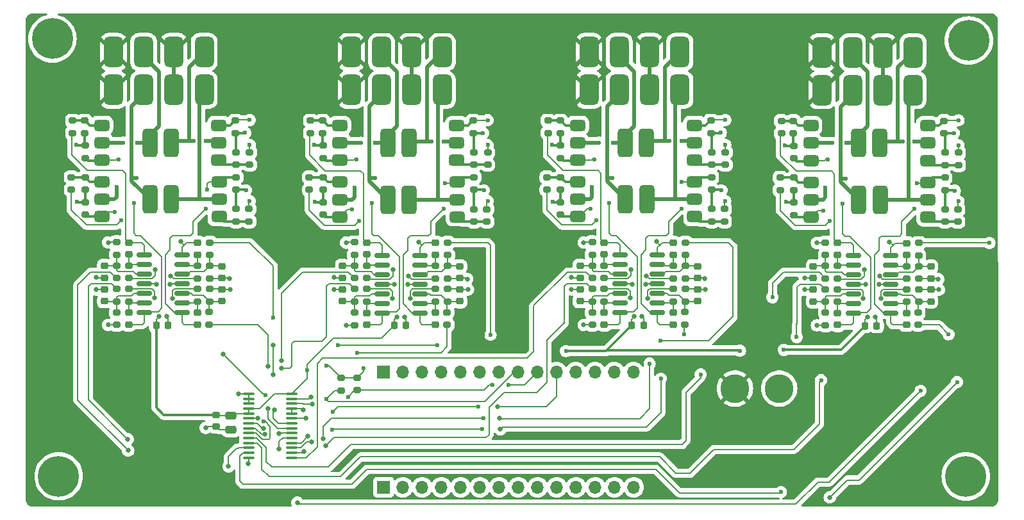
<source format=gbr>
%TF.GenerationSoftware,KiCad,Pcbnew,8.0.4*%
%TF.CreationDate,2024-08-21T17:35:59-07:00*%
%TF.ProjectId,SMA_Test_Bed,534d415f-5465-4737-945f-4265642e6b69,rev?*%
%TF.SameCoordinates,Original*%
%TF.FileFunction,Copper,L1,Top*%
%TF.FilePolarity,Positive*%
%FSLAX46Y46*%
G04 Gerber Fmt 4.6, Leading zero omitted, Abs format (unit mm)*
G04 Created by KiCad (PCBNEW 8.0.4) date 2024-08-21 17:35:59*
%MOMM*%
%LPD*%
G01*
G04 APERTURE LIST*
G04 Aperture macros list*
%AMRoundRect*
0 Rectangle with rounded corners*
0 $1 Rounding radius*
0 $2 $3 $4 $5 $6 $7 $8 $9 X,Y pos of 4 corners*
0 Add a 4 corners polygon primitive as box body*
4,1,4,$2,$3,$4,$5,$6,$7,$8,$9,$2,$3,0*
0 Add four circle primitives for the rounded corners*
1,1,$1+$1,$2,$3*
1,1,$1+$1,$4,$5*
1,1,$1+$1,$6,$7*
1,1,$1+$1,$8,$9*
0 Add four rect primitives between the rounded corners*
20,1,$1+$1,$2,$3,$4,$5,0*
20,1,$1+$1,$4,$5,$6,$7,0*
20,1,$1+$1,$6,$7,$8,$9,0*
20,1,$1+$1,$8,$9,$2,$3,0*%
G04 Aperture macros list end*
%TA.AperFunction,SMDPad,CuDef*%
%ADD10RoundRect,0.200000X-0.275000X0.200000X-0.275000X-0.200000X0.275000X-0.200000X0.275000X0.200000X0*%
%TD*%
%TA.AperFunction,SMDPad,CuDef*%
%ADD11RoundRect,0.200000X0.275000X-0.200000X0.275000X0.200000X-0.275000X0.200000X-0.275000X-0.200000X0*%
%TD*%
%TA.AperFunction,SMDPad,CuDef*%
%ADD12RoundRect,0.225000X0.250000X-0.225000X0.250000X0.225000X-0.250000X0.225000X-0.250000X-0.225000X0*%
%TD*%
%TA.AperFunction,SMDPad,CuDef*%
%ADD13RoundRect,0.635000X-0.635000X-1.365000X0.635000X-1.365000X0.635000X1.365000X-0.635000X1.365000X0*%
%TD*%
%TA.AperFunction,ComponentPad*%
%ADD14C,0.800000*%
%TD*%
%TA.AperFunction,ComponentPad*%
%ADD15C,5.400000*%
%TD*%
%TA.AperFunction,SMDPad,CuDef*%
%ADD16RoundRect,0.150000X-0.825000X-0.150000X0.825000X-0.150000X0.825000X0.150000X-0.825000X0.150000X0*%
%TD*%
%TA.AperFunction,SMDPad,CuDef*%
%ADD17RoundRect,0.225000X-0.225000X-0.250000X0.225000X-0.250000X0.225000X0.250000X-0.225000X0.250000X0*%
%TD*%
%TA.AperFunction,SMDPad,CuDef*%
%ADD18RoundRect,0.225000X-0.250000X0.225000X-0.250000X-0.225000X0.250000X-0.225000X0.250000X0.225000X0*%
%TD*%
%TA.AperFunction,ComponentPad*%
%ADD19C,2.600000*%
%TD*%
%TA.AperFunction,ConnectorPad*%
%ADD20C,3.800000*%
%TD*%
%TA.AperFunction,SMDPad,CuDef*%
%ADD21RoundRect,0.100000X-0.637500X-0.100000X0.637500X-0.100000X0.637500X0.100000X-0.637500X0.100000X0*%
%TD*%
%TA.AperFunction,SMDPad,CuDef*%
%ADD22RoundRect,0.375000X-0.625000X-0.375000X0.625000X-0.375000X0.625000X0.375000X-0.625000X0.375000X0*%
%TD*%
%TA.AperFunction,SMDPad,CuDef*%
%ADD23RoundRect,0.500000X-0.500000X-1.400000X0.500000X-1.400000X0.500000X1.400000X-0.500000X1.400000X0*%
%TD*%
%TA.AperFunction,SMDPad,CuDef*%
%ADD24RoundRect,0.375000X0.625000X0.375000X-0.625000X0.375000X-0.625000X-0.375000X0.625000X-0.375000X0*%
%TD*%
%TA.AperFunction,SMDPad,CuDef*%
%ADD25RoundRect,0.500000X0.500000X1.400000X-0.500000X1.400000X-0.500000X-1.400000X0.500000X-1.400000X0*%
%TD*%
%TA.AperFunction,ComponentPad*%
%ADD26R,1.700000X1.700000*%
%TD*%
%TA.AperFunction,ComponentPad*%
%ADD27O,1.700000X1.700000*%
%TD*%
%TA.AperFunction,SMDPad,CuDef*%
%ADD28RoundRect,0.250000X-0.475000X0.250000X-0.475000X-0.250000X0.475000X-0.250000X0.475000X0.250000X0*%
%TD*%
%TA.AperFunction,ViaPad*%
%ADD29C,0.635000*%
%TD*%
%TA.AperFunction,ViaPad*%
%ADD30C,0.600000*%
%TD*%
%TA.AperFunction,Conductor*%
%ADD31C,0.203200*%
%TD*%
%TA.AperFunction,Conductor*%
%ADD32C,0.200000*%
%TD*%
%TA.AperFunction,Conductor*%
%ADD33C,0.305000*%
%TD*%
%TA.AperFunction,Conductor*%
%ADD34C,0.304800*%
%TD*%
%TA.AperFunction,Conductor*%
%ADD35C,0.508000*%
%TD*%
G04 APERTURE END LIST*
D10*
%TO.P,R18,1*%
%TO.N,Net-(C11-Pad2)*%
X156818065Y-82992431D03*
%TO.P,R18,2*%
%TO.N,Net-(Q4-G)*%
X156818065Y-84642431D03*
%TD*%
D11*
%TO.P,R45,1*%
%TO.N,/Quad_Current_Driver2/I_SNS_0*%
X172225000Y-99600000D03*
%TO.P,R45,2*%
%TO.N,Net-(U4A--)*%
X172225000Y-97950000D03*
%TD*%
%TO.P,R57,1*%
%TO.N,Net-(C28-Pad2)*%
X164650000Y-87925000D03*
%TO.P,R57,2*%
%TO.N,Net-(Q11-G)*%
X164650000Y-86275000D03*
%TD*%
D10*
%TO.P,R78,1*%
%TO.N,Net-(C38-Pad2)*%
X125400000Y-82975000D03*
%TO.P,R78,2*%
%TO.N,Net-(Q16-G)*%
X125400000Y-84625000D03*
%TD*%
D12*
%TO.P,C6,1*%
%TO.N,Net-(U2A--)*%
X140843065Y-96467431D03*
%TO.P,C6,2*%
%TO.N,Net-(C6-Pad2)*%
X140843065Y-94917431D03*
%TD*%
D13*
%TO.P,J9,1,Pin_1*%
%TO.N,Vdrive*%
X209000000Y-69750000D03*
%TO.P,J9,2,Pin_2*%
%TO.N,Net-(J9-Pin_2)*%
X213000000Y-69750000D03*
%TD*%
D11*
%TO.P,R16,1*%
%TO.N,/Quad_Current_Driver/I_SNS_3*%
X149943065Y-99667431D03*
%TO.P,R16,2*%
%TO.N,Net-(U2D--)*%
X149943065Y-98017431D03*
%TD*%
D14*
%TO.P,H3,1*%
%TO.N,N/C*%
X98150000Y-125800000D03*
X98743109Y-124368109D03*
X98743109Y-127231891D03*
X100175000Y-123775000D03*
D15*
X100175000Y-125800000D03*
D14*
X100175000Y-127825000D03*
X101606891Y-124368109D03*
X101606891Y-127231891D03*
X102200000Y-125800000D03*
%TD*%
D16*
%TO.P,U5,1*%
%TO.N,Net-(C33-Pad2)*%
X111500000Y-96565000D03*
%TO.P,U5,2,-*%
%TO.N,Net-(U5A--)*%
X111500000Y-97835000D03*
%TO.P,U5,3,+*%
%TO.N,Net-(U5A-+)*%
X111500000Y-99105000D03*
%TO.P,U5,4,V+*%
%TO.N,+3.3V*%
X111500000Y-100375000D03*
%TO.P,U5,5,+*%
%TO.N,Net-(U5B-+)*%
X111500000Y-101645000D03*
%TO.P,U5,6,-*%
%TO.N,Net-(U5B--)*%
X111500000Y-102915000D03*
%TO.P,U5,7*%
%TO.N,Net-(C37-Pad2)*%
X111500000Y-104185000D03*
%TO.P,U5,8*%
%TO.N,Net-(C34-Pad2)*%
X116450000Y-104185000D03*
%TO.P,U5,9,-*%
%TO.N,Net-(U5C--)*%
X116450000Y-102915000D03*
%TO.P,U5,10,+*%
%TO.N,Net-(U5C-+)*%
X116450000Y-101645000D03*
%TO.P,U5,11,V-*%
%TO.N,GND*%
X116450000Y-100375000D03*
%TO.P,U5,12,+*%
%TO.N,Net-(U5D-+)*%
X116450000Y-99105000D03*
%TO.P,U5,13,-*%
%TO.N,Net-(U5D--)*%
X116450000Y-97835000D03*
%TO.P,U5,14*%
%TO.N,Net-(C38-Pad2)*%
X116450000Y-96565000D03*
%TD*%
D13*
%TO.P,J13,1,Pin_1*%
%TO.N,Vdrive*%
X178200000Y-69700000D03*
%TO.P,J13,2,Pin_2*%
%TO.N,Net-(J13-Pin_2)*%
X182200000Y-69700000D03*
%TD*%
D10*
%TO.P,R14,1*%
%TO.N,Net-(U2D-+)*%
X151543065Y-98017431D03*
%TO.P,R14,2*%
%TO.N,GND*%
X151543065Y-99667431D03*
%TD*%
D11*
%TO.P,R72,1*%
%TO.N,Net-(U5D-+)*%
X120125000Y-96550000D03*
%TO.P,R72,2*%
%TO.N,/bus3.PWM_SP3*%
X120125000Y-94900000D03*
%TD*%
D12*
%TO.P,C24,1*%
%TO.N,Net-(U4A--)*%
X172225000Y-96450000D03*
%TO.P,C24,2*%
%TO.N,Net-(C24-Pad2)*%
X172225000Y-94900000D03*
%TD*%
D17*
%TO.P,C3,1*%
%TO.N,+3.3V*%
X144468065Y-105892431D03*
%TO.P,C3,2*%
%TO.N,GND*%
X146018065Y-105892431D03*
%TD*%
D10*
%TO.P,R19,1*%
%TO.N,GND*%
X135068065Y-89592431D03*
%TO.P,R19,2*%
%TO.N,/Quad_Current_Driver/I_SNS_1*%
X135068065Y-91242431D03*
%TD*%
D18*
%TO.P,C13,1*%
%TO.N,Net-(U3A-+)*%
X199825000Y-98050000D03*
%TO.P,C13,2*%
%TO.N,GND*%
X199825000Y-99600000D03*
%TD*%
D11*
%TO.P,R71,1*%
%TO.N,Net-(U5B-+)*%
X107825000Y-102700000D03*
%TO.P,R71,2*%
%TO.N,/bus3.PWM_SP1*%
X107825000Y-101050000D03*
%TD*%
D13*
%TO.P,J10,1,Pin_1*%
%TO.N,Vdrive*%
X170200000Y-69700000D03*
%TO.P,J10,2,Pin_2*%
%TO.N,Net-(J10-Pin_2)*%
X174200000Y-69700000D03*
%TD*%
D11*
%TO.P,R20,1*%
%TO.N,GND*%
X154918065Y-80442431D03*
%TO.P,R20,2*%
%TO.N,/Quad_Current_Driver/I_SNS_3*%
X154918065Y-78792431D03*
%TD*%
D10*
%TO.P,R29,1*%
%TO.N,GND*%
X197250000Y-82125000D03*
%TO.P,R29,2*%
%TO.N,/Quad_Current_Driver1/I_SNS_0*%
X197250000Y-83775000D03*
%TD*%
D11*
%TO.P,R10,1*%
%TO.N,GND*%
X155018065Y-87942431D03*
%TO.P,R10,2*%
%TO.N,/Quad_Current_Driver/I_SNS_2*%
X155018065Y-86292431D03*
%TD*%
%TO.P,R43,1*%
%TO.N,Net-(U4A-+)*%
X170625000Y-96500000D03*
%TO.P,R43,2*%
%TO.N,GND*%
X170625000Y-94850000D03*
%TD*%
%TO.P,R27,1*%
%TO.N,Net-(C15-Pad2)*%
X195600000Y-80475000D03*
%TO.P,R27,2*%
%TO.N,Net-(Q5-G)*%
X195600000Y-78825000D03*
%TD*%
%TO.P,R12,1*%
%TO.N,Net-(U2D-+)*%
X151543065Y-96567431D03*
%TO.P,R12,2*%
%TO.N,/bus0.PWM_SP3*%
X151543065Y-94917431D03*
%TD*%
%TO.P,R80,1*%
%TO.N,GND*%
X123500000Y-80425000D03*
%TO.P,R80,2*%
%TO.N,/Quad_Current_Driver3/I_SNS_3*%
X123500000Y-78775000D03*
%TD*%
D12*
%TO.P,C8,1*%
%TO.N,Net-(U2B-+)*%
X137643065Y-102667431D03*
%TO.P,C8,2*%
%TO.N,GND*%
X137643065Y-101117431D03*
%TD*%
D11*
%TO.P,R56,1*%
%TO.N,/Quad_Current_Driver2/I_SNS_3*%
X181325000Y-99650000D03*
%TO.P,R56,2*%
%TO.N,Net-(U4D--)*%
X181325000Y-98000000D03*
%TD*%
%TO.P,R82,1*%
%TO.N,/SDA*%
X139600000Y-114425000D03*
%TO.P,R82,2*%
%TO.N,+3.3V*%
X139600000Y-112775000D03*
%TD*%
D12*
%TO.P,C11,1*%
%TO.N,Net-(U2D--)*%
X149943065Y-96517431D03*
%TO.P,C11,2*%
%TO.N,Net-(C11-Pad2)*%
X149943065Y-94967431D03*
%TD*%
D19*
%TO.P,J18,1,Pin_1*%
%TO.N,Vdrive*%
X189475000Y-114200000D03*
D20*
X189475000Y-114200000D03*
D19*
%TO.P,J18,2,Pin_2*%
%TO.N,GND*%
X195325000Y-114200000D03*
D20*
X195325000Y-114200000D03*
%TD*%
D21*
%TO.P,U1,1,A0*%
%TO.N,GND*%
X125262500Y-114900000D03*
%TO.P,U1,2,A1*%
X125262500Y-115550000D03*
%TO.P,U1,3,A2*%
X125262500Y-116200000D03*
%TO.P,U1,4,A3*%
%TO.N,+3.3V*%
X125262500Y-116850000D03*
%TO.P,U1,5,A4*%
X125262500Y-117500000D03*
%TO.P,U1,6,LED0*%
%TO.N,/bus0.PWM_SP0*%
X125262500Y-118150000D03*
%TO.P,U1,7,LED1*%
%TO.N,/bus0.PWM_SP1*%
X125262500Y-118800000D03*
%TO.P,U1,8,LED2*%
%TO.N,/bus0.PWM_SP2*%
X125262500Y-119450000D03*
%TO.P,U1,9,LED3*%
%TO.N,/bus0.PWM_SP3*%
X125262500Y-120100000D03*
%TO.P,U1,10,LED4*%
%TO.N,/bus1.PWM_SP0*%
X125262500Y-120750000D03*
%TO.P,U1,11,LED5*%
%TO.N,/bus1.PWM_SP1*%
X125262500Y-121400000D03*
%TO.P,U1,12,LED6*%
%TO.N,/bus1.PWM_SP2*%
X125262500Y-122050000D03*
%TO.P,U1,13,LED7*%
%TO.N,/bus1.PWM_SP3*%
X125262500Y-122700000D03*
%TO.P,U1,14,VSS*%
%TO.N,GND*%
X125262500Y-123350000D03*
%TO.P,U1,15,LED8*%
%TO.N,/bus2.PWM_SP0*%
X130987500Y-123350000D03*
%TO.P,U1,16,LED9*%
%TO.N,/bus2.PWM_SP1*%
X130987500Y-122700000D03*
%TO.P,U1,17,LED10*%
%TO.N,/bus2.PWM_SP2*%
X130987500Y-122050000D03*
%TO.P,U1,18,LED11*%
%TO.N,/bus2.PWM_SP3*%
X130987500Y-121400000D03*
%TO.P,U1,19,LED12*%
%TO.N,/bus3.PWM_SP0*%
X130987500Y-120750000D03*
%TO.P,U1,20,LED13*%
%TO.N,/bus3.PWM_SP1*%
X130987500Y-120100000D03*
%TO.P,U1,21,LED14*%
%TO.N,/bus3.PWM_SP2*%
X130987500Y-119450000D03*
%TO.P,U1,22,LED15*%
%TO.N,/bus3.PWM_SP3*%
X130987500Y-118800000D03*
%TO.P,U1,23,~{OE}*%
%TO.N,/nOE*%
X130987500Y-118150000D03*
%TO.P,U1,24,A5*%
%TO.N,GND*%
X130987500Y-117500000D03*
%TO.P,U1,25,EXTCLK*%
X130987500Y-116850000D03*
%TO.P,U1,26,SCL*%
%TO.N,/SCL*%
X130987500Y-116200000D03*
%TO.P,U1,27,SDA*%
%TO.N,/SDA*%
X130987500Y-115550000D03*
%TO.P,U1,28,VDD*%
%TO.N,+3.3V*%
X130987500Y-114900000D03*
%TD*%
D22*
%TO.P,Q9,1,G*%
%TO.N,Net-(Q9-G)*%
X168700000Y-79400000D03*
%TO.P,Q9,2,D*%
%TO.N,Net-(J10-Pin_2)*%
X168700000Y-81700000D03*
%TO.P,Q9,3,S*%
%TO.N,/Quad_Current_Driver2/I_SNS_0*%
X168700000Y-84000000D03*
D23*
%TO.P,Q9,4,D*%
%TO.N,Net-(J10-Pin_2)*%
X175000000Y-81700000D03*
%TD*%
D12*
%TO.P,C35,1*%
%TO.N,Net-(U5B-+)*%
X106225000Y-102650000D03*
%TO.P,C35,2*%
%TO.N,GND*%
X106225000Y-101100000D03*
%TD*%
D16*
%TO.P,U3,1*%
%TO.N,Net-(C15-Pad2)*%
X205100000Y-96615000D03*
%TO.P,U3,2,-*%
%TO.N,Net-(U3A--)*%
X205100000Y-97885000D03*
%TO.P,U3,3,+*%
%TO.N,Net-(U3A-+)*%
X205100000Y-99155000D03*
%TO.P,U3,4,V+*%
%TO.N,+3.3V*%
X205100000Y-100425000D03*
%TO.P,U3,5,+*%
%TO.N,Net-(U3B-+)*%
X205100000Y-101695000D03*
%TO.P,U3,6,-*%
%TO.N,Net-(U3B--)*%
X205100000Y-102965000D03*
%TO.P,U3,7*%
%TO.N,Net-(C19-Pad2)*%
X205100000Y-104235000D03*
%TO.P,U3,8*%
%TO.N,Net-(C16-Pad2)*%
X210050000Y-104235000D03*
%TO.P,U3,9,-*%
%TO.N,Net-(U3C--)*%
X210050000Y-102965000D03*
%TO.P,U3,10,+*%
%TO.N,Net-(U3C-+)*%
X210050000Y-101695000D03*
%TO.P,U3,11,V-*%
%TO.N,GND*%
X210050000Y-100425000D03*
%TO.P,U3,12,+*%
%TO.N,Net-(U3D-+)*%
X210050000Y-99155000D03*
%TO.P,U3,13,-*%
%TO.N,Net-(U3D--)*%
X210050000Y-97885000D03*
%TO.P,U3,14*%
%TO.N,Net-(C20-Pad2)*%
X210050000Y-96615000D03*
%TD*%
D10*
%TO.P,R55,1*%
%TO.N,/Quad_Current_Driver2/I_SNS_1*%
X172225000Y-101050000D03*
%TO.P,R55,2*%
%TO.N,Net-(U4B--)*%
X172225000Y-102700000D03*
%TD*%
D18*
%TO.P,C37,1*%
%TO.N,Net-(U5B--)*%
X109425000Y-104200000D03*
%TO.P,C37,2*%
%TO.N,Net-(C37-Pad2)*%
X109425000Y-105750000D03*
%TD*%
D11*
%TO.P,R3,1*%
%TO.N,Net-(U2A-+)*%
X139243065Y-96517431D03*
%TO.P,R3,2*%
%TO.N,GND*%
X139243065Y-94867431D03*
%TD*%
D10*
%TO.P,R42,1*%
%TO.N,Net-(U4C-+)*%
X182850000Y-104100000D03*
%TO.P,R42,2*%
%TO.N,/bus2.PWM_SP2*%
X182850000Y-105750000D03*
%TD*%
%TO.P,R66,1*%
%TO.N,/Quad_Current_Driver3/I_SNS_2*%
X118525000Y-101050000D03*
%TO.P,R66,2*%
%TO.N,Net-(U5C--)*%
X118525000Y-102700000D03*
%TD*%
D18*
%TO.P,C7,1*%
%TO.N,Net-(U2C--)*%
X149943065Y-104192431D03*
%TO.P,C7,2*%
%TO.N,Net-(C7-Pad2)*%
X149943065Y-105742431D03*
%TD*%
D24*
%TO.P,Q8,1,G*%
%TO.N,Net-(Q8-G)*%
X214900000Y-84050000D03*
%TO.P,Q8,2,D*%
%TO.N,Net-(J9-Pin_2)*%
X214900000Y-81750000D03*
%TO.P,Q8,3,S*%
%TO.N,/Quad_Current_Driver1/I_SNS_3*%
X214900000Y-79450000D03*
D25*
%TO.P,Q8,4,D*%
%TO.N,Net-(J9-Pin_2)*%
X208600000Y-81750000D03*
%TD*%
D10*
%TO.P,R6,1*%
%TO.N,/Quad_Current_Driver/I_SNS_2*%
X149943065Y-101067431D03*
%TO.P,R6,2*%
%TO.N,Net-(U2C--)*%
X149943065Y-102717431D03*
%TD*%
D13*
%TO.P,J12,1,Pin_1*%
%TO.N,Vdrive*%
X170200000Y-74700000D03*
%TO.P,J12,2,Pin_2*%
%TO.N,Net-(J12-Pin_2)*%
X174200000Y-74700000D03*
%TD*%
D10*
%TO.P,R59,1*%
%TO.N,GND*%
X166450000Y-89575000D03*
%TO.P,R59,2*%
%TO.N,/Quad_Current_Driver2/I_SNS_1*%
X166450000Y-91225000D03*
%TD*%
%TO.P,R89,1*%
%TO.N,GND*%
X186400000Y-90475000D03*
%TO.P,R89,2*%
%TO.N,Net-(Q10-G)*%
X186400000Y-92125000D03*
%TD*%
D18*
%TO.P,C27,1*%
%TO.N,Net-(U4D-+)*%
X184525000Y-98050000D03*
%TO.P,C27,2*%
%TO.N,GND*%
X184525000Y-99600000D03*
%TD*%
D12*
%TO.P,C20,1*%
%TO.N,Net-(U3D--)*%
X212125000Y-96550000D03*
%TO.P,C20,2*%
%TO.N,Net-(C20-Pad2)*%
X212125000Y-95000000D03*
%TD*%
D13*
%TO.P,J15,1,Pin_1*%
%TO.N,Vdrive*%
X115400000Y-74700000D03*
%TO.P,J15,2,Pin_2*%
%TO.N,Net-(J15-Pin_2)*%
X119400000Y-74700000D03*
%TD*%
D10*
%TO.P,R48,1*%
%TO.N,Net-(C25-Pad2)*%
X188100000Y-90475000D03*
%TO.P,R48,2*%
%TO.N,Net-(Q10-G)*%
X188100000Y-92125000D03*
%TD*%
%TO.P,R39,1*%
%TO.N,GND*%
X197250000Y-89625000D03*
%TO.P,R39,2*%
%TO.N,/Quad_Current_Driver1/I_SNS_1*%
X197250000Y-91275000D03*
%TD*%
D12*
%TO.P,C23,1*%
%TO.N,Net-(U4C-+)*%
X184525000Y-102650000D03*
%TO.P,C23,2*%
%TO.N,GND*%
X184525000Y-101100000D03*
%TD*%
D11*
%TO.P,R37,1*%
%TO.N,Net-(C19-Pad2)*%
X195450000Y-87975000D03*
%TO.P,R37,2*%
%TO.N,Net-(Q7-G)*%
X195450000Y-86325000D03*
%TD*%
D18*
%TO.P,C31,1*%
%TO.N,Net-(U5A-+)*%
X106225000Y-98000000D03*
%TO.P,C31,2*%
%TO.N,GND*%
X106225000Y-99550000D03*
%TD*%
D11*
%TO.P,R17,1*%
%TO.N,Net-(C10-Pad2)*%
X133268065Y-87942431D03*
%TO.P,R17,2*%
%TO.N,Net-(Q3-G)*%
X133268065Y-86292431D03*
%TD*%
D22*
%TO.P,Q7,1,G*%
%TO.N,Net-(Q7-G)*%
X199500000Y-86950000D03*
%TO.P,Q7,2,D*%
%TO.N,Net-(J8-Pin_2)*%
X199500000Y-89250000D03*
%TO.P,Q7,3,S*%
%TO.N,/Quad_Current_Driver1/I_SNS_1*%
X199500000Y-91550000D03*
D23*
%TO.P,Q7,4,D*%
%TO.N,Net-(J8-Pin_2)*%
X205800000Y-89250000D03*
%TD*%
D18*
%TO.P,C10,1*%
%TO.N,Net-(U2B--)*%
X140843065Y-104217431D03*
%TO.P,C10,2*%
%TO.N,Net-(C10-Pad2)*%
X140843065Y-105767431D03*
%TD*%
%TO.P,C19,1*%
%TO.N,Net-(U3B--)*%
X203025000Y-104250000D03*
%TO.P,C19,2*%
%TO.N,Net-(C19-Pad2)*%
X203025000Y-105800000D03*
%TD*%
D11*
%TO.P,R47,1*%
%TO.N,Net-(C24-Pad2)*%
X164800000Y-80425000D03*
%TO.P,R47,2*%
%TO.N,Net-(Q9-G)*%
X164800000Y-78775000D03*
%TD*%
D12*
%TO.P,C14,1*%
%TO.N,Net-(U3C-+)*%
X215325000Y-102700000D03*
%TO.P,C14,2*%
%TO.N,GND*%
X215325000Y-101150000D03*
%TD*%
D14*
%TO.P,H1,1*%
%TO.N,N/C*%
X97325000Y-67950000D03*
X97918109Y-66518109D03*
X97918109Y-69381891D03*
X99350000Y-65925000D03*
D15*
X99350000Y-67950000D03*
D14*
X99350000Y-69975000D03*
X100781891Y-66518109D03*
X100781891Y-69381891D03*
X101375000Y-67950000D03*
%TD*%
D12*
%TO.P,C15,1*%
%TO.N,Net-(U3A--)*%
X203025000Y-96500000D03*
%TO.P,C15,2*%
%TO.N,Net-(C15-Pad2)*%
X203025000Y-94950000D03*
%TD*%
D24*
%TO.P,Q10,1,G*%
%TO.N,Net-(Q10-G)*%
X184150000Y-91500000D03*
%TO.P,Q10,2,D*%
%TO.N,Net-(J11-Pin_2)*%
X184150000Y-89200000D03*
%TO.P,Q10,3,S*%
%TO.N,/Quad_Current_Driver2/I_SNS_2*%
X184150000Y-86900000D03*
D25*
%TO.P,Q10,4,D*%
%TO.N,Net-(J11-Pin_2)*%
X177850000Y-89200000D03*
%TD*%
D22*
%TO.P,Q13,1,G*%
%TO.N,Net-(Q13-G)*%
X105900000Y-79400000D03*
%TO.P,Q13,2,D*%
%TO.N,Net-(J14-Pin_2)*%
X105900000Y-81700000D03*
%TO.P,Q13,3,S*%
%TO.N,/Quad_Current_Driver3/I_SNS_0*%
X105900000Y-84000000D03*
D23*
%TO.P,Q13,4,D*%
%TO.N,Net-(J14-Pin_2)*%
X112200000Y-81700000D03*
%TD*%
D10*
%TO.P,R41,1*%
%TO.N,Net-(U4A-+)*%
X170625000Y-97950000D03*
%TO.P,R41,2*%
%TO.N,/bus2.PWM_SP0*%
X170625000Y-99600000D03*
%TD*%
%TO.P,R26,1*%
%TO.N,/Quad_Current_Driver1/I_SNS_2*%
X212125000Y-101100000D03*
%TO.P,R26,2*%
%TO.N,Net-(U3C--)*%
X212125000Y-102750000D03*
%TD*%
D22*
%TO.P,Q3,1,G*%
%TO.N,Net-(Q3-G)*%
X137318065Y-86917431D03*
%TO.P,Q3,2,D*%
%TO.N,Net-(J4-Pin_2)*%
X137318065Y-89217431D03*
%TO.P,Q3,3,S*%
%TO.N,/Quad_Current_Driver/I_SNS_1*%
X137318065Y-91517431D03*
D23*
%TO.P,Q3,4,D*%
%TO.N,Net-(J4-Pin_2)*%
X143618065Y-89217431D03*
%TD*%
D11*
%TO.P,R50,1*%
%TO.N,GND*%
X186400000Y-87925000D03*
%TO.P,R50,2*%
%TO.N,/Quad_Current_Driver2/I_SNS_2*%
X186400000Y-86275000D03*
%TD*%
D24*
%TO.P,Q6,1,G*%
%TO.N,Net-(Q6-G)*%
X214950000Y-91550000D03*
%TO.P,Q6,2,D*%
%TO.N,Net-(J7-Pin_2)*%
X214950000Y-89250000D03*
%TO.P,Q6,3,S*%
%TO.N,/Quad_Current_Driver1/I_SNS_2*%
X214950000Y-86950000D03*
D25*
%TO.P,Q6,4,D*%
%TO.N,Net-(J7-Pin_2)*%
X208650000Y-89250000D03*
%TD*%
D13*
%TO.P,J7,1,Pin_1*%
%TO.N,Vdrive*%
X209000000Y-74750000D03*
%TO.P,J7,2,Pin_2*%
%TO.N,Net-(J7-Pin_2)*%
X213000000Y-74750000D03*
%TD*%
D11*
%TO.P,R83,1*%
%TO.N,GND*%
X135018065Y-80442431D03*
%TO.P,R83,2*%
%TO.N,Net-(Q1-G)*%
X135018065Y-78792431D03*
%TD*%
D24*
%TO.P,Q4,1,G*%
%TO.N,Net-(Q4-G)*%
X152718065Y-84017431D03*
%TO.P,Q4,2,D*%
%TO.N,Net-(J5-Pin_2)*%
X152718065Y-81717431D03*
%TO.P,Q4,3,S*%
%TO.N,/Quad_Current_Driver/I_SNS_3*%
X152718065Y-79417431D03*
D25*
%TO.P,Q4,4,D*%
%TO.N,Net-(J5-Pin_2)*%
X146418065Y-81717431D03*
%TD*%
D17*
%TO.P,C12,1*%
%TO.N,+3.3V*%
X206650000Y-105925000D03*
%TO.P,C12,2*%
%TO.N,GND*%
X208200000Y-105925000D03*
%TD*%
D10*
%TO.P,R28,1*%
%TO.N,Net-(C16-Pad2)*%
X218900000Y-90525000D03*
%TO.P,R28,2*%
%TO.N,Net-(Q6-G)*%
X218900000Y-92175000D03*
%TD*%
D11*
%TO.P,R84,1*%
%TO.N,GND*%
X197200000Y-80475000D03*
%TO.P,R84,2*%
%TO.N,Net-(Q5-G)*%
X197200000Y-78825000D03*
%TD*%
D13*
%TO.P,J17,1,Pin_1*%
%TO.N,Vdrive*%
X115400000Y-69700000D03*
%TO.P,J17,2,Pin_2*%
%TO.N,Net-(J17-Pin_2)*%
X119400000Y-69700000D03*
%TD*%
D10*
%TO.P,R68,1*%
%TO.N,Net-(C34-Pad2)*%
X125300000Y-90475000D03*
%TO.P,R68,2*%
%TO.N,Net-(Q14-G)*%
X125300000Y-92125000D03*
%TD*%
%TO.P,R49,1*%
%TO.N,GND*%
X166450000Y-82075000D03*
%TO.P,R49,2*%
%TO.N,/Quad_Current_Driver2/I_SNS_0*%
X166450000Y-83725000D03*
%TD*%
D11*
%TO.P,R7,1*%
%TO.N,Net-(C6-Pad2)*%
X133418065Y-80442431D03*
%TO.P,R7,2*%
%TO.N,Net-(Q1-G)*%
X133418065Y-78792431D03*
%TD*%
D24*
%TO.P,Q12,1,G*%
%TO.N,Net-(Q12-G)*%
X184100000Y-84000000D03*
%TO.P,Q12,2,D*%
%TO.N,Net-(J13-Pin_2)*%
X184100000Y-81700000D03*
%TO.P,Q12,3,S*%
%TO.N,/Quad_Current_Driver2/I_SNS_3*%
X184100000Y-79400000D03*
D25*
%TO.P,Q12,4,D*%
%TO.N,Net-(J13-Pin_2)*%
X177800000Y-81700000D03*
%TD*%
D10*
%TO.P,R38,1*%
%TO.N,Net-(C20-Pad2)*%
X219000000Y-83025000D03*
%TO.P,R38,2*%
%TO.N,Net-(Q8-G)*%
X219000000Y-84675000D03*
%TD*%
D12*
%TO.P,C33,1*%
%TO.N,Net-(U5A--)*%
X109425000Y-96450000D03*
%TO.P,C33,2*%
%TO.N,Net-(C33-Pad2)*%
X109425000Y-94900000D03*
%TD*%
D13*
%TO.P,J6,1,Pin_1*%
%TO.N,Vdrive*%
X201000000Y-69750000D03*
%TO.P,J6,2,Pin_2*%
%TO.N,Net-(J6-Pin_2)*%
X205000000Y-69750000D03*
%TD*%
D10*
%TO.P,R95,1*%
%TO.N,GND*%
X155018065Y-82992431D03*
%TO.P,R95,2*%
%TO.N,Net-(Q4-G)*%
X155018065Y-84642431D03*
%TD*%
%TO.P,R9,1*%
%TO.N,GND*%
X135068065Y-82092431D03*
%TO.P,R9,2*%
%TO.N,/Quad_Current_Driver/I_SNS_0*%
X135068065Y-83742431D03*
%TD*%
%TO.P,R21,1*%
%TO.N,Net-(U3A-+)*%
X201425000Y-98000000D03*
%TO.P,R21,2*%
%TO.N,/bus1.PWM_SP0*%
X201425000Y-99650000D03*
%TD*%
D13*
%TO.P,J4,1,Pin_1*%
%TO.N,Vdrive*%
X138818065Y-74717431D03*
%TO.P,J4,2,Pin_2*%
%TO.N,Net-(J4-Pin_2)*%
X142818065Y-74717431D03*
%TD*%
D26*
%TO.P,J1,1,Pin_1*%
%TO.N,GND*%
X143090000Y-127250000D03*
D27*
%TO.P,J1,2,Pin_2*%
%TO.N,unconnected-(J1-Pin_2-Pad2)*%
X145630000Y-127250000D03*
%TO.P,J1,3,Pin_3*%
%TO.N,unconnected-(J1-Pin_3-Pad3)*%
X148170000Y-127250000D03*
%TO.P,J1,4,Pin_4*%
%TO.N,unconnected-(J1-Pin_4-Pad4)*%
X150710000Y-127250000D03*
%TO.P,J1,5,Pin_5*%
%TO.N,unconnected-(J1-Pin_5-Pad5)*%
X153250000Y-127250000D03*
%TO.P,J1,6,Pin_6*%
%TO.N,unconnected-(J1-Pin_6-Pad6)*%
X155790000Y-127250000D03*
%TO.P,J1,7,Pin_7*%
%TO.N,unconnected-(J1-Pin_7-Pad7)*%
X158330000Y-127250000D03*
%TO.P,J1,8,Pin_8*%
%TO.N,unconnected-(J1-Pin_8-Pad8)*%
X160870000Y-127250000D03*
%TO.P,J1,9,Pin_9*%
%TO.N,unconnected-(J1-Pin_9-Pad9)*%
X163410000Y-127250000D03*
%TO.P,J1,10,Pin_10*%
%TO.N,unconnected-(J1-Pin_10-Pad10)*%
X165950000Y-127250000D03*
%TO.P,J1,11,Pin_11*%
%TO.N,unconnected-(J1-Pin_11-Pad11)*%
X168490000Y-127250000D03*
%TO.P,J1,12,Pin_12*%
%TO.N,unconnected-(J1-Pin_12-Pad12)*%
X171030000Y-127250000D03*
%TO.P,J1,13,Pin_13*%
%TO.N,unconnected-(J1-Pin_13-Pad13)*%
X173570000Y-127250000D03*
%TO.P,J1,14,Pin_14*%
%TO.N,unconnected-(J1-Pin_14-Pad14)*%
X176110000Y-127250000D03*
%TO.P,J1,15,Pin_15*%
%TO.N,unconnected-(J1-Pin_15-Pad15)*%
X176070000Y-112010000D03*
%TO.P,J1,16,Pin_16*%
%TO.N,unconnected-(J1-Pin_16-Pad16)*%
X173530000Y-112010000D03*
%TO.P,J1,17,Pin_17*%
%TO.N,unconnected-(J1-Pin_17-Pad17)*%
X170990000Y-112010000D03*
%TO.P,J1,18,Pin_18*%
%TO.N,unconnected-(J1-Pin_18-Pad18)*%
X168450000Y-112010000D03*
%TO.P,J1,19,Pin_19*%
%TO.N,/nOE*%
X165910000Y-112010000D03*
%TO.P,J1,20,Pin_20*%
%TO.N,/SDA*%
X163370000Y-112010000D03*
%TO.P,J1,21,Pin_21*%
%TO.N,/SCL*%
X160830000Y-112010000D03*
%TO.P,J1,22,Pin_22*%
%TO.N,unconnected-(J1-Pin_22-Pad22)*%
X158290000Y-112010000D03*
%TO.P,J1,23,Pin_23*%
%TO.N,unconnected-(J1-Pin_23-Pad23)*%
X155750000Y-112010000D03*
%TO.P,J1,24,Pin_24*%
%TO.N,unconnected-(J1-Pin_24-Pad24)*%
X153210000Y-112010000D03*
%TO.P,J1,25,Pin_25*%
%TO.N,unconnected-(J1-Pin_25-Pad25)*%
X150670000Y-112010000D03*
%TO.P,J1,26,Pin_26*%
%TO.N,+3.3V*%
X148130000Y-112010000D03*
%TO.P,J1,27,Pin_27*%
%TO.N,GND*%
X145590000Y-112010000D03*
D26*
%TO.P,J1,28,Pin_28*%
%TO.N,unconnected-(J1-Pin_28-Pad28)*%
X143050000Y-112010000D03*
%TD*%
D13*
%TO.P,J5,1,Pin_1*%
%TO.N,Vdrive*%
X146818065Y-69717431D03*
%TO.P,J5,2,Pin_2*%
%TO.N,Net-(J5-Pin_2)*%
X150818065Y-69717431D03*
%TD*%
D10*
%TO.P,R2,1*%
%TO.N,Net-(U2C-+)*%
X151468065Y-104117431D03*
%TO.P,R2,2*%
%TO.N,/bus0.PWM_SP2*%
X151468065Y-105767431D03*
%TD*%
D11*
%TO.P,R11,1*%
%TO.N,Net-(U2B-+)*%
X139243065Y-102717431D03*
%TO.P,R11,2*%
%TO.N,/bus0.PWM_SP1*%
X139243065Y-101067431D03*
%TD*%
D14*
%TO.P,H4,1*%
%TO.N,N/C*%
X217925000Y-125825000D03*
X218518109Y-124393109D03*
X218518109Y-127256891D03*
X219950000Y-123800000D03*
D15*
X219950000Y-125825000D03*
D14*
X219950000Y-127850000D03*
X221381891Y-124393109D03*
X221381891Y-127256891D03*
X221975000Y-125825000D03*
%TD*%
D11*
%TO.P,R64,1*%
%TO.N,Net-(U5C-+)*%
X120125000Y-102700000D03*
%TO.P,R64,2*%
%TO.N,GND*%
X120125000Y-101050000D03*
%TD*%
%TO.P,R65,1*%
%TO.N,/Quad_Current_Driver3/I_SNS_0*%
X109425000Y-99600000D03*
%TO.P,R65,2*%
%TO.N,Net-(U5A--)*%
X109425000Y-97950000D03*
%TD*%
%TO.P,R85,1*%
%TO.N,GND*%
X166400000Y-80425000D03*
%TO.P,R85,2*%
%TO.N,Net-(Q9-G)*%
X166400000Y-78775000D03*
%TD*%
%TO.P,R67,1*%
%TO.N,Net-(C33-Pad2)*%
X102000000Y-80425000D03*
%TO.P,R67,2*%
%TO.N,Net-(Q13-G)*%
X102000000Y-78775000D03*
%TD*%
D18*
%TO.P,C28,1*%
%TO.N,Net-(U4B--)*%
X172225000Y-104200000D03*
%TO.P,C28,2*%
%TO.N,Net-(C28-Pad2)*%
X172225000Y-105750000D03*
%TD*%
D16*
%TO.P,U4,1*%
%TO.N,Net-(C24-Pad2)*%
X174300000Y-96565000D03*
%TO.P,U4,2,-*%
%TO.N,Net-(U4A--)*%
X174300000Y-97835000D03*
%TO.P,U4,3,+*%
%TO.N,Net-(U4A-+)*%
X174300000Y-99105000D03*
%TO.P,U4,4,V+*%
%TO.N,+3.3V*%
X174300000Y-100375000D03*
%TO.P,U4,5,+*%
%TO.N,Net-(U4B-+)*%
X174300000Y-101645000D03*
%TO.P,U4,6,-*%
%TO.N,Net-(U4B--)*%
X174300000Y-102915000D03*
%TO.P,U4,7*%
%TO.N,Net-(C28-Pad2)*%
X174300000Y-104185000D03*
%TO.P,U4,8*%
%TO.N,Net-(C25-Pad2)*%
X179250000Y-104185000D03*
%TO.P,U4,9,-*%
%TO.N,Net-(U4C--)*%
X179250000Y-102915000D03*
%TO.P,U4,10,+*%
%TO.N,Net-(U4C-+)*%
X179250000Y-101645000D03*
%TO.P,U4,11,V-*%
%TO.N,GND*%
X179250000Y-100375000D03*
%TO.P,U4,12,+*%
%TO.N,Net-(U4D-+)*%
X179250000Y-99105000D03*
%TO.P,U4,13,-*%
%TO.N,Net-(U4D--)*%
X179250000Y-97835000D03*
%TO.P,U4,14*%
%TO.N,Net-(C29-Pad2)*%
X179250000Y-96565000D03*
%TD*%
D24*
%TO.P,Q16,1,G*%
%TO.N,Net-(Q16-G)*%
X121300000Y-84000000D03*
%TO.P,Q16,2,D*%
%TO.N,Net-(J17-Pin_2)*%
X121300000Y-81700000D03*
%TO.P,Q16,3,S*%
%TO.N,/Quad_Current_Driver3/I_SNS_3*%
X121300000Y-79400000D03*
D25*
%TO.P,Q16,4,D*%
%TO.N,Net-(J17-Pin_2)*%
X115000000Y-81700000D03*
%TD*%
D11*
%TO.P,R70,1*%
%TO.N,GND*%
X123600000Y-87925000D03*
%TO.P,R70,2*%
%TO.N,/Quad_Current_Driver3/I_SNS_2*%
X123600000Y-86275000D03*
%TD*%
D24*
%TO.P,Q14,1,G*%
%TO.N,Net-(Q14-G)*%
X121350000Y-91500000D03*
%TO.P,Q14,2,D*%
%TO.N,Net-(J15-Pin_2)*%
X121350000Y-89200000D03*
%TO.P,Q14,3,S*%
%TO.N,/Quad_Current_Driver3/I_SNS_2*%
X121350000Y-86900000D03*
D25*
%TO.P,Q14,4,D*%
%TO.N,Net-(J15-Pin_2)*%
X115050000Y-89200000D03*
%TD*%
D16*
%TO.P,U2,1*%
%TO.N,Net-(C6-Pad2)*%
X142918065Y-96582431D03*
%TO.P,U2,2,-*%
%TO.N,Net-(U2A--)*%
X142918065Y-97852431D03*
%TO.P,U2,3,+*%
%TO.N,Net-(U2A-+)*%
X142918065Y-99122431D03*
%TO.P,U2,4,V+*%
%TO.N,+3.3V*%
X142918065Y-100392431D03*
%TO.P,U2,5,+*%
%TO.N,Net-(U2B-+)*%
X142918065Y-101662431D03*
%TO.P,U2,6,-*%
%TO.N,Net-(U2B--)*%
X142918065Y-102932431D03*
%TO.P,U2,7*%
%TO.N,Net-(C10-Pad2)*%
X142918065Y-104202431D03*
%TO.P,U2,8*%
%TO.N,Net-(C7-Pad2)*%
X147868065Y-104202431D03*
%TO.P,U2,9,-*%
%TO.N,Net-(U2C--)*%
X147868065Y-102932431D03*
%TO.P,U2,10,+*%
%TO.N,Net-(U2C-+)*%
X147868065Y-101662431D03*
%TO.P,U2,11,V-*%
%TO.N,GND*%
X147868065Y-100392431D03*
%TO.P,U2,12,+*%
%TO.N,Net-(U2D-+)*%
X147868065Y-99122431D03*
%TO.P,U2,13,-*%
%TO.N,Net-(U2D--)*%
X147868065Y-97852431D03*
%TO.P,U2,14*%
%TO.N,Net-(C11-Pad2)*%
X147868065Y-96582431D03*
%TD*%
D13*
%TO.P,J2,1,Pin_1*%
%TO.N,Vdrive*%
X138818065Y-69717431D03*
%TO.P,J2,2,Pin_2*%
%TO.N,Net-(J2-Pin_2)*%
X142818065Y-69717431D03*
%TD*%
D10*
%TO.P,R98,1*%
%TO.N,GND*%
X123600000Y-82975000D03*
%TO.P,R98,2*%
%TO.N,Net-(Q16-G)*%
X123600000Y-84625000D03*
%TD*%
%TO.P,R87,1*%
%TO.N,GND*%
X155018065Y-90492431D03*
%TO.P,R87,2*%
%TO.N,Net-(Q2-G)*%
X155018065Y-92142431D03*
%TD*%
D11*
%TO.P,R63,1*%
%TO.N,Net-(U5A-+)*%
X107825000Y-96500000D03*
%TO.P,R63,2*%
%TO.N,GND*%
X107825000Y-94850000D03*
%TD*%
D10*
%TO.P,R61,1*%
%TO.N,Net-(U5A-+)*%
X107825000Y-97950000D03*
%TO.P,R61,2*%
%TO.N,/bus3.PWM_SP0*%
X107825000Y-99600000D03*
%TD*%
%TO.P,R88,1*%
%TO.N,GND*%
X217200000Y-90525000D03*
%TO.P,R88,2*%
%TO.N,Net-(Q6-G)*%
X217200000Y-92175000D03*
%TD*%
%TO.P,R73,1*%
%TO.N,Net-(U5B-+)*%
X107825000Y-104150000D03*
%TO.P,R73,2*%
%TO.N,GND*%
X107825000Y-105800000D03*
%TD*%
D11*
%TO.P,R51,1*%
%TO.N,Net-(U4B-+)*%
X170625000Y-102700000D03*
%TO.P,R51,2*%
%TO.N,/bus2.PWM_SP1*%
X170625000Y-101050000D03*
%TD*%
%TO.P,R25,1*%
%TO.N,/Quad_Current_Driver1/I_SNS_0*%
X203025000Y-99650000D03*
%TO.P,R25,2*%
%TO.N,Net-(U3A--)*%
X203025000Y-98000000D03*
%TD*%
%TO.P,R86,1*%
%TO.N,GND*%
X103600000Y-80425000D03*
%TO.P,R86,2*%
%TO.N,Net-(Q13-G)*%
X103600000Y-78775000D03*
%TD*%
D12*
%TO.P,C32,1*%
%TO.N,Net-(U5C-+)*%
X121725000Y-102650000D03*
%TO.P,C32,2*%
%TO.N,GND*%
X121725000Y-101100000D03*
%TD*%
D18*
%TO.P,C9,1*%
%TO.N,Net-(U2D-+)*%
X153143065Y-98067431D03*
%TO.P,C9,2*%
%TO.N,GND*%
X153143065Y-99617431D03*
%TD*%
D11*
%TO.P,R32,1*%
%TO.N,Net-(U3D-+)*%
X213725000Y-96600000D03*
%TO.P,R32,2*%
%TO.N,/bus1.PWM_SP3*%
X213725000Y-94950000D03*
%TD*%
%TO.P,R40,1*%
%TO.N,GND*%
X217100000Y-80475000D03*
%TO.P,R40,2*%
%TO.N,/Quad_Current_Driver1/I_SNS_3*%
X217100000Y-78825000D03*
%TD*%
%TO.P,R60,1*%
%TO.N,GND*%
X186300000Y-80425000D03*
%TO.P,R60,2*%
%TO.N,/Quad_Current_Driver2/I_SNS_3*%
X186300000Y-78775000D03*
%TD*%
D12*
%TO.P,C5,1*%
%TO.N,Net-(U2C-+)*%
X153143065Y-102667431D03*
%TO.P,C5,2*%
%TO.N,GND*%
X153143065Y-101117431D03*
%TD*%
D10*
%TO.P,R46,1*%
%TO.N,/Quad_Current_Driver2/I_SNS_2*%
X181325000Y-101050000D03*
%TO.P,R46,2*%
%TO.N,Net-(U4C--)*%
X181325000Y-102700000D03*
%TD*%
D12*
%TO.P,C29,1*%
%TO.N,Net-(U4D--)*%
X181325000Y-96500000D03*
%TO.P,C29,2*%
%TO.N,Net-(C29-Pad2)*%
X181325000Y-94950000D03*
%TD*%
D18*
%TO.P,C18,1*%
%TO.N,Net-(U3D-+)*%
X215325000Y-98100000D03*
%TO.P,C18,2*%
%TO.N,GND*%
X215325000Y-99650000D03*
%TD*%
D11*
%TO.P,R4,1*%
%TO.N,Net-(U2C-+)*%
X151543065Y-102717431D03*
%TO.P,R4,2*%
%TO.N,GND*%
X151543065Y-101067431D03*
%TD*%
D10*
%TO.P,R97,1*%
%TO.N,GND*%
X186400000Y-82975000D03*
%TO.P,R97,2*%
%TO.N,Net-(Q12-G)*%
X186400000Y-84625000D03*
%TD*%
D22*
%TO.P,Q15,1,G*%
%TO.N,Net-(Q15-G)*%
X105900000Y-86900000D03*
%TO.P,Q15,2,D*%
%TO.N,Net-(J16-Pin_2)*%
X105900000Y-89200000D03*
%TO.P,Q15,3,S*%
%TO.N,/Quad_Current_Driver3/I_SNS_1*%
X105900000Y-91500000D03*
D23*
%TO.P,Q15,4,D*%
%TO.N,Net-(J16-Pin_2)*%
X112200000Y-89200000D03*
%TD*%
D22*
%TO.P,Q11,1,G*%
%TO.N,Net-(Q11-G)*%
X168700000Y-86900000D03*
%TO.P,Q11,2,D*%
%TO.N,Net-(J12-Pin_2)*%
X168700000Y-89200000D03*
%TO.P,Q11,3,S*%
%TO.N,/Quad_Current_Driver2/I_SNS_1*%
X168700000Y-91500000D03*
D23*
%TO.P,Q11,4,D*%
%TO.N,Net-(J12-Pin_2)*%
X175000000Y-89200000D03*
%TD*%
D18*
%TO.P,C25,1*%
%TO.N,Net-(U4C--)*%
X181325000Y-104175000D03*
%TO.P,C25,2*%
%TO.N,Net-(C25-Pad2)*%
X181325000Y-105725000D03*
%TD*%
D13*
%TO.P,J8,1,Pin_1*%
%TO.N,Vdrive*%
X201000000Y-74750000D03*
%TO.P,J8,2,Pin_2*%
%TO.N,Net-(J8-Pin_2)*%
X205000000Y-74750000D03*
%TD*%
D17*
%TO.P,C21,1*%
%TO.N,+3.3V*%
X175850000Y-105875000D03*
%TO.P,C21,2*%
%TO.N,GND*%
X177400000Y-105875000D03*
%TD*%
D10*
%TO.P,R75,1*%
%TO.N,/Quad_Current_Driver3/I_SNS_1*%
X109425000Y-101050000D03*
%TO.P,R75,2*%
%TO.N,Net-(U5B--)*%
X109425000Y-102700000D03*
%TD*%
D13*
%TO.P,J3,1,Pin_1*%
%TO.N,Vdrive*%
X146818065Y-74717431D03*
%TO.P,J3,2,Pin_2*%
%TO.N,Net-(J3-Pin_2)*%
X150818065Y-74717431D03*
%TD*%
D10*
%TO.P,R54,1*%
%TO.N,Net-(U4D-+)*%
X182925000Y-98000000D03*
%TO.P,R54,2*%
%TO.N,GND*%
X182925000Y-99650000D03*
%TD*%
D18*
%TO.P,C4,1*%
%TO.N,Net-(U2A-+)*%
X137643065Y-98017431D03*
%TO.P,C4,2*%
%TO.N,GND*%
X137643065Y-99567431D03*
%TD*%
D11*
%TO.P,R36,1*%
%TO.N,/Quad_Current_Driver1/I_SNS_3*%
X212125000Y-99700000D03*
%TO.P,R36,2*%
%TO.N,Net-(U3D--)*%
X212125000Y-98050000D03*
%TD*%
D12*
%TO.P,C38,1*%
%TO.N,Net-(U5D--)*%
X118525000Y-96500000D03*
%TO.P,C38,2*%
%TO.N,Net-(C38-Pad2)*%
X118525000Y-94950000D03*
%TD*%
D22*
%TO.P,Q5,1,G*%
%TO.N,Net-(Q5-G)*%
X199500000Y-79450000D03*
%TO.P,Q5,2,D*%
%TO.N,Net-(J6-Pin_2)*%
X199500000Y-81750000D03*
%TO.P,Q5,3,S*%
%TO.N,/Quad_Current_Driver1/I_SNS_0*%
X199500000Y-84050000D03*
D23*
%TO.P,Q5,4,D*%
%TO.N,Net-(J6-Pin_2)*%
X205800000Y-81750000D03*
%TD*%
D13*
%TO.P,J14,1,Pin_1*%
%TO.N,Vdrive*%
X107400000Y-69700000D03*
%TO.P,J14,2,Pin_2*%
%TO.N,Net-(J14-Pin_2)*%
X111400000Y-69700000D03*
%TD*%
D18*
%TO.P,C34,1*%
%TO.N,Net-(U5C--)*%
X118525000Y-104175000D03*
%TO.P,C34,2*%
%TO.N,Net-(C34-Pad2)*%
X118525000Y-105725000D03*
%TD*%
D10*
%TO.P,R15,1*%
%TO.N,/Quad_Current_Driver/I_SNS_1*%
X140843065Y-101067431D03*
%TO.P,R15,2*%
%TO.N,Net-(U2B--)*%
X140843065Y-102717431D03*
%TD*%
%TO.P,R62,1*%
%TO.N,Net-(U5C-+)*%
X120050000Y-104100000D03*
%TO.P,R62,2*%
%TO.N,/bus3.PWM_SP2*%
X120050000Y-105750000D03*
%TD*%
%TO.P,R22,1*%
%TO.N,Net-(U3C-+)*%
X213650000Y-104150000D03*
%TO.P,R22,2*%
%TO.N,/bus1.PWM_SP2*%
X213650000Y-105800000D03*
%TD*%
%TO.P,R96,1*%
%TO.N,GND*%
X217200000Y-83025000D03*
%TO.P,R96,2*%
%TO.N,Net-(Q8-G)*%
X217200000Y-84675000D03*
%TD*%
D28*
%TO.P,C1,1*%
%TO.N,+3.3V*%
X122925000Y-117775000D03*
%TO.P,C1,2*%
%TO.N,GND*%
X122925000Y-119675000D03*
%TD*%
D10*
%TO.P,R35,1*%
%TO.N,/Quad_Current_Driver1/I_SNS_1*%
X203025000Y-101100000D03*
%TO.P,R35,2*%
%TO.N,Net-(U3B--)*%
X203025000Y-102750000D03*
%TD*%
D18*
%TO.P,C2,1*%
%TO.N,+3.3V*%
X121000000Y-117700000D03*
%TO.P,C2,2*%
%TO.N,GND*%
X121000000Y-119250000D03*
%TD*%
D10*
%TO.P,R53,1*%
%TO.N,Net-(U4B-+)*%
X170625000Y-104150000D03*
%TO.P,R53,2*%
%TO.N,GND*%
X170625000Y-105800000D03*
%TD*%
D11*
%TO.P,R23,1*%
%TO.N,Net-(U3A-+)*%
X201425000Y-96550000D03*
%TO.P,R23,2*%
%TO.N,GND*%
X201425000Y-94900000D03*
%TD*%
D18*
%TO.P,C16,1*%
%TO.N,Net-(U3C--)*%
X212125000Y-104225000D03*
%TO.P,C16,2*%
%TO.N,Net-(C16-Pad2)*%
X212125000Y-105775000D03*
%TD*%
D10*
%TO.P,R90,1*%
%TO.N,GND*%
X123600000Y-90475000D03*
%TO.P,R90,2*%
%TO.N,Net-(Q14-G)*%
X123600000Y-92125000D03*
%TD*%
D17*
%TO.P,C30,1*%
%TO.N,+3.3V*%
X113050000Y-105875000D03*
%TO.P,C30,2*%
%TO.N,GND*%
X114600000Y-105875000D03*
%TD*%
D12*
%TO.P,C17,1*%
%TO.N,Net-(U3B-+)*%
X199825000Y-102700000D03*
%TO.P,C17,2*%
%TO.N,GND*%
X199825000Y-101150000D03*
%TD*%
D11*
%TO.P,R93,1*%
%TO.N,GND*%
X166450000Y-87925000D03*
%TO.P,R93,2*%
%TO.N,Net-(Q11-G)*%
X166450000Y-86275000D03*
%TD*%
%TO.P,R91,1*%
%TO.N,GND*%
X135068065Y-87942431D03*
%TO.P,R91,2*%
%TO.N,Net-(Q3-G)*%
X135068065Y-86292431D03*
%TD*%
%TO.P,R76,1*%
%TO.N,/Quad_Current_Driver3/I_SNS_3*%
X118525000Y-99650000D03*
%TO.P,R76,2*%
%TO.N,Net-(U5D--)*%
X118525000Y-98000000D03*
%TD*%
D10*
%TO.P,R81,1*%
%TO.N,+3.3V*%
X137500000Y-112800000D03*
%TO.P,R81,2*%
%TO.N,/SCL*%
X137500000Y-114450000D03*
%TD*%
D24*
%TO.P,Q2,1,G*%
%TO.N,Net-(Q2-G)*%
X152768065Y-91517431D03*
%TO.P,Q2,2,D*%
%TO.N,Net-(J3-Pin_2)*%
X152768065Y-89217431D03*
%TO.P,Q2,3,S*%
%TO.N,/Quad_Current_Driver/I_SNS_2*%
X152768065Y-86917431D03*
D25*
%TO.P,Q2,4,D*%
%TO.N,Net-(J3-Pin_2)*%
X146468065Y-89217431D03*
%TD*%
D14*
%TO.P,H2,1*%
%TO.N,N/C*%
X218325000Y-68200000D03*
X218918109Y-66768109D03*
X218918109Y-69631891D03*
X220350000Y-66175000D03*
D15*
X220350000Y-68200000D03*
D14*
X220350000Y-70225000D03*
X221781891Y-66768109D03*
X221781891Y-69631891D03*
X222375000Y-68200000D03*
%TD*%
D10*
%TO.P,R33,1*%
%TO.N,Net-(U3B-+)*%
X201425000Y-104200000D03*
%TO.P,R33,2*%
%TO.N,GND*%
X201425000Y-105850000D03*
%TD*%
%TO.P,R1,1*%
%TO.N,Net-(U2A-+)*%
X139243065Y-97967431D03*
%TO.P,R1,2*%
%TO.N,/bus0.PWM_SP0*%
X139243065Y-99617431D03*
%TD*%
D11*
%TO.P,R52,1*%
%TO.N,Net-(U4D-+)*%
X182925000Y-96550000D03*
%TO.P,R52,2*%
%TO.N,/bus2.PWM_SP3*%
X182925000Y-94900000D03*
%TD*%
%TO.P,R31,1*%
%TO.N,Net-(U3B-+)*%
X201425000Y-102750000D03*
%TO.P,R31,2*%
%TO.N,/bus1.PWM_SP1*%
X201425000Y-101100000D03*
%TD*%
%TO.P,R24,1*%
%TO.N,Net-(U3C-+)*%
X213725000Y-102750000D03*
%TO.P,R24,2*%
%TO.N,GND*%
X213725000Y-101100000D03*
%TD*%
%TO.P,R5,1*%
%TO.N,/Quad_Current_Driver/I_SNS_0*%
X140843065Y-99617431D03*
%TO.P,R5,2*%
%TO.N,Net-(U2A--)*%
X140843065Y-97967431D03*
%TD*%
D10*
%TO.P,R8,1*%
%TO.N,Net-(C7-Pad2)*%
X156718065Y-90492431D03*
%TO.P,R8,2*%
%TO.N,Net-(Q2-G)*%
X156718065Y-92142431D03*
%TD*%
D13*
%TO.P,J16,1,Pin_1*%
%TO.N,Vdrive*%
X107400000Y-74700000D03*
%TO.P,J16,2,Pin_2*%
%TO.N,Net-(J16-Pin_2)*%
X111400000Y-74700000D03*
%TD*%
D10*
%TO.P,R74,1*%
%TO.N,Net-(U5D-+)*%
X120125000Y-98000000D03*
%TO.P,R74,2*%
%TO.N,GND*%
X120125000Y-99650000D03*
%TD*%
D11*
%TO.P,R94,1*%
%TO.N,GND*%
X103650000Y-87925000D03*
%TO.P,R94,2*%
%TO.N,Net-(Q15-G)*%
X103650000Y-86275000D03*
%TD*%
D10*
%TO.P,R79,1*%
%TO.N,GND*%
X103650000Y-89575000D03*
%TO.P,R79,2*%
%TO.N,/Quad_Current_Driver3/I_SNS_1*%
X103650000Y-91225000D03*
%TD*%
D13*
%TO.P,J11,1,Pin_1*%
%TO.N,Vdrive*%
X178200000Y-74700000D03*
%TO.P,J11,2,Pin_2*%
%TO.N,Net-(J11-Pin_2)*%
X182200000Y-74700000D03*
%TD*%
D10*
%TO.P,R69,1*%
%TO.N,GND*%
X103650000Y-82075000D03*
%TO.P,R69,2*%
%TO.N,/Quad_Current_Driver3/I_SNS_0*%
X103650000Y-83725000D03*
%TD*%
D18*
%TO.P,C36,1*%
%TO.N,Net-(U5D-+)*%
X121725000Y-98050000D03*
%TO.P,C36,2*%
%TO.N,GND*%
X121725000Y-99600000D03*
%TD*%
D11*
%TO.P,R44,1*%
%TO.N,Net-(U4C-+)*%
X182925000Y-102700000D03*
%TO.P,R44,2*%
%TO.N,GND*%
X182925000Y-101050000D03*
%TD*%
D12*
%TO.P,C26,1*%
%TO.N,Net-(U4B-+)*%
X169025000Y-102650000D03*
%TO.P,C26,2*%
%TO.N,GND*%
X169025000Y-101100000D03*
%TD*%
D11*
%TO.P,R30,1*%
%TO.N,GND*%
X217200000Y-87975000D03*
%TO.P,R30,2*%
%TO.N,/Quad_Current_Driver1/I_SNS_2*%
X217200000Y-86325000D03*
%TD*%
D18*
%TO.P,C22,1*%
%TO.N,Net-(U4A-+)*%
X169025000Y-98000000D03*
%TO.P,C22,2*%
%TO.N,GND*%
X169025000Y-99550000D03*
%TD*%
D10*
%TO.P,R13,1*%
%TO.N,Net-(U2B-+)*%
X139243065Y-104167431D03*
%TO.P,R13,2*%
%TO.N,GND*%
X139243065Y-105817431D03*
%TD*%
D22*
%TO.P,Q1,1,G*%
%TO.N,Net-(Q1-G)*%
X137318065Y-79417431D03*
%TO.P,Q1,2,D*%
%TO.N,Net-(J2-Pin_2)*%
X137318065Y-81717431D03*
%TO.P,Q1,3,S*%
%TO.N,/Quad_Current_Driver/I_SNS_0*%
X137318065Y-84017431D03*
D23*
%TO.P,Q1,4,D*%
%TO.N,Net-(J2-Pin_2)*%
X143618065Y-81717431D03*
%TD*%
D11*
%TO.P,R92,1*%
%TO.N,GND*%
X197250000Y-87975000D03*
%TO.P,R92,2*%
%TO.N,Net-(Q7-G)*%
X197250000Y-86325000D03*
%TD*%
D10*
%TO.P,R34,1*%
%TO.N,Net-(U3D-+)*%
X213725000Y-98050000D03*
%TO.P,R34,2*%
%TO.N,GND*%
X213725000Y-99700000D03*
%TD*%
%TO.P,R58,1*%
%TO.N,Net-(C29-Pad2)*%
X188200000Y-82975000D03*
%TO.P,R58,2*%
%TO.N,Net-(Q12-G)*%
X188200000Y-84625000D03*
%TD*%
D11*
%TO.P,R77,1*%
%TO.N,Net-(C37-Pad2)*%
X101850000Y-87925000D03*
%TO.P,R77,2*%
%TO.N,Net-(Q15-G)*%
X101850000Y-86275000D03*
%TD*%
D29*
%TO.N,+3.3V*%
X207000000Y-104750000D03*
D30*
X167150000Y-109250000D03*
D29*
X175900000Y-100400000D03*
D30*
X190150000Y-109200000D03*
X133000000Y-111750000D03*
D29*
X144518065Y-100417431D03*
X176200000Y-104700000D03*
X144818065Y-104717431D03*
D30*
X140450000Y-111500000D03*
D29*
X206700000Y-100450000D03*
D30*
X195925000Y-109100000D03*
D29*
X113100000Y-100400000D03*
X113400000Y-104700000D03*
D30*
X135500000Y-111200000D03*
%TO.N,GND*%
X196200000Y-89550000D03*
X124900000Y-88000000D03*
D29*
X146318065Y-100417431D03*
X106700000Y-94900000D03*
X105100000Y-101100000D03*
X208000000Y-104750000D03*
X138118065Y-94917431D03*
X154118065Y-99717431D03*
X114900000Y-100400000D03*
X216400000Y-101150000D03*
D30*
X102500000Y-82000000D03*
D29*
X177200000Y-104700000D03*
X177700000Y-100400000D03*
X154218065Y-101117431D03*
X200300000Y-105850000D03*
X125200000Y-124100000D03*
X200300000Y-94950000D03*
D30*
X133918065Y-82017431D03*
X156218065Y-80417431D03*
X187600000Y-80400000D03*
D29*
X167900000Y-101100000D03*
X198700000Y-99550000D03*
X169500000Y-94900000D03*
D30*
X156318065Y-88017431D03*
X165400000Y-89500000D03*
D29*
X185500000Y-99700000D03*
D30*
X134018065Y-89517431D03*
D29*
X167900000Y-99500000D03*
X106700000Y-105800000D03*
X136518065Y-101117431D03*
X208500000Y-100450000D03*
D30*
X187700000Y-88000000D03*
X165300000Y-82000000D03*
X196100000Y-82050000D03*
D29*
X198700000Y-101150000D03*
X123900000Y-114900000D03*
X105100000Y-99500000D03*
X185600000Y-101100000D03*
X114400000Y-104700000D03*
X138118065Y-105817431D03*
D30*
X124800000Y-80400000D03*
D29*
X136518065Y-99517431D03*
X122800000Y-101100000D03*
X145818065Y-104717431D03*
D30*
X218500000Y-88050000D03*
X218400000Y-80450000D03*
D29*
X122700000Y-99700000D03*
X119600000Y-119400000D03*
X216300000Y-99750000D03*
D30*
X102600000Y-89500000D03*
D29*
X132500000Y-117000000D03*
X169500000Y-105800000D03*
%TO.N,/bus1.PWM_SP2*%
X131700000Y-129300000D03*
X122600000Y-124500000D03*
D30*
X214000000Y-114500000D03*
X217675000Y-107050000D03*
D29*
%TO.N,/nOE*%
X158100000Y-116600000D03*
D30*
X136350000Y-117300000D03*
D29*
X132800000Y-118100000D03*
D30*
X155550000Y-116600000D03*
D29*
%TO.N,/bus3.PWM_SP2*%
X127800000Y-116900000D03*
X127800000Y-111300000D03*
%TO.N,/bus2.PWM_SP2*%
X135100000Y-120800000D03*
D30*
X182800000Y-107050000D03*
D29*
X158400000Y-118100000D03*
X133600000Y-121280900D03*
D30*
X178200000Y-110900000D03*
X156250000Y-118100000D03*
D29*
%TO.N,/bus0.PWM_SP1*%
X129600000Y-111500000D03*
X127184851Y-119443191D03*
D30*
%TO.N,/bus1.PWM_SP0*%
X184950000Y-112350000D03*
X194425000Y-102150000D03*
D29*
%TO.N,/bus3.PWM_SP1*%
X109300000Y-120900000D03*
X129300000Y-120200000D03*
D30*
%TO.N,/SCL*%
X135500000Y-115600000D03*
D29*
X133680900Y-116300000D03*
D30*
%TO.N,/bus2.PWM_SP3*%
X136250000Y-119650000D03*
D29*
X158500000Y-119600000D03*
D30*
X179700000Y-112900000D03*
D29*
X133100000Y-120500000D03*
D30*
X179600000Y-107900000D03*
X156100000Y-119600000D03*
D29*
%TO.N,/bus1.PWM_SP3*%
X202000000Y-128600000D03*
D30*
X195550000Y-127900000D03*
X223075000Y-94950000D03*
X218800000Y-113350000D03*
D29*
%TO.N,/bus0.PWM_SP0*%
X129600000Y-110500000D03*
X126500000Y-118100000D03*
%TO.N,/bus3.PWM_SP3*%
X128500000Y-112400000D03*
X128500000Y-108500000D03*
D30*
X128500000Y-104800000D03*
D29*
X128626610Y-117018088D03*
D30*
%TO.N,/SDA*%
X157450000Y-113750000D03*
X138400000Y-115300000D03*
D29*
X133500000Y-115300000D03*
D30*
X159550000Y-113750000D03*
D29*
%TO.N,/bus2.PWM_SP1*%
X132600000Y-122500000D03*
X135400000Y-121800000D03*
D30*
%TO.N,/bus1.PWM_SP1*%
X200850000Y-113100000D03*
X197625000Y-107400000D03*
%TO.N,/bus0.PWM_SP3*%
X150200000Y-108500000D03*
X137050000Y-108500000D03*
X127199604Y-118549604D03*
X127450000Y-115050000D03*
X157200000Y-107100000D03*
D29*
X121900000Y-109700000D03*
%TO.N,/bus0.PWM_SP2*%
X127400000Y-120250000D03*
D30*
X139550000Y-109450000D03*
D29*
%TO.N,/bus3.PWM_SP0*%
X129300000Y-122200000D03*
X109350000Y-122400000D03*
D30*
%TO.N,Net-(C10-Pad2)*%
X139818065Y-92017431D03*
X141518065Y-89717431D03*
%TO.N,Net-(C11-Pad2)*%
X156818065Y-82017431D03*
D29*
X147718065Y-94817431D03*
D30*
%TO.N,Net-(C7-Pad2)*%
X151018065Y-90417431D03*
X156818065Y-89417431D03*
%TO.N,Net-(C20-Pad2)*%
X219000000Y-82050000D03*
D29*
X209900000Y-94850000D03*
D30*
%TO.N,Net-(C19-Pad2)*%
X203700000Y-89750000D03*
X202000000Y-92050000D03*
%TO.N,Net-(C16-Pad2)*%
X219000000Y-89450000D03*
X213200000Y-90450000D03*
%TO.N,Net-(C28-Pad2)*%
X171200000Y-92000000D03*
X172900000Y-89700000D03*
D29*
%TO.N,Net-(C29-Pad2)*%
X179100000Y-94800000D03*
D30*
X188200000Y-82000000D03*
%TO.N,Net-(C25-Pad2)*%
X188200000Y-89400000D03*
X182400000Y-90400000D03*
%TO.N,Net-(C37-Pad2)*%
X108400000Y-92000000D03*
X110100000Y-89700000D03*
D29*
%TO.N,Net-(C38-Pad2)*%
X116300000Y-94800000D03*
D30*
X125400000Y-82000000D03*
%TO.N,Net-(C34-Pad2)*%
X119600000Y-90400000D03*
X125400000Y-89400000D03*
D29*
%TO.N,/Quad_Current_Driver/I_SNS_0*%
X144368065Y-98467431D03*
D30*
X139518065Y-83917431D03*
%TO.N,Net-(J2-Pin_2)*%
X140118065Y-81717431D03*
X141972065Y-81717431D03*
%TO.N,/Quad_Current_Driver/I_SNS_2*%
X151200000Y-87050000D03*
D29*
X146580258Y-102297431D03*
D30*
%TO.N,Net-(J4-Pin_2)*%
X141918065Y-86417431D03*
X139218065Y-87617431D03*
%TO.N,/Quad_Current_Driver/I_SNS_1*%
X138900000Y-90550000D03*
D29*
X144237529Y-102264905D03*
D30*
%TO.N,Net-(J5-Pin_2)*%
X151018065Y-81517431D03*
X149418065Y-81517431D03*
%TO.N,/Quad_Current_Driver/I_SNS_3*%
X156818065Y-78717431D03*
D29*
X146376421Y-99316955D03*
D30*
%TO.N,Net-(J6-Pin_2)*%
X204154000Y-81750000D03*
X202300000Y-81750000D03*
D29*
%TO.N,/Quad_Current_Driver1/I_SNS_0*%
X206550000Y-98500000D03*
D30*
X201700000Y-83950000D03*
%TO.N,/Quad_Current_Driver1/I_SNS_2*%
X213525000Y-87050000D03*
D29*
X208762193Y-102330000D03*
D30*
%TO.N,/Quad_Current_Driver1/I_SNS_1*%
X201175000Y-90700000D03*
D29*
X206419464Y-102297474D03*
D30*
%TO.N,Net-(J8-Pin_2)*%
X201400000Y-87650000D03*
X204100000Y-86450000D03*
%TO.N,Net-(J9-Pin_2)*%
X211600000Y-81550000D03*
X213200000Y-81550000D03*
D29*
%TO.N,/Quad_Current_Driver1/I_SNS_3*%
X208558356Y-99349524D03*
D30*
X219000000Y-78750000D03*
%TO.N,Net-(J10-Pin_2)*%
X173354000Y-81700000D03*
X171500000Y-81700000D03*
D29*
%TO.N,/Quad_Current_Driver2/I_SNS_0*%
X175750000Y-98450000D03*
D30*
X170900000Y-83900000D03*
%TO.N,/Quad_Current_Driver2/I_SNS_2*%
X182450000Y-86900000D03*
D29*
X177962193Y-102280000D03*
%TO.N,/Quad_Current_Driver2/I_SNS_1*%
X175619464Y-102247474D03*
D30*
X170400000Y-90400000D03*
%TO.N,Net-(J12-Pin_2)*%
X170600000Y-87600000D03*
X173300000Y-86400000D03*
D29*
%TO.N,/Quad_Current_Driver2/I_SNS_3*%
X177758356Y-99299524D03*
D30*
X188200000Y-78700000D03*
%TO.N,Net-(J13-Pin_2)*%
X182400000Y-81500000D03*
X180800000Y-81500000D03*
%TO.N,/Quad_Current_Driver3/I_SNS_0*%
X108100000Y-83900000D03*
D29*
X112950000Y-98450000D03*
D30*
%TO.N,Net-(J14-Pin_2)*%
X110554000Y-81700000D03*
X108700000Y-81700000D03*
%TO.N,/Quad_Current_Driver3/I_SNS_2*%
X119750000Y-87900000D03*
D29*
X115162193Y-102280000D03*
D30*
%TO.N,Net-(J16-Pin_2)*%
X110500000Y-86400000D03*
X107800000Y-87600000D03*
%TO.N,/Quad_Current_Driver3/I_SNS_1*%
X107600000Y-90900000D03*
D29*
X112819464Y-102247474D03*
D30*
%TO.N,Net-(J17-Pin_2)*%
X118000000Y-81500000D03*
X119600000Y-81500000D03*
%TO.N,/Quad_Current_Driver3/I_SNS_3*%
X125400000Y-78700000D03*
D29*
X114958356Y-99299524D03*
%TD*%
D31*
%TO.N,+3.3V*%
X206650000Y-105925000D02*
X206650000Y-105100000D01*
D32*
X121075000Y-117775000D02*
X121000000Y-117700000D01*
D31*
X174300000Y-100375000D02*
X175875000Y-100375000D01*
X144493065Y-100392431D02*
X144518065Y-100417431D01*
X175850000Y-105050000D02*
X176200000Y-104700000D01*
X113050000Y-105050000D02*
X113400000Y-104700000D01*
D32*
X125262500Y-116850000D02*
X125262500Y-117500000D01*
X123200000Y-117500000D02*
X125262500Y-117500000D01*
X135900000Y-111200000D02*
X137500000Y-112800000D01*
X133000000Y-111750000D02*
X133000000Y-111000000D01*
X122925000Y-117775000D02*
X123200000Y-117500000D01*
X130987500Y-114900000D02*
X133000000Y-112887500D01*
D31*
X206650000Y-105100000D02*
X207000000Y-104750000D01*
D32*
X135500000Y-111200000D02*
X135900000Y-111200000D01*
D31*
X175875000Y-100375000D02*
X175900000Y-100400000D01*
D32*
X126700000Y-116850000D02*
X128650000Y-114900000D01*
X136450000Y-107550000D02*
X142810496Y-107550000D01*
D33*
X203475000Y-109100000D02*
X206650000Y-105925000D01*
D34*
X113050000Y-116700000D02*
X113050000Y-105875000D01*
D31*
X140450000Y-111925000D02*
X139600000Y-112775000D01*
D34*
X114050000Y-117700000D02*
X113050000Y-116700000D01*
D32*
X125262500Y-116850000D02*
X126700000Y-116850000D01*
D31*
X111500000Y-100375000D02*
X113075000Y-100375000D01*
D33*
X172587500Y-109137500D02*
X190087500Y-109137500D01*
D32*
X142810496Y-107550000D02*
X144468065Y-105892431D01*
D31*
X140450000Y-111500000D02*
X140450000Y-111925000D01*
D33*
X172475000Y-109250000D02*
X175850000Y-105875000D01*
D31*
X113075000Y-100375000D02*
X113100000Y-100400000D01*
D34*
X121000000Y-117700000D02*
X114050000Y-117700000D01*
D31*
X113050000Y-105875000D02*
X113050000Y-105050000D01*
D32*
X133000000Y-111000000D02*
X136450000Y-107550000D01*
D31*
X144468065Y-105892431D02*
X144468065Y-105067431D01*
D33*
X167150000Y-109250000D02*
X172475000Y-109250000D01*
D31*
X137525000Y-112775000D02*
X137500000Y-112800000D01*
D32*
X122925000Y-117775000D02*
X121075000Y-117775000D01*
D33*
X195925000Y-109100000D02*
X203475000Y-109100000D01*
D31*
X190087500Y-109137500D02*
X190150000Y-109200000D01*
X205100000Y-100425000D02*
X206675000Y-100425000D01*
X206675000Y-100425000D02*
X206700000Y-100450000D01*
D32*
X128650000Y-114900000D02*
X130987500Y-114900000D01*
D31*
X139600000Y-112775000D02*
X137525000Y-112775000D01*
X142918065Y-100392431D02*
X144493065Y-100392431D01*
X175850000Y-105875000D02*
X175850000Y-105050000D01*
D32*
X133000000Y-112887500D02*
X133000000Y-111750000D01*
D31*
X144468065Y-105067431D02*
X144818065Y-104717431D01*
%TO.N,GND*%
X201425000Y-105850000D02*
X200300000Y-105850000D01*
X199825000Y-99600000D02*
X198750000Y-99600000D01*
X153093065Y-99667431D02*
X153143065Y-99617431D01*
D34*
X217200000Y-90525000D02*
X217200000Y-87975000D01*
D31*
X121000000Y-119250000D02*
X119750000Y-119250000D01*
D34*
X218375000Y-80475000D02*
X218400000Y-80450000D01*
D31*
X147868065Y-100392431D02*
X146343065Y-100392431D01*
X184525000Y-101100000D02*
X185600000Y-101100000D01*
D34*
X218425000Y-87975000D02*
X218500000Y-88050000D01*
X196275000Y-89625000D02*
X196200000Y-89550000D01*
D31*
X116450000Y-100375000D02*
X114925000Y-100375000D01*
X208200000Y-104950000D02*
X208000000Y-104750000D01*
X130987500Y-116850000D02*
X130987500Y-117500000D01*
X201425000Y-94900000D02*
X200350000Y-94900000D01*
X121675000Y-101050000D02*
X121725000Y-101100000D01*
D34*
X217200000Y-80575000D02*
X217100000Y-80475000D01*
D31*
X153143065Y-101117431D02*
X154218065Y-101117431D01*
D34*
X196175000Y-82125000D02*
X196100000Y-82050000D01*
D31*
X153143065Y-99617431D02*
X154018065Y-99617431D01*
D34*
X135018065Y-80442431D02*
X135018065Y-82042431D01*
D31*
X169025000Y-99550000D02*
X167950000Y-99550000D01*
X184475000Y-99650000D02*
X184525000Y-99600000D01*
D34*
X154918065Y-80442431D02*
X156193065Y-80442431D01*
X186300000Y-80425000D02*
X187575000Y-80425000D01*
X102675000Y-89575000D02*
X102600000Y-89500000D01*
D31*
X151543065Y-101067431D02*
X153093065Y-101067431D01*
X122600000Y-99600000D02*
X122700000Y-99700000D01*
X120125000Y-101050000D02*
X121675000Y-101050000D01*
X139243065Y-94867431D02*
X138168065Y-94867431D01*
X213725000Y-101100000D02*
X215275000Y-101100000D01*
D34*
X123500000Y-80425000D02*
X124775000Y-80425000D01*
X103650000Y-82075000D02*
X102575000Y-82075000D01*
D31*
X119750000Y-119250000D02*
X119600000Y-119400000D01*
X105150000Y-99550000D02*
X105100000Y-99500000D01*
X208525000Y-100425000D02*
X208500000Y-100450000D01*
D34*
X123600000Y-87925000D02*
X124825000Y-87925000D01*
D31*
X121725000Y-99600000D02*
X122600000Y-99600000D01*
D34*
X155018065Y-90492431D02*
X155018065Y-87942431D01*
X166450000Y-82075000D02*
X165375000Y-82075000D01*
D31*
X107825000Y-105800000D02*
X106700000Y-105800000D01*
D34*
X166450000Y-89575000D02*
X165475000Y-89575000D01*
D31*
X199825000Y-101150000D02*
X198700000Y-101150000D01*
D34*
X155018065Y-87942431D02*
X156243065Y-87942431D01*
D31*
X146343065Y-100392431D02*
X146318065Y-100417431D01*
D34*
X165375000Y-82075000D02*
X165300000Y-82000000D01*
D31*
X114600000Y-104900000D02*
X114400000Y-104700000D01*
D34*
X197200000Y-82075000D02*
X197250000Y-82125000D01*
D31*
X177725000Y-100375000D02*
X177700000Y-100400000D01*
D34*
X103650000Y-87925000D02*
X103650000Y-89575000D01*
D31*
X137643065Y-99567431D02*
X136568065Y-99567431D01*
D34*
X102575000Y-82075000D02*
X102500000Y-82000000D01*
D31*
X137643065Y-101117431D02*
X136518065Y-101117431D01*
X169025000Y-101100000D02*
X167900000Y-101100000D01*
X121425000Y-119675000D02*
X121000000Y-119250000D01*
D34*
X166400000Y-82025000D02*
X166450000Y-82075000D01*
X217200000Y-83025000D02*
X217200000Y-80575000D01*
X187625000Y-87925000D02*
X187700000Y-88000000D01*
X135068065Y-82092431D02*
X133993065Y-82092431D01*
D31*
X215275000Y-101100000D02*
X215325000Y-101150000D01*
X215325000Y-99650000D02*
X216200000Y-99650000D01*
D34*
X135068065Y-89592431D02*
X134093065Y-89592431D01*
X197250000Y-89625000D02*
X196275000Y-89625000D01*
D31*
X121675000Y-99650000D02*
X121725000Y-99600000D01*
X200350000Y-94900000D02*
X200300000Y-94950000D01*
X213725000Y-99700000D02*
X215275000Y-99700000D01*
X216200000Y-99650000D02*
X216300000Y-99750000D01*
D34*
X187575000Y-80425000D02*
X187600000Y-80400000D01*
X124775000Y-80425000D02*
X124800000Y-80400000D01*
D31*
X215275000Y-99700000D02*
X215325000Y-99650000D01*
X120125000Y-99650000D02*
X121675000Y-99650000D01*
X106225000Y-99550000D02*
X105150000Y-99550000D01*
X114925000Y-100375000D02*
X114900000Y-100400000D01*
D34*
X186400000Y-90475000D02*
X186400000Y-87925000D01*
X155018065Y-82992431D02*
X155018065Y-80542431D01*
X155018065Y-80542431D02*
X154918065Y-80442431D01*
D31*
X121725000Y-101100000D02*
X122800000Y-101100000D01*
X125262500Y-116200000D02*
X125262500Y-114900000D01*
X125262500Y-124037500D02*
X125200000Y-124100000D01*
X167950000Y-99550000D02*
X167900000Y-99500000D01*
X106750000Y-94850000D02*
X106700000Y-94900000D01*
X177400000Y-104900000D02*
X177200000Y-104700000D01*
D34*
X197250000Y-82125000D02*
X196175000Y-82125000D01*
D31*
X136568065Y-99567431D02*
X136518065Y-99517431D01*
D34*
X123600000Y-90475000D02*
X123600000Y-87925000D01*
X186400000Y-82975000D02*
X186400000Y-80525000D01*
D31*
X170625000Y-94850000D02*
X169550000Y-94850000D01*
D34*
X103650000Y-89575000D02*
X102675000Y-89575000D01*
D31*
X170625000Y-105800000D02*
X169500000Y-105800000D01*
X182925000Y-99650000D02*
X184475000Y-99650000D01*
X208200000Y-105925000D02*
X208200000Y-104950000D01*
X169550000Y-94850000D02*
X169500000Y-94900000D01*
X184525000Y-99600000D02*
X185400000Y-99600000D01*
X153093065Y-101067431D02*
X153143065Y-101117431D01*
X177400000Y-105875000D02*
X177400000Y-104900000D01*
D34*
X186400000Y-87925000D02*
X187625000Y-87925000D01*
D31*
X114600000Y-105875000D02*
X114600000Y-104900000D01*
X139243065Y-105817431D02*
X138118065Y-105817431D01*
X184475000Y-101050000D02*
X184525000Y-101100000D01*
X125262500Y-123350000D02*
X125262500Y-124037500D01*
X198750000Y-99600000D02*
X198700000Y-99550000D01*
D34*
X135068065Y-87942431D02*
X135068065Y-89592431D01*
D31*
X106225000Y-101100000D02*
X105100000Y-101100000D01*
D34*
X135018065Y-82042431D02*
X135068065Y-82092431D01*
X156193065Y-80442431D02*
X156218065Y-80417431D01*
X197200000Y-80475000D02*
X197200000Y-82075000D01*
X197250000Y-87975000D02*
X197250000Y-89625000D01*
X217200000Y-87975000D02*
X218425000Y-87975000D01*
D31*
X151543065Y-99667431D02*
X153093065Y-99667431D01*
X179250000Y-100375000D02*
X177725000Y-100375000D01*
X185400000Y-99600000D02*
X185500000Y-99700000D01*
X132350000Y-116850000D02*
X132500000Y-117000000D01*
D34*
X186400000Y-80525000D02*
X186300000Y-80425000D01*
D31*
X210050000Y-100425000D02*
X208525000Y-100425000D01*
X130987500Y-116850000D02*
X132350000Y-116850000D01*
X107825000Y-94850000D02*
X106750000Y-94850000D01*
X122925000Y-119675000D02*
X121425000Y-119675000D01*
D34*
X103600000Y-82025000D02*
X103650000Y-82075000D01*
D31*
X125262500Y-114900000D02*
X123900000Y-114900000D01*
X138168065Y-94867431D02*
X138118065Y-94917431D01*
D34*
X156243065Y-87942431D02*
X156318065Y-88017431D01*
X165475000Y-89575000D02*
X165400000Y-89500000D01*
D31*
X182925000Y-101050000D02*
X184475000Y-101050000D01*
X146018065Y-105892431D02*
X146018065Y-104917431D01*
X146018065Y-104917431D02*
X145818065Y-104717431D01*
X154018065Y-99617431D02*
X154118065Y-99717431D01*
D34*
X123600000Y-82975000D02*
X123600000Y-80525000D01*
X166450000Y-87925000D02*
X166450000Y-89575000D01*
X217100000Y-80475000D02*
X218375000Y-80475000D01*
X166400000Y-80425000D02*
X166400000Y-82025000D01*
X134093065Y-89592431D02*
X134018065Y-89517431D01*
X123600000Y-80525000D02*
X123500000Y-80425000D01*
X103600000Y-80425000D02*
X103600000Y-82025000D01*
D31*
X215325000Y-101150000D02*
X216400000Y-101150000D01*
D34*
X133993065Y-82092431D02*
X133918065Y-82017431D01*
X124825000Y-87925000D02*
X124900000Y-88000000D01*
D31*
%TO.N,/bus1.PWM_SP2*%
X214000000Y-114500000D02*
X201925000Y-126575000D01*
X131900000Y-129500000D02*
X131700000Y-129300000D01*
X200425000Y-126575000D02*
X197500000Y-129500000D01*
X197500000Y-129500000D02*
X131900000Y-129500000D01*
X216425000Y-105800000D02*
X213650000Y-105800000D01*
X201925000Y-126575000D02*
X200425000Y-126575000D01*
X122600000Y-124500000D02*
X122600000Y-123200000D01*
X122600000Y-123200000D02*
X123700000Y-122100000D01*
X123950000Y-122050000D02*
X125262500Y-122050000D01*
X123900000Y-122100000D02*
X123950000Y-122050000D01*
X123700000Y-122100000D02*
X123900000Y-122100000D01*
X217675000Y-107050000D02*
X216425000Y-105800000D01*
%TO.N,/nOE*%
X132800000Y-118100000D02*
X131037500Y-118100000D01*
X136550000Y-117100000D02*
X136350000Y-117300000D01*
X155550000Y-116600000D02*
X137050000Y-116600000D01*
X158100000Y-116600000D02*
X164550000Y-116600000D01*
X164550000Y-116600000D02*
X165910000Y-115240000D01*
X165910000Y-115240000D02*
X165910000Y-112010000D01*
X131037500Y-118100000D02*
X130987500Y-118150000D01*
X137050000Y-116600000D02*
X136550000Y-117100000D01*
%TO.N,/bus3.PWM_SP2*%
X127800000Y-116900000D02*
X127800000Y-118200000D01*
X126450000Y-105750000D02*
X127800000Y-107100000D01*
X127800000Y-107100000D02*
X127800000Y-111300000D01*
X120050000Y-105750000D02*
X126450000Y-105750000D01*
X129050000Y-119450000D02*
X130987500Y-119450000D01*
X127800000Y-118200000D02*
X129050000Y-119450000D01*
%TO.N,/bus2.PWM_SP2*%
X132889310Y-121280900D02*
X132120210Y-122050000D01*
X182800000Y-105800000D02*
X182850000Y-105750000D01*
X135100000Y-119200000D02*
X135100000Y-120800000D01*
X178200000Y-110900000D02*
X178200000Y-116900000D01*
X158500000Y-118200000D02*
X158400000Y-118100000D01*
X182800000Y-107050000D02*
X182800000Y-105800000D01*
X136200000Y-118100000D02*
X135500000Y-118800000D01*
X156250000Y-118100000D02*
X136200000Y-118100000D01*
X178200000Y-116900000D02*
X176900000Y-118200000D01*
X132120210Y-122050000D02*
X130987500Y-122050000D01*
X133600000Y-121280900D02*
X132889310Y-121280900D01*
X135500000Y-118800000D02*
X135100000Y-119200000D01*
X176900000Y-118200000D02*
X158500000Y-118200000D01*
%TO.N,/bus0.PWM_SP1*%
X139243065Y-101067431D02*
X138541465Y-100365831D01*
X135869665Y-100365831D02*
X135518065Y-100717431D01*
X135518065Y-107381935D02*
X134950000Y-107950000D01*
X135518065Y-100717431D02*
X135518065Y-107381935D01*
X126400000Y-118800000D02*
X125262500Y-118800000D01*
X131250000Y-107950000D02*
X130950000Y-108250000D01*
X127043191Y-119443191D02*
X126400000Y-118800000D01*
X130950000Y-108250000D02*
X130950000Y-111250000D01*
X127184851Y-119443191D02*
X127043191Y-119443191D01*
X138541465Y-100365831D02*
X135869665Y-100365831D01*
X130700000Y-111500000D02*
X129600000Y-111500000D01*
X130950000Y-111250000D02*
X130700000Y-111500000D01*
X134950000Y-107950000D02*
X131250000Y-107950000D01*
%TO.N,/bus1.PWM_SP0*%
X184950000Y-112800000D02*
X183000000Y-114750000D01*
X183000000Y-121100000D02*
X182500000Y-121600000D01*
X195876600Y-98848400D02*
X194425000Y-100300000D01*
X138750000Y-121600000D02*
X135750000Y-124600000D01*
X135750000Y-124600000D02*
X128300000Y-124600000D01*
X200623400Y-98848400D02*
X195876600Y-98848400D01*
X184950000Y-112350000D02*
X184950000Y-112800000D01*
X127550000Y-123850000D02*
X127550000Y-121995751D01*
X183000000Y-114750000D02*
X183000000Y-121100000D01*
X126304249Y-120750000D02*
X125262500Y-120750000D01*
X127550000Y-121995751D02*
X126304249Y-120750000D01*
X182500000Y-121600000D02*
X138750000Y-121600000D01*
X201425000Y-99650000D02*
X200623400Y-98848400D01*
X194425000Y-100300000D02*
X194425000Y-102150000D01*
X128300000Y-124600000D02*
X127550000Y-123850000D01*
%TO.N,/bus3.PWM_SP1*%
X109300000Y-120900000D02*
X104100000Y-115700000D01*
X129300000Y-120200000D02*
X129400000Y-120100000D01*
X104100000Y-115700000D02*
X104100000Y-100700000D01*
X104100000Y-100700000D02*
X104451600Y-100348400D01*
X107123400Y-100348400D02*
X107825000Y-101050000D01*
X104451600Y-100348400D02*
X107123400Y-100348400D01*
X129400000Y-120100000D02*
X130987500Y-120100000D01*
D32*
%TO.N,/SCL*%
X160340000Y-112010000D02*
X156450000Y-115900000D01*
X156450000Y-115900000D02*
X135800000Y-115900000D01*
D31*
X132500000Y-116300000D02*
X132400000Y-116200000D01*
X132400000Y-116200000D02*
X130987500Y-116200000D01*
D32*
X160830000Y-112010000D02*
X160340000Y-112010000D01*
X136650000Y-114450000D02*
X135500000Y-115600000D01*
X137500000Y-114450000D02*
X136650000Y-114450000D01*
X135800000Y-115900000D02*
X135500000Y-115600000D01*
D31*
X133680900Y-116300000D02*
X132500000Y-116300000D01*
%TO.N,/bus2.PWM_SP3*%
X132200000Y-121400000D02*
X130987500Y-121400000D01*
X186000000Y-107900000D02*
X189200000Y-104700000D01*
X179700000Y-112900000D02*
X179700000Y-117400000D01*
X189200000Y-104700000D02*
X189200000Y-95500000D01*
X136300000Y-119600000D02*
X136250000Y-119650000D01*
X179600000Y-107900000D02*
X186000000Y-107900000D01*
X158800000Y-119300000D02*
X158500000Y-119600000D01*
X133100000Y-120500000D02*
X132200000Y-121400000D01*
X179700000Y-117400000D02*
X177800000Y-119300000D01*
X189200000Y-95500000D02*
X188600000Y-94900000D01*
X156100000Y-119600000D02*
X136300000Y-119600000D01*
X177800000Y-119300000D02*
X158800000Y-119300000D01*
X188600000Y-94900000D02*
X182925000Y-94900000D01*
%TO.N,/bus1.PWM_SP3*%
X125262500Y-122700000D02*
X124525001Y-122700000D01*
X124100000Y-126450000D02*
X124500000Y-126850000D01*
X204300000Y-126300000D02*
X202000000Y-128600000D01*
X205850000Y-126300000D02*
X218800000Y-113350000D01*
X204300000Y-126300000D02*
X205850000Y-126300000D01*
X195450000Y-128000000D02*
X195550000Y-127900000D01*
X140900000Y-124900000D02*
X179050000Y-124900000D01*
X179050000Y-124900000D02*
X182150000Y-128000000D01*
X138950000Y-126850000D02*
X140900000Y-124900000D01*
X124500000Y-126850000D02*
X138950000Y-126850000D01*
X124525001Y-122700000D02*
X124100000Y-123125001D01*
X223075000Y-94950000D02*
X213725000Y-94950000D01*
X124100000Y-123125001D02*
X124100000Y-126450000D01*
X182150000Y-128000000D02*
X195450000Y-128000000D01*
%TO.N,/bus2.PWM_SP0*%
X162900000Y-103248400D02*
X167350000Y-98798400D01*
X134300000Y-121900000D02*
X134300000Y-110900000D01*
X162050000Y-110200000D02*
X162900000Y-109350000D01*
X170625000Y-99600000D02*
X169823400Y-98798400D01*
X135000000Y-110200000D02*
X162050000Y-110200000D01*
X132850000Y-123350000D02*
X134300000Y-121900000D01*
X130987500Y-123350000D02*
X132850000Y-123350000D01*
X162900000Y-109350000D02*
X162900000Y-103248400D01*
X134300000Y-110900000D02*
X135000000Y-110200000D01*
X169823400Y-98798400D02*
X167350000Y-98798400D01*
%TO.N,/bus0.PWM_SP0*%
X126500000Y-118100000D02*
X125312500Y-118100000D01*
X139243065Y-99617431D02*
X138441465Y-98815831D01*
X132384169Y-98815831D02*
X129600000Y-101600000D01*
X129600000Y-101600000D02*
X129600000Y-110500000D01*
X125312500Y-118100000D02*
X125262500Y-118150000D01*
X138441465Y-98815831D02*
X132384169Y-98815831D01*
%TO.N,/bus3.PWM_SP3*%
X125400000Y-94900000D02*
X128500000Y-98000000D01*
X129200000Y-118800000D02*
X130987500Y-118800000D01*
X128500000Y-118100000D02*
X129200000Y-118800000D01*
X128500000Y-108500000D02*
X128500000Y-112400000D01*
X128500000Y-98000000D02*
X128500000Y-104800000D01*
X128500000Y-117144698D02*
X128500000Y-118100000D01*
X120125000Y-94900000D02*
X125400000Y-94900000D01*
X128626610Y-117018088D02*
X128500000Y-117144698D01*
%TO.N,/SDA*%
X161400000Y-113700000D02*
X159600000Y-113700000D01*
X161400000Y-113700000D02*
X161680000Y-113700000D01*
X159600000Y-113700000D02*
X159550000Y-113750000D01*
D32*
X139600000Y-114425000D02*
X139275000Y-114425000D01*
X139275000Y-114425000D02*
X138400000Y-115300000D01*
D31*
X133250000Y-115550000D02*
X130987500Y-115550000D01*
X133500000Y-115300000D02*
X133250000Y-115550000D01*
X156325000Y-114425000D02*
X139600000Y-114425000D01*
X157000000Y-113750000D02*
X156325000Y-114425000D01*
X161680000Y-113700000D02*
X163370000Y-112010000D01*
X157450000Y-113750000D02*
X157000000Y-113750000D01*
%TO.N,/bus2.PWM_SP1*%
X164650000Y-113400000D02*
X164650000Y-107800000D01*
X164650000Y-107800000D02*
X166900000Y-105550000D01*
X135400000Y-121800000D02*
X136500000Y-120700000D01*
X157000000Y-116700000D02*
X158950000Y-114750000D01*
X167251600Y-100348400D02*
X166900000Y-100700000D01*
X158950000Y-114750000D02*
X163300000Y-114750000D01*
X136500000Y-120700000D02*
X156600000Y-120700000D01*
X163300000Y-114750000D02*
X164650000Y-113400000D01*
X170625000Y-101050000D02*
X169923400Y-100348400D01*
X157000000Y-120300000D02*
X157000000Y-116700000D01*
X132600000Y-122500000D02*
X132400000Y-122700000D01*
X169923400Y-100348400D02*
X167251600Y-100348400D01*
X156600000Y-120700000D02*
X157000000Y-120300000D01*
X166900000Y-100700000D02*
X166900000Y-105600000D01*
X132400000Y-122700000D02*
X130987500Y-122700000D01*
%TO.N,/bus1.PWM_SP1*%
X140000000Y-123250000D02*
X179546800Y-123250000D01*
X127000000Y-122050000D02*
X127000000Y-124900000D01*
X201425000Y-101100000D02*
X200723400Y-100398400D01*
X186700000Y-122250000D02*
X197250000Y-122250000D01*
X197625000Y-107400000D02*
X197625000Y-105675000D01*
X137400000Y-125850000D02*
X140000000Y-123250000D01*
X179546800Y-123250000D02*
X181700000Y-125403200D01*
X181700000Y-125403200D02*
X183546800Y-125403200D01*
X125262500Y-121400000D02*
X126350000Y-121400000D01*
X197700000Y-105600000D02*
X197700000Y-105650000D01*
X197250000Y-122250000D02*
X200650000Y-118850000D01*
X126350000Y-121400000D02*
X127000000Y-122050000D01*
X200650000Y-118850000D02*
X200650000Y-113300000D01*
X127950000Y-125850000D02*
X137400000Y-125850000D01*
X198051600Y-100398400D02*
X197700000Y-100750000D01*
X197625000Y-105675000D02*
X197700000Y-105600000D01*
X183546800Y-125403200D02*
X186700000Y-122250000D01*
X127000000Y-124900000D02*
X127950000Y-125850000D01*
X197700000Y-100750000D02*
X197700000Y-105600000D01*
X200723400Y-100398400D02*
X198051600Y-100398400D01*
X200650000Y-113300000D02*
X200850000Y-113100000D01*
%TO.N,/bus0.PWM_SP3*%
X157200000Y-95299366D02*
X156818065Y-94917431D01*
X137050000Y-108500000D02*
X150200000Y-108500000D01*
X128100000Y-119200000D02*
X128100000Y-120750000D01*
X127119100Y-114919100D02*
X127319100Y-114919100D01*
X127950000Y-120900000D02*
X127024460Y-120900000D01*
X127199604Y-118549604D02*
X127449604Y-118549604D01*
X128100000Y-120750000D02*
X127950000Y-120900000D01*
X127319100Y-114919100D02*
X127450000Y-115050000D01*
X127449604Y-118549604D02*
X128100000Y-119200000D01*
X157200000Y-107100000D02*
X157200000Y-95299366D01*
X127024460Y-120900000D02*
X126224460Y-120100000D01*
X151543065Y-94917431D02*
X156818065Y-94917431D01*
X126224460Y-120100000D02*
X125262500Y-120100000D01*
X121900000Y-109700000D02*
X127119100Y-114919100D01*
%TO.N,/bus0.PWM_SP2*%
X126944671Y-120250000D02*
X126144671Y-119450000D01*
X151468065Y-108631935D02*
X151468065Y-105767431D01*
X139550000Y-109450000D02*
X150650000Y-109450000D01*
X127400000Y-120250000D02*
X126944671Y-120250000D01*
X126144671Y-119450000D02*
X125262500Y-119450000D01*
X150650000Y-109450000D02*
X151468065Y-108631935D01*
%TO.N,/bus3.PWM_SP0*%
X129300000Y-121200000D02*
X129750000Y-120750000D01*
X102700000Y-100500000D02*
X104401600Y-98798400D01*
X109350000Y-122400000D02*
X102700000Y-115750000D01*
X107023400Y-98798400D02*
X107825000Y-99600000D01*
X102700000Y-115750000D02*
X102700000Y-100500000D01*
X104401600Y-98798400D02*
X107023400Y-98798400D01*
X129750000Y-120750000D02*
X130987500Y-120750000D01*
X129300000Y-122200000D02*
X129300000Y-121200000D01*
%TO.N,Net-(U2D--)*%
X149943065Y-98017431D02*
X148033065Y-98017431D01*
X149943065Y-96517431D02*
X149943065Y-98017431D01*
X148033065Y-98017431D02*
X147868065Y-97852431D01*
%TO.N,Net-(C10-Pad2)*%
X141818065Y-94017431D02*
X142418065Y-94017431D01*
X141518065Y-93717431D02*
X141818065Y-94017431D01*
X141518065Y-93617431D02*
X141518065Y-93717431D01*
X140843065Y-105767431D02*
X142668065Y-105767431D01*
X143022165Y-104098331D02*
X142918065Y-104202431D01*
D32*
X133268065Y-87942431D02*
X133268065Y-90630079D01*
D31*
X142918065Y-105517431D02*
X142918065Y-104202431D01*
X145218065Y-103617431D02*
X144737165Y-104098331D01*
D32*
X135255417Y-92617431D02*
X139218065Y-92617431D01*
D31*
X142418065Y-94017431D02*
X145218065Y-96817431D01*
D32*
X133268065Y-90630079D02*
X135255417Y-92617431D01*
X139218065Y-92617431D02*
X139818065Y-92017431D01*
X141518065Y-93617431D02*
X141518065Y-89717431D01*
D31*
X145218065Y-96817431D02*
X145218065Y-103617431D01*
X144737165Y-104098331D02*
X143022165Y-104098331D01*
X142668065Y-105767431D02*
X142918065Y-105517431D01*
%TO.N,Net-(C11-Pad2)*%
X148468065Y-94967431D02*
X149943065Y-94967431D01*
X147868065Y-96582431D02*
X147868065Y-95567431D01*
X148168065Y-95267431D02*
X147718065Y-94817431D01*
X147868065Y-95567431D02*
X148168065Y-95267431D01*
X148168065Y-95267431D02*
X148468065Y-94967431D01*
D32*
X156818065Y-82992431D02*
X156818065Y-82017431D01*
D31*
%TO.N,Net-(U2A--)*%
X140843065Y-97967431D02*
X140843065Y-96467431D01*
X140958065Y-97852431D02*
X140843065Y-97967431D01*
X142918065Y-97852431D02*
X140958065Y-97852431D01*
%TO.N,Net-(U2B-+)*%
X137693065Y-102717431D02*
X137643065Y-102667431D01*
X141223065Y-101962431D02*
X139418065Y-101962431D01*
X141523065Y-101662431D02*
X141223065Y-101962431D01*
X139418065Y-101962431D02*
X139243065Y-102137431D01*
X139243065Y-102137431D02*
X139243065Y-102717431D01*
X142918065Y-101662431D02*
X141523065Y-101662431D01*
X139243065Y-102717431D02*
X137693065Y-102717431D01*
X139243065Y-104167431D02*
X139243065Y-102717431D01*
%TO.N,Net-(U2C-+)*%
X147868065Y-101662431D02*
X149118599Y-101662431D01*
X149335970Y-101879802D02*
X150705436Y-101879802D01*
X150705436Y-101879802D02*
X151543065Y-102717431D01*
X151468065Y-104117431D02*
X151468065Y-102792431D01*
X149118599Y-101662431D02*
X149335970Y-101879802D01*
X153093065Y-102717431D02*
X153143065Y-102667431D01*
X151468065Y-102792431D02*
X151543065Y-102717431D01*
X151543065Y-102717431D02*
X153093065Y-102717431D01*
%TO.N,Net-(U2C--)*%
X149943065Y-104192431D02*
X149943065Y-102717431D01*
X147868065Y-102932431D02*
X149728065Y-102932431D01*
X149728065Y-102932431D02*
X149943065Y-102717431D01*
%TO.N,Net-(U2D-+)*%
X151543065Y-98017431D02*
X153093065Y-98017431D01*
X150793065Y-98767431D02*
X151543065Y-98017431D01*
X153093065Y-98017431D02*
X153143065Y-98067431D01*
X148965081Y-98767431D02*
X150793065Y-98767431D01*
X148610081Y-99122431D02*
X148965081Y-98767431D01*
X151543065Y-96567431D02*
X151543065Y-98017431D01*
X147868065Y-99122431D02*
X148610081Y-99122431D01*
%TO.N,Net-(U2B--)*%
X142918065Y-102932431D02*
X141058065Y-102932431D01*
X141058065Y-102932431D02*
X140843065Y-102717431D01*
X140843065Y-104217431D02*
X140843065Y-102717431D01*
D32*
%TO.N,Net-(C6-Pad2)*%
X140018065Y-85417431D02*
X140418065Y-85817431D01*
D31*
X142918065Y-96582431D02*
X142918065Y-95267431D01*
D32*
X133418065Y-80442431D02*
X133318065Y-80542431D01*
X133318065Y-83354783D02*
X135380713Y-85417431D01*
X140418065Y-85817431D02*
X140418065Y-94492431D01*
D31*
X142568065Y-94917431D02*
X140843065Y-94917431D01*
X142918065Y-95267431D02*
X142568065Y-94917431D01*
D32*
X133318065Y-80542431D02*
X133318065Y-83354783D01*
X140418065Y-94492431D02*
X140843065Y-94917431D01*
X135380713Y-85417431D02*
X140018065Y-85417431D01*
D31*
%TO.N,Net-(U2A-+)*%
X139418065Y-98767431D02*
X139243065Y-98592431D01*
X141418065Y-98767431D02*
X139418065Y-98767431D01*
X139243065Y-97967431D02*
X137693065Y-97967431D01*
X139243065Y-96517431D02*
X139243065Y-97967431D01*
X141773065Y-99122431D02*
X141418065Y-98767431D01*
X142918065Y-99122431D02*
X141773065Y-99122431D01*
X139243065Y-98592431D02*
X139243065Y-97967431D01*
X137693065Y-97967431D02*
X137643065Y-98017431D01*
%TO.N,Net-(C7-Pad2)*%
X145698965Y-96536531D02*
X145698965Y-103008330D01*
X146618065Y-94017431D02*
X149018065Y-94017431D01*
D32*
X149318065Y-92117431D02*
X149318065Y-92717431D01*
D31*
X146318065Y-94317431D02*
X146618065Y-94017431D01*
X149318065Y-93717431D02*
X149318065Y-92717431D01*
X149943065Y-105742431D02*
X148143065Y-105742431D01*
D32*
X156718065Y-89517431D02*
X156818065Y-89417431D01*
X156718065Y-90492431D02*
X156718065Y-89517431D01*
D31*
X149318065Y-92717431D02*
X149318065Y-92217431D01*
X146318065Y-95917431D02*
X145698965Y-96536531D01*
X149018065Y-94017431D02*
X149318065Y-93717431D01*
D32*
X151018065Y-90417431D02*
X149318065Y-92117431D01*
D31*
X148143065Y-105742431D02*
X147868065Y-105467431D01*
X147868065Y-105467431D02*
X147868065Y-104202431D01*
X146318065Y-95917431D02*
X146318065Y-94317431D01*
X146893066Y-104202431D02*
X147868065Y-104202431D01*
X145698965Y-103008330D02*
X146893066Y-104202431D01*
%TO.N,Net-(U3B--)*%
X203240000Y-102965000D02*
X203025000Y-102750000D01*
X203025000Y-104250000D02*
X203025000Y-102750000D01*
X205100000Y-102965000D02*
X203240000Y-102965000D01*
%TO.N,Net-(U3D-+)*%
X210050000Y-99155000D02*
X210792016Y-99155000D01*
X215275000Y-98050000D02*
X215325000Y-98100000D01*
X212975000Y-98800000D02*
X213725000Y-98050000D01*
X210792016Y-99155000D02*
X211147016Y-98800000D01*
X213725000Y-96600000D02*
X213725000Y-98050000D01*
X211147016Y-98800000D02*
X212975000Y-98800000D01*
X213725000Y-98050000D02*
X215275000Y-98050000D01*
%TO.N,Net-(C20-Pad2)*%
X210350000Y-95300000D02*
X210650000Y-95000000D01*
X210050000Y-96615000D02*
X210050000Y-95600000D01*
X210050000Y-95600000D02*
X210350000Y-95300000D01*
X210650000Y-95000000D02*
X212125000Y-95000000D01*
X210350000Y-95300000D02*
X209900000Y-94850000D01*
D32*
X219000000Y-83025000D02*
X219000000Y-82050000D01*
D31*
%TO.N,Net-(C19-Pad2)*%
X204600000Y-94050000D02*
X207400000Y-96850000D01*
X206919100Y-104130900D02*
X205204100Y-104130900D01*
X205204100Y-104130900D02*
X205100000Y-104235000D01*
X207400000Y-103650000D02*
X206919100Y-104130900D01*
X207400000Y-96850000D02*
X207400000Y-103650000D01*
X205100000Y-105550000D02*
X205100000Y-104235000D01*
D32*
X195450000Y-90662648D02*
X197437352Y-92650000D01*
D31*
X203025000Y-105800000D02*
X204850000Y-105800000D01*
D32*
X201400000Y-92650000D02*
X202000000Y-92050000D01*
D31*
X204850000Y-105800000D02*
X205100000Y-105550000D01*
D32*
X203700000Y-93650000D02*
X203700000Y-89750000D01*
D31*
X203700000Y-93750000D02*
X204000000Y-94050000D01*
D32*
X197437352Y-92650000D02*
X201400000Y-92650000D01*
X195450000Y-87975000D02*
X195450000Y-90662648D01*
D31*
X203700000Y-93650000D02*
X203700000Y-93750000D01*
X204000000Y-94050000D02*
X204600000Y-94050000D01*
D32*
%TO.N,Net-(C15-Pad2)*%
X195600000Y-80475000D02*
X195500000Y-80575000D01*
X202200000Y-85450000D02*
X202600000Y-85850000D01*
D31*
X205100000Y-95300000D02*
X204750000Y-94950000D01*
D32*
X202600000Y-94525000D02*
X203025000Y-94950000D01*
D31*
X205100000Y-96615000D02*
X205100000Y-95300000D01*
X204750000Y-94950000D02*
X203025000Y-94950000D01*
D32*
X202600000Y-85850000D02*
X202600000Y-94525000D01*
X195500000Y-83387352D02*
X197562648Y-85450000D01*
X195500000Y-80575000D02*
X195500000Y-83387352D01*
X197562648Y-85450000D02*
X202200000Y-85450000D01*
D31*
%TO.N,Net-(U3A-+)*%
X201425000Y-98625000D02*
X201425000Y-98000000D01*
X201600000Y-98800000D02*
X201425000Y-98625000D01*
X205100000Y-99155000D02*
X203955000Y-99155000D01*
X201425000Y-96550000D02*
X201425000Y-98000000D01*
X203600000Y-98800000D02*
X201600000Y-98800000D01*
X199875000Y-98000000D02*
X199825000Y-98050000D01*
X203955000Y-99155000D02*
X203600000Y-98800000D01*
X201425000Y-98000000D02*
X199875000Y-98000000D01*
%TO.N,Net-(U3C--)*%
X211910000Y-102965000D02*
X212125000Y-102750000D01*
X212125000Y-104225000D02*
X212125000Y-102750000D01*
X210050000Y-102965000D02*
X211910000Y-102965000D01*
%TO.N,Net-(U3C-+)*%
X215275000Y-102750000D02*
X215325000Y-102700000D01*
X210050000Y-101695000D02*
X211300534Y-101695000D01*
X213650000Y-102825000D02*
X213725000Y-102750000D01*
X212887371Y-101912371D02*
X213725000Y-102750000D01*
X213725000Y-102750000D02*
X215275000Y-102750000D01*
X211300534Y-101695000D02*
X211517905Y-101912371D01*
X211517905Y-101912371D02*
X212887371Y-101912371D01*
X213650000Y-104150000D02*
X213650000Y-102825000D01*
D32*
%TO.N,Net-(C16-Pad2)*%
X218900000Y-89550000D02*
X219000000Y-89450000D01*
X218900000Y-90525000D02*
X218900000Y-89550000D01*
D31*
X211500000Y-92750000D02*
X211500000Y-92250000D01*
X210050000Y-105500000D02*
X210050000Y-104235000D01*
X208800000Y-94050000D02*
X211200000Y-94050000D01*
X207880900Y-96569100D02*
X207880900Y-103040899D01*
X208500000Y-95950000D02*
X207880900Y-96569100D01*
X208500000Y-95950000D02*
X208500000Y-94350000D01*
X212125000Y-105775000D02*
X210325000Y-105775000D01*
D32*
X213200000Y-90450000D02*
X211500000Y-92150000D01*
D31*
X209075001Y-104235000D02*
X210050000Y-104235000D01*
X211200000Y-94050000D02*
X211500000Y-93750000D01*
X208500000Y-94350000D02*
X208800000Y-94050000D01*
X210325000Y-105775000D02*
X210050000Y-105500000D01*
X207880900Y-103040899D02*
X209075001Y-104235000D01*
X211500000Y-93750000D02*
X211500000Y-92750000D01*
D32*
X211500000Y-92150000D02*
X211500000Y-92750000D01*
D31*
%TO.N,Net-(U3A--)*%
X205100000Y-97885000D02*
X203140000Y-97885000D01*
X203025000Y-98000000D02*
X203025000Y-96500000D01*
X203140000Y-97885000D02*
X203025000Y-98000000D01*
%TO.N,Net-(U3D--)*%
X210215000Y-98050000D02*
X210050000Y-97885000D01*
X212125000Y-96550000D02*
X212125000Y-98050000D01*
X212125000Y-98050000D02*
X210215000Y-98050000D01*
%TO.N,Net-(U3B-+)*%
X201425000Y-102170000D02*
X201425000Y-102750000D01*
X199875000Y-102750000D02*
X199825000Y-102700000D01*
X205100000Y-101695000D02*
X203705000Y-101695000D01*
X201600000Y-101995000D02*
X201425000Y-102170000D01*
X203705000Y-101695000D02*
X203405000Y-101995000D01*
X201425000Y-102750000D02*
X199875000Y-102750000D01*
X203405000Y-101995000D02*
X201600000Y-101995000D01*
X201425000Y-104200000D02*
X201425000Y-102750000D01*
%TO.N,Net-(U4C-+)*%
X182850000Y-104100000D02*
X182850000Y-102775000D01*
X182850000Y-102775000D02*
X182925000Y-102700000D01*
X182087371Y-101862371D02*
X182925000Y-102700000D01*
X184475000Y-102700000D02*
X184525000Y-102650000D01*
X180717905Y-101862371D02*
X182087371Y-101862371D01*
X180500534Y-101645000D02*
X180717905Y-101862371D01*
X179250000Y-101645000D02*
X180500534Y-101645000D01*
X182925000Y-102700000D02*
X184475000Y-102700000D01*
%TO.N,Net-(C28-Pad2)*%
X174300000Y-105500000D02*
X174300000Y-104185000D01*
D32*
X166637352Y-92600000D02*
X170600000Y-92600000D01*
D31*
X172225000Y-105750000D02*
X174050000Y-105750000D01*
D32*
X164650000Y-87925000D02*
X164650000Y-90612648D01*
D31*
X174404100Y-104080900D02*
X174300000Y-104185000D01*
D32*
X170600000Y-92600000D02*
X171200000Y-92000000D01*
D31*
X176119100Y-104080900D02*
X174404100Y-104080900D01*
X176600000Y-103600000D02*
X176119100Y-104080900D01*
X172900000Y-93600000D02*
X172900000Y-93700000D01*
X173800000Y-94000000D02*
X176600000Y-96800000D01*
X176600000Y-96800000D02*
X176600000Y-103600000D01*
X172900000Y-93700000D02*
X173200000Y-94000000D01*
X173200000Y-94000000D02*
X173800000Y-94000000D01*
D32*
X164650000Y-90612648D02*
X166637352Y-92600000D01*
D31*
X174050000Y-105750000D02*
X174300000Y-105500000D01*
D32*
X172900000Y-93600000D02*
X172900000Y-89700000D01*
D31*
%TO.N,Net-(C29-Pad2)*%
X179850000Y-94950000D02*
X181325000Y-94950000D01*
D32*
X188200000Y-82975000D02*
X188200000Y-82000000D01*
D31*
X179250000Y-96565000D02*
X179250000Y-95550000D01*
X179550000Y-95250000D02*
X179100000Y-94800000D01*
X179550000Y-95250000D02*
X179850000Y-94950000D01*
X179250000Y-95550000D02*
X179550000Y-95250000D01*
%TO.N,Net-(U4A-+)*%
X169075000Y-97950000D02*
X169025000Y-98000000D01*
X170625000Y-97950000D02*
X169075000Y-97950000D01*
X174300000Y-99105000D02*
X173155000Y-99105000D01*
X173155000Y-99105000D02*
X172800000Y-98750000D01*
X172800000Y-98750000D02*
X170800000Y-98750000D01*
X170800000Y-98750000D02*
X170625000Y-98575000D01*
X170625000Y-98575000D02*
X170625000Y-97950000D01*
X170625000Y-96500000D02*
X170625000Y-97950000D01*
%TO.N,Net-(U4D-+)*%
X184475000Y-98000000D02*
X184525000Y-98050000D01*
X182925000Y-98000000D02*
X184475000Y-98000000D01*
X180347016Y-98750000D02*
X182175000Y-98750000D01*
X182175000Y-98750000D02*
X182925000Y-98000000D01*
X179250000Y-99105000D02*
X179992016Y-99105000D01*
X182925000Y-96550000D02*
X182925000Y-98000000D01*
X179992016Y-99105000D02*
X180347016Y-98750000D01*
%TO.N,Net-(C25-Pad2)*%
X179525000Y-105725000D02*
X179250000Y-105450000D01*
D32*
X188100000Y-89500000D02*
X188200000Y-89400000D01*
D31*
X178000000Y-94000000D02*
X180400000Y-94000000D01*
X177700000Y-95900000D02*
X177080900Y-96519100D01*
X177700000Y-94300000D02*
X178000000Y-94000000D01*
X179250000Y-105450000D02*
X179250000Y-104185000D01*
X177080900Y-102990899D02*
X178275001Y-104185000D01*
X178275001Y-104185000D02*
X179250000Y-104185000D01*
D32*
X180700000Y-92100000D02*
X180700000Y-92700000D01*
X182400000Y-90400000D02*
X180700000Y-92100000D01*
D31*
X180700000Y-92700000D02*
X180700000Y-92200000D01*
D32*
X188100000Y-90475000D02*
X188100000Y-89500000D01*
D31*
X181325000Y-105725000D02*
X179525000Y-105725000D01*
X177700000Y-95900000D02*
X177700000Y-94300000D01*
X180400000Y-94000000D02*
X180700000Y-93700000D01*
X177080900Y-96519100D02*
X177080900Y-102990899D01*
X180700000Y-93700000D02*
X180700000Y-92700000D01*
%TO.N,Net-(C24-Pad2)*%
X174300000Y-95250000D02*
X173950000Y-94900000D01*
D32*
X164700000Y-80525000D02*
X164700000Y-83337352D01*
D31*
X174300000Y-96565000D02*
X174300000Y-95250000D01*
X173950000Y-94900000D02*
X172225000Y-94900000D01*
D32*
X164700000Y-83337352D02*
X166762648Y-85400000D01*
X164800000Y-80425000D02*
X164700000Y-80525000D01*
X166762648Y-85400000D02*
X171400000Y-85400000D01*
X171400000Y-85400000D02*
X171800000Y-85800000D01*
X171800000Y-85800000D02*
X171800000Y-94475000D01*
X171800000Y-94475000D02*
X172225000Y-94900000D01*
D31*
%TO.N,Net-(U4B--)*%
X174300000Y-102915000D02*
X172440000Y-102915000D01*
X172440000Y-102915000D02*
X172225000Y-102700000D01*
X172225000Y-104200000D02*
X172225000Y-102700000D01*
%TO.N,Net-(U4B-+)*%
X174300000Y-101645000D02*
X172905000Y-101645000D01*
X170800000Y-101945000D02*
X170625000Y-102120000D01*
X170625000Y-102120000D02*
X170625000Y-102700000D01*
X172605000Y-101945000D02*
X170800000Y-101945000D01*
X170625000Y-102700000D02*
X169075000Y-102700000D01*
X169075000Y-102700000D02*
X169025000Y-102650000D01*
X172905000Y-101645000D02*
X172605000Y-101945000D01*
X170625000Y-104150000D02*
X170625000Y-102700000D01*
%TO.N,Net-(U4C--)*%
X181325000Y-104175000D02*
X181325000Y-102700000D01*
X181110000Y-102915000D02*
X181325000Y-102700000D01*
X179250000Y-102915000D02*
X181110000Y-102915000D01*
%TO.N,Net-(U4A--)*%
X174300000Y-97835000D02*
X172340000Y-97835000D01*
X172340000Y-97835000D02*
X172225000Y-97950000D01*
X172225000Y-97950000D02*
X172225000Y-96450000D01*
%TO.N,Net-(U4D--)*%
X181325000Y-98000000D02*
X179415000Y-98000000D01*
X179415000Y-98000000D02*
X179250000Y-97835000D01*
X181325000Y-96500000D02*
X181325000Y-98000000D01*
%TO.N,Net-(U5C--)*%
X118310000Y-102915000D02*
X118525000Y-102700000D01*
X116450000Y-102915000D02*
X118310000Y-102915000D01*
X118525000Y-104175000D02*
X118525000Y-102700000D01*
%TO.N,Net-(U5C-+)*%
X116450000Y-101645000D02*
X117700534Y-101645000D01*
X120050000Y-104100000D02*
X120050000Y-102775000D01*
X121675000Y-102700000D02*
X121725000Y-102650000D01*
X120050000Y-102775000D02*
X120125000Y-102700000D01*
X119287371Y-101862371D02*
X120125000Y-102700000D01*
X117700534Y-101645000D02*
X117917905Y-101862371D01*
X117917905Y-101862371D02*
X119287371Y-101862371D01*
X120125000Y-102700000D02*
X121675000Y-102700000D01*
%TO.N,Net-(C37-Pad2)*%
X110100000Y-93700000D02*
X110400000Y-94000000D01*
D32*
X107800000Y-92600000D02*
X108400000Y-92000000D01*
D31*
X113800000Y-96800000D02*
X113800000Y-103600000D01*
X111604100Y-104080900D02*
X111500000Y-104185000D01*
X109425000Y-105750000D02*
X111250000Y-105750000D01*
D32*
X101850000Y-87925000D02*
X101850000Y-90612648D01*
D31*
X113319100Y-104080900D02*
X111604100Y-104080900D01*
X110100000Y-93600000D02*
X110100000Y-93700000D01*
D32*
X101850000Y-90612648D02*
X103837352Y-92600000D01*
D31*
X111000000Y-94000000D02*
X113800000Y-96800000D01*
X110400000Y-94000000D02*
X111000000Y-94000000D01*
X111500000Y-105500000D02*
X111500000Y-104185000D01*
X111250000Y-105750000D02*
X111500000Y-105500000D01*
D32*
X103837352Y-92600000D02*
X107800000Y-92600000D01*
D31*
X113800000Y-103600000D02*
X113319100Y-104080900D01*
D32*
X110100000Y-93600000D02*
X110100000Y-89700000D01*
D31*
%TO.N,Net-(U5A--)*%
X111500000Y-97835000D02*
X109540000Y-97835000D01*
X109425000Y-97950000D02*
X109425000Y-96450000D01*
X109540000Y-97835000D02*
X109425000Y-97950000D01*
%TO.N,Net-(U5B--)*%
X109425000Y-104200000D02*
X109425000Y-102700000D01*
X111500000Y-102915000D02*
X109640000Y-102915000D01*
X109640000Y-102915000D02*
X109425000Y-102700000D01*
%TO.N,Net-(C33-Pad2)*%
X111500000Y-95250000D02*
X111150000Y-94900000D01*
X111500000Y-96565000D02*
X111500000Y-95250000D01*
X111150000Y-94900000D02*
X109425000Y-94900000D01*
D32*
X109000000Y-85800000D02*
X109000000Y-94475000D01*
X108600000Y-85400000D02*
X109000000Y-85800000D01*
X102000000Y-80425000D02*
X101900000Y-80525000D01*
X101900000Y-83337352D02*
X103962648Y-85400000D01*
X103962648Y-85400000D02*
X108600000Y-85400000D01*
X109000000Y-94475000D02*
X109425000Y-94900000D01*
X101900000Y-80525000D02*
X101900000Y-83337352D01*
D31*
%TO.N,Net-(U5B-+)*%
X111500000Y-101645000D02*
X110105000Y-101645000D01*
X107825000Y-104150000D02*
X107825000Y-102700000D01*
X106275000Y-102700000D02*
X106225000Y-102650000D01*
X108000000Y-101945000D02*
X107825000Y-102120000D01*
X110105000Y-101645000D02*
X109805000Y-101945000D01*
X109805000Y-101945000D02*
X108000000Y-101945000D01*
X107825000Y-102700000D02*
X106275000Y-102700000D01*
X107825000Y-102120000D02*
X107825000Y-102700000D01*
D32*
%TO.N,Net-(C38-Pad2)*%
X125400000Y-82975000D02*
X125400000Y-82000000D01*
D31*
X117050000Y-94950000D02*
X118525000Y-94950000D01*
X116450000Y-96565000D02*
X116450000Y-95550000D01*
X116750000Y-95250000D02*
X116300000Y-94800000D01*
X116450000Y-95550000D02*
X116750000Y-95250000D01*
X116750000Y-95250000D02*
X117050000Y-94950000D01*
%TO.N,Net-(U5D-+)*%
X117192016Y-99105000D02*
X117547016Y-98750000D01*
X120125000Y-96550000D02*
X120125000Y-98000000D01*
X119375000Y-98750000D02*
X120125000Y-98000000D01*
X117547016Y-98750000D02*
X119375000Y-98750000D01*
X121675000Y-98000000D02*
X121725000Y-98050000D01*
X120125000Y-98000000D02*
X121675000Y-98000000D01*
X116450000Y-99105000D02*
X117192016Y-99105000D01*
%TO.N,Net-(C34-Pad2)*%
X114900000Y-95900000D02*
X114900000Y-94300000D01*
X114900000Y-94300000D02*
X115200000Y-94000000D01*
X115200000Y-94000000D02*
X117600000Y-94000000D01*
D32*
X125300000Y-90475000D02*
X125300000Y-89500000D01*
X119600000Y-90400000D02*
X117900000Y-92100000D01*
D31*
X117600000Y-94000000D02*
X117900000Y-93700000D01*
X117900000Y-92700000D02*
X117900000Y-92200000D01*
X118525000Y-105725000D02*
X116725000Y-105725000D01*
D32*
X117900000Y-92100000D02*
X117900000Y-92700000D01*
D31*
X116725000Y-105725000D02*
X116450000Y-105450000D01*
X117900000Y-93700000D02*
X117900000Y-92700000D01*
D32*
X125300000Y-89500000D02*
X125400000Y-89400000D01*
D31*
X115475001Y-104185000D02*
X116450000Y-104185000D01*
X114280900Y-96519100D02*
X114280900Y-102990899D01*
X116450000Y-105450000D02*
X116450000Y-104185000D01*
X114900000Y-95900000D02*
X114280900Y-96519100D01*
X114280900Y-102990899D02*
X115475001Y-104185000D01*
%TO.N,Net-(U5A-+)*%
X110355000Y-99105000D02*
X110000000Y-98750000D01*
X107825000Y-98575000D02*
X107825000Y-97950000D01*
X107825000Y-97950000D02*
X106275000Y-97950000D01*
X106275000Y-97950000D02*
X106225000Y-98000000D01*
X107825000Y-96500000D02*
X107825000Y-97950000D01*
X111500000Y-99105000D02*
X110355000Y-99105000D01*
X110000000Y-98750000D02*
X108000000Y-98750000D01*
X108000000Y-98750000D02*
X107825000Y-98575000D01*
%TO.N,Net-(U5D--)*%
X118525000Y-96500000D02*
X118525000Y-98000000D01*
X118525000Y-98000000D02*
X116615000Y-98000000D01*
X116615000Y-98000000D02*
X116450000Y-97835000D01*
%TO.N,/Quad_Current_Driver/I_SNS_0*%
X143934279Y-99724031D02*
X140949665Y-99724031D01*
D34*
X137318065Y-84017431D02*
X137218065Y-84117431D01*
X137218065Y-84117431D02*
X135443065Y-84117431D01*
D31*
X139118065Y-84017431D02*
X137318065Y-84017431D01*
X144368065Y-99290245D02*
X143934279Y-99724031D01*
D34*
X135443065Y-84117431D02*
X135068065Y-83742431D01*
D31*
X140949665Y-99724031D02*
X140843065Y-99617431D01*
X144368065Y-98467431D02*
X144368065Y-99290245D01*
X139518065Y-83917431D02*
X139218065Y-83917431D01*
X139218065Y-83917431D02*
X139118065Y-84017431D01*
D35*
%TO.N,Net-(J2-Pin_2)*%
X144818065Y-72317431D02*
X143118065Y-70617431D01*
X137318065Y-81717431D02*
X140118065Y-81717431D01*
X141972065Y-81717431D02*
X143618065Y-81717431D01*
X143618065Y-81717431D02*
X143618065Y-80697239D01*
X144818065Y-79497239D02*
X144818065Y-72317431D01*
X143618065Y-80697239D02*
X144818065Y-79497239D01*
D34*
%TO.N,Net-(Q1-G)*%
X135068065Y-78792431D02*
X133368065Y-78792431D01*
X135693065Y-79417431D02*
X135068065Y-78792431D01*
X137318065Y-79417431D02*
X135693065Y-79417431D01*
D35*
%TO.N,Net-(J3-Pin_2)*%
X152768065Y-89217431D02*
X150218065Y-89217431D01*
X150218065Y-75317431D02*
X150818065Y-74717431D01*
X150218065Y-89217431D02*
X150218065Y-75317431D01*
X146468065Y-89217431D02*
X152768065Y-89217431D01*
D31*
%TO.N,/Quad_Current_Driver/I_SNS_2*%
X146580258Y-102297431D02*
X146580258Y-101332424D01*
X152635496Y-87050000D02*
X152768065Y-86917431D01*
D34*
X153393065Y-86292431D02*
X152768065Y-86917431D01*
D31*
X146851851Y-101060831D02*
X149936465Y-101060831D01*
X151200000Y-87050000D02*
X152635496Y-87050000D01*
X146580258Y-101332424D02*
X146851851Y-101060831D01*
D34*
X155018065Y-86292431D02*
X153393065Y-86292431D01*
D31*
X149936465Y-101060831D02*
X149943065Y-101067431D01*
D35*
%TO.N,Net-(J4-Pin_2)*%
X139218065Y-88917431D02*
X138918065Y-89217431D01*
X142818065Y-74717431D02*
X142918065Y-74817431D01*
X142918065Y-75217431D02*
X141218065Y-76917431D01*
X141218065Y-86817431D02*
X143618065Y-89217431D01*
X141218065Y-76917431D02*
X141218065Y-86417431D01*
X141218065Y-86417431D02*
X141218065Y-86817431D01*
X139218065Y-87617431D02*
X139218065Y-88917431D01*
X142918065Y-74817431D02*
X142918065Y-75217431D01*
X141218065Y-86417431D02*
X141918065Y-86417431D01*
X138918065Y-89217431D02*
X137318065Y-89217431D01*
D34*
%TO.N,/Quad_Current_Driver/I_SNS_1*%
X137318065Y-91517431D02*
X135343065Y-91517431D01*
D31*
X143934279Y-101060831D02*
X140849665Y-101060831D01*
X138285496Y-90550000D02*
X137318065Y-91517431D01*
X140849665Y-101060831D02*
X140843065Y-101067431D01*
X138900000Y-90550000D02*
X138285496Y-90550000D01*
D34*
X135343065Y-91517431D02*
X135068065Y-91242431D01*
D31*
X144237529Y-101364081D02*
X143934279Y-101060831D01*
X144237529Y-102264905D02*
X144237529Y-101364081D01*
D35*
%TO.N,Net-(J5-Pin_2)*%
X146618065Y-81517431D02*
X146418065Y-81717431D01*
X149418065Y-81517431D02*
X146618065Y-81517431D01*
X150818065Y-69717431D02*
X148818065Y-71717431D01*
X151018065Y-81517431D02*
X152518065Y-81517431D01*
X148818065Y-81517431D02*
X149418065Y-81517431D01*
X148818065Y-71717431D02*
X148818065Y-81517431D01*
X152518065Y-81517431D02*
X152718065Y-81717431D01*
D31*
%TO.N,/Quad_Current_Driver/I_SNS_3*%
X156818065Y-78717431D02*
X154993065Y-78717431D01*
D34*
X154218065Y-79417431D02*
X152718065Y-79417431D01*
D31*
X149886465Y-99724031D02*
X146783497Y-99724031D01*
X149943065Y-99667431D02*
X149886465Y-99724031D01*
X154993065Y-78717431D02*
X154918065Y-78792431D01*
D34*
X154918065Y-78792431D02*
X154843065Y-78792431D01*
D31*
X146783497Y-99724031D02*
X146376421Y-99316955D01*
D34*
X154843065Y-78792431D02*
X154218065Y-79417431D01*
D35*
%TO.N,Net-(J6-Pin_2)*%
X207000000Y-72350000D02*
X205300000Y-70650000D01*
X207000000Y-79529808D02*
X207000000Y-72350000D01*
X204154000Y-81750000D02*
X205800000Y-81750000D01*
X199500000Y-81750000D02*
X202300000Y-81750000D01*
X205800000Y-80729808D02*
X207000000Y-79529808D01*
X205800000Y-81750000D02*
X205800000Y-80729808D01*
D34*
%TO.N,/Quad_Current_Driver1/I_SNS_0*%
X199400000Y-84150000D02*
X197625000Y-84150000D01*
D31*
X203131600Y-99756600D02*
X203025000Y-99650000D01*
D34*
X199500000Y-84050000D02*
X199400000Y-84150000D01*
D31*
X201700000Y-83950000D02*
X201400000Y-83950000D01*
X201300000Y-84050000D02*
X199500000Y-84050000D01*
D34*
X197625000Y-84150000D02*
X197250000Y-83775000D01*
D31*
X201400000Y-83950000D02*
X201300000Y-84050000D01*
X206550000Y-99322814D02*
X206116214Y-99756600D01*
X206116214Y-99756600D02*
X203131600Y-99756600D01*
X206550000Y-98500000D02*
X206550000Y-99322814D01*
D34*
%TO.N,Net-(Q5-G)*%
X197250000Y-78825000D02*
X195550000Y-78825000D01*
X197875000Y-79450000D02*
X197250000Y-78825000D01*
X199500000Y-79450000D02*
X197875000Y-79450000D01*
D35*
%TO.N,Net-(J7-Pin_2)*%
X214950000Y-89250000D02*
X212400000Y-89250000D01*
X212400000Y-75350000D02*
X213000000Y-74750000D01*
X208650000Y-89250000D02*
X214950000Y-89250000D01*
X212400000Y-89250000D02*
X212400000Y-75350000D01*
D34*
%TO.N,/Quad_Current_Driver1/I_SNS_2*%
X215575000Y-86325000D02*
X214950000Y-86950000D01*
D31*
X213525000Y-87050000D02*
X214850000Y-87050000D01*
X214850000Y-87050000D02*
X214950000Y-86950000D01*
X209033786Y-101093400D02*
X212118400Y-101093400D01*
X208762193Y-102330000D02*
X208762193Y-101364993D01*
X208762193Y-101364993D02*
X209033786Y-101093400D01*
X212118400Y-101093400D02*
X212125000Y-101100000D01*
D34*
X217200000Y-86325000D02*
X215575000Y-86325000D01*
D31*
%TO.N,/Quad_Current_Driver1/I_SNS_1*%
X200350000Y-90700000D02*
X199500000Y-91550000D01*
D34*
X199500000Y-91550000D02*
X197525000Y-91550000D01*
D31*
X206419464Y-101396650D02*
X206116214Y-101093400D01*
X203031600Y-101093400D02*
X203025000Y-101100000D01*
D34*
X197525000Y-91550000D02*
X197250000Y-91275000D01*
D31*
X206419464Y-102297474D02*
X206419464Y-101396650D01*
X206116214Y-101093400D02*
X203031600Y-101093400D01*
X201175000Y-90700000D02*
X200350000Y-90700000D01*
D35*
%TO.N,Net-(J8-Pin_2)*%
X205100000Y-75250000D02*
X203400000Y-76950000D01*
X203400000Y-76950000D02*
X203400000Y-86450000D01*
X201400000Y-87650000D02*
X201400000Y-88950000D01*
X203400000Y-86850000D02*
X205800000Y-89250000D01*
X203400000Y-86450000D02*
X203400000Y-86850000D01*
X201400000Y-88950000D02*
X201100000Y-89250000D01*
X205000000Y-74750000D02*
X205100000Y-74850000D01*
X205100000Y-74850000D02*
X205100000Y-75250000D01*
X203400000Y-86450000D02*
X204100000Y-86450000D01*
X201100000Y-89250000D02*
X199500000Y-89250000D01*
%TO.N,Net-(J9-Pin_2)*%
X211000000Y-71750000D02*
X211000000Y-81550000D01*
X213200000Y-81550000D02*
X214700000Y-81550000D01*
X208800000Y-81550000D02*
X208600000Y-81750000D01*
X211600000Y-81550000D02*
X208800000Y-81550000D01*
X214700000Y-81550000D02*
X214900000Y-81750000D01*
X213000000Y-69750000D02*
X211000000Y-71750000D01*
X211000000Y-81550000D02*
X211600000Y-81550000D01*
D34*
%TO.N,/Quad_Current_Driver1/I_SNS_3*%
X216400000Y-79450000D02*
X214900000Y-79450000D01*
D31*
X217175000Y-78750000D02*
X217100000Y-78825000D01*
D34*
X217100000Y-78825000D02*
X217025000Y-78825000D01*
D31*
X208965432Y-99756600D02*
X208558356Y-99349524D01*
X219000000Y-78750000D02*
X217175000Y-78750000D01*
X212068400Y-99756600D02*
X208965432Y-99756600D01*
D34*
X217025000Y-78825000D02*
X216400000Y-79450000D01*
D31*
X212125000Y-99700000D02*
X212068400Y-99756600D01*
D34*
%TO.N,Net-(Q9-G)*%
X167075000Y-79400000D02*
X166450000Y-78775000D01*
X168700000Y-79400000D02*
X167075000Y-79400000D01*
X166450000Y-78775000D02*
X164750000Y-78775000D01*
D35*
%TO.N,Net-(J10-Pin_2)*%
X176200000Y-79479808D02*
X176200000Y-72300000D01*
X175000000Y-81700000D02*
X175000000Y-80679808D01*
X168700000Y-81700000D02*
X171500000Y-81700000D01*
X175000000Y-80679808D02*
X176200000Y-79479808D01*
X173354000Y-81700000D02*
X175000000Y-81700000D01*
X176200000Y-72300000D02*
X174500000Y-70600000D01*
D31*
%TO.N,/Quad_Current_Driver2/I_SNS_0*%
X172331600Y-99706600D02*
X172225000Y-99600000D01*
X170500000Y-84000000D02*
X168700000Y-84000000D01*
D34*
X168700000Y-84000000D02*
X168600000Y-84100000D01*
X166825000Y-84100000D02*
X166450000Y-83725000D01*
D31*
X175750000Y-99272814D02*
X175316214Y-99706600D01*
X170600000Y-83900000D02*
X170500000Y-84000000D01*
X170900000Y-83900000D02*
X170600000Y-83900000D01*
X175750000Y-98450000D02*
X175750000Y-99272814D01*
D34*
X168600000Y-84100000D02*
X166825000Y-84100000D01*
D31*
X175316214Y-99706600D02*
X172331600Y-99706600D01*
%TO.N,/Quad_Current_Driver2/I_SNS_2*%
X177962193Y-101314993D02*
X178233786Y-101043400D01*
X181318400Y-101043400D02*
X181325000Y-101050000D01*
D34*
X186400000Y-86275000D02*
X184775000Y-86275000D01*
D31*
X178233786Y-101043400D02*
X181318400Y-101043400D01*
X182450000Y-86900000D02*
X184150000Y-86900000D01*
X177962193Y-102280000D02*
X177962193Y-101314993D01*
D34*
X184775000Y-86275000D02*
X184150000Y-86900000D01*
D35*
%TO.N,Net-(J11-Pin_2)*%
X181600000Y-89200000D02*
X181600000Y-75300000D01*
X184150000Y-89200000D02*
X181600000Y-89200000D01*
X181600000Y-75300000D02*
X182200000Y-74700000D01*
X177850000Y-89200000D02*
X184150000Y-89200000D01*
D34*
%TO.N,/Quad_Current_Driver2/I_SNS_1*%
X168700000Y-91500000D02*
X166725000Y-91500000D01*
D31*
X172231600Y-101043400D02*
X172225000Y-101050000D01*
D34*
X166725000Y-91500000D02*
X166450000Y-91225000D01*
D31*
X175316214Y-101043400D02*
X172231600Y-101043400D01*
X170400000Y-90400000D02*
X169950000Y-90400000D01*
X168850000Y-91500000D02*
X168700000Y-91500000D01*
X169950000Y-90400000D02*
X168850000Y-91500000D01*
X175619464Y-102247474D02*
X175619464Y-101346650D01*
X175619464Y-101346650D02*
X175316214Y-101043400D01*
D35*
%TO.N,Net-(J12-Pin_2)*%
X172600000Y-76900000D02*
X172600000Y-86400000D01*
X170600000Y-88900000D02*
X170300000Y-89200000D01*
X172600000Y-86400000D02*
X172600000Y-86800000D01*
X174300000Y-75200000D02*
X172600000Y-76900000D01*
X170600000Y-87600000D02*
X170600000Y-88900000D01*
X170300000Y-89200000D02*
X168700000Y-89200000D01*
X174300000Y-74800000D02*
X174300000Y-75200000D01*
X174200000Y-74700000D02*
X174300000Y-74800000D01*
X172600000Y-86800000D02*
X175000000Y-89200000D01*
X172600000Y-86400000D02*
X173300000Y-86400000D01*
D31*
%TO.N,/Quad_Current_Driver2/I_SNS_3*%
X181325000Y-99650000D02*
X181268400Y-99706600D01*
X186375000Y-78700000D02*
X186300000Y-78775000D01*
X188200000Y-78700000D02*
X186375000Y-78700000D01*
D34*
X185600000Y-79400000D02*
X184100000Y-79400000D01*
D31*
X178165432Y-99706600D02*
X177758356Y-99299524D01*
D34*
X186225000Y-78775000D02*
X185600000Y-79400000D01*
D31*
X181268400Y-99706600D02*
X178165432Y-99706600D01*
D34*
X186300000Y-78775000D02*
X186225000Y-78775000D01*
D35*
%TO.N,Net-(J13-Pin_2)*%
X180200000Y-81500000D02*
X180800000Y-81500000D01*
X182200000Y-69700000D02*
X180200000Y-71700000D01*
X180800000Y-81500000D02*
X178000000Y-81500000D01*
X182400000Y-81500000D02*
X183900000Y-81500000D01*
X183900000Y-81500000D02*
X184100000Y-81700000D01*
X180200000Y-71700000D02*
X180200000Y-81500000D01*
X178000000Y-81500000D02*
X177800000Y-81700000D01*
D34*
%TO.N,Net-(Q13-G)*%
X104275000Y-79400000D02*
X103650000Y-78775000D01*
X105900000Y-79400000D02*
X104275000Y-79400000D01*
X103650000Y-78775000D02*
X101950000Y-78775000D01*
D31*
%TO.N,/Quad_Current_Driver3/I_SNS_0*%
X112950000Y-99272814D02*
X112516214Y-99706600D01*
X112516214Y-99706600D02*
X109531600Y-99706600D01*
D34*
X105800000Y-84100000D02*
X104025000Y-84100000D01*
D31*
X107800000Y-83900000D02*
X107700000Y-84000000D01*
X112950000Y-98450000D02*
X112950000Y-99272814D01*
X108100000Y-83900000D02*
X107800000Y-83900000D01*
D34*
X105900000Y-84000000D02*
X105800000Y-84100000D01*
D31*
X107700000Y-84000000D02*
X105900000Y-84000000D01*
X109531600Y-99706600D02*
X109425000Y-99600000D01*
D34*
X104025000Y-84100000D02*
X103650000Y-83725000D01*
D35*
%TO.N,Net-(J14-Pin_2)*%
X105900000Y-81700000D02*
X108700000Y-81700000D01*
X112200000Y-81700000D02*
X112200000Y-80679808D01*
X113400000Y-72300000D02*
X111700000Y-70600000D01*
X110554000Y-81700000D02*
X112200000Y-81700000D01*
X112200000Y-80679808D02*
X113400000Y-79479808D01*
X113400000Y-79479808D02*
X113400000Y-72300000D01*
D31*
%TO.N,/Quad_Current_Driver3/I_SNS_2*%
X115162193Y-101314993D02*
X115433786Y-101043400D01*
D34*
X121975000Y-86275000D02*
X121350000Y-86900000D01*
D31*
X119750000Y-87900000D02*
X119750000Y-87150000D01*
D34*
X123600000Y-86275000D02*
X121975000Y-86275000D01*
D31*
X120000000Y-86900000D02*
X121350000Y-86900000D01*
X119750000Y-87150000D02*
X120000000Y-86900000D01*
X118518400Y-101043400D02*
X118525000Y-101050000D01*
X115433786Y-101043400D02*
X118518400Y-101043400D01*
X115162193Y-102280000D02*
X115162193Y-101314993D01*
D35*
%TO.N,Net-(J15-Pin_2)*%
X115050000Y-89200000D02*
X121350000Y-89200000D01*
X121350000Y-89200000D02*
X118800000Y-89200000D01*
X118800000Y-89200000D02*
X118800000Y-75300000D01*
X118800000Y-75300000D02*
X119400000Y-74700000D01*
%TO.N,Net-(J16-Pin_2)*%
X111500000Y-74800000D02*
X111500000Y-75200000D01*
X109800000Y-86400000D02*
X110500000Y-86400000D01*
X111500000Y-75200000D02*
X109800000Y-76900000D01*
X107800000Y-87600000D02*
X107800000Y-88900000D01*
X109800000Y-76900000D02*
X109800000Y-86400000D01*
X109800000Y-86400000D02*
X109800000Y-86800000D01*
X107500000Y-89200000D02*
X105900000Y-89200000D01*
X109800000Y-86800000D02*
X112200000Y-89200000D01*
X107800000Y-88900000D02*
X107500000Y-89200000D01*
X111400000Y-74700000D02*
X111500000Y-74800000D01*
D31*
%TO.N,/Quad_Current_Driver3/I_SNS_1*%
X107600000Y-90900000D02*
X106500000Y-90900000D01*
X109431600Y-101043400D02*
X109425000Y-101050000D01*
D34*
X105900000Y-91500000D02*
X103925000Y-91500000D01*
D31*
X106500000Y-90900000D02*
X105900000Y-91500000D01*
X112516214Y-101043400D02*
X109431600Y-101043400D01*
X112819464Y-102247474D02*
X112819464Y-101346650D01*
X112819464Y-101346650D02*
X112516214Y-101043400D01*
D34*
X103925000Y-91500000D02*
X103650000Y-91225000D01*
D35*
%TO.N,Net-(J17-Pin_2)*%
X115200000Y-81500000D02*
X115000000Y-81700000D01*
X119400000Y-69700000D02*
X117400000Y-71700000D01*
X117400000Y-71700000D02*
X117400000Y-81500000D01*
X118000000Y-81500000D02*
X115200000Y-81500000D01*
X121100000Y-81500000D02*
X121300000Y-81700000D01*
X117400000Y-81500000D02*
X118000000Y-81500000D01*
X119600000Y-81500000D02*
X121100000Y-81500000D01*
D31*
%TO.N,/Quad_Current_Driver3/I_SNS_3*%
X125400000Y-78700000D02*
X123575000Y-78700000D01*
X118468400Y-99706600D02*
X115365432Y-99706600D01*
X123575000Y-78700000D02*
X123500000Y-78775000D01*
X115365432Y-99706600D02*
X114958356Y-99299524D01*
D34*
X123500000Y-78775000D02*
X123425000Y-78775000D01*
X122800000Y-79400000D02*
X121300000Y-79400000D01*
X123425000Y-78775000D02*
X122800000Y-79400000D01*
D31*
X118525000Y-99650000D02*
X118468400Y-99706600D01*
D35*
%TO.N,Vdrive*%
X209000000Y-69750000D02*
X209000000Y-74750000D01*
X146818065Y-69717431D02*
X146818065Y-74717431D01*
X178200000Y-69700000D02*
X178200000Y-74700000D01*
X115400000Y-69700000D02*
X115400000Y-74700000D01*
D34*
%TO.N,Net-(Q2-G)*%
X155018065Y-92142431D02*
X153393065Y-92142431D01*
X153393065Y-92142431D02*
X152768065Y-91517431D01*
X156718065Y-92142431D02*
X155018065Y-92142431D01*
%TO.N,Net-(Q3-G)*%
X135693065Y-86917431D02*
X135068065Y-86292431D01*
X137318065Y-86917431D02*
X135693065Y-86917431D01*
X135068065Y-86292431D02*
X133268065Y-86292431D01*
%TO.N,Net-(Q4-G)*%
X153343065Y-84642431D02*
X152718065Y-84017431D01*
X156818065Y-84642431D02*
X155018065Y-84642431D01*
X155018065Y-84642431D02*
X153343065Y-84642431D01*
%TO.N,Net-(Q6-G)*%
X218900000Y-92175000D02*
X217200000Y-92175000D01*
X215575000Y-92175000D02*
X214950000Y-91550000D01*
X217200000Y-92175000D02*
X215575000Y-92175000D01*
%TO.N,Net-(Q7-G)*%
X199500000Y-86950000D02*
X197875000Y-86950000D01*
X197875000Y-86950000D02*
X197250000Y-86325000D01*
X197250000Y-86325000D02*
X195450000Y-86325000D01*
%TO.N,Net-(Q8-G)*%
X219000000Y-84675000D02*
X217200000Y-84675000D01*
X217200000Y-84675000D02*
X215525000Y-84675000D01*
X215525000Y-84675000D02*
X214900000Y-84050000D01*
%TO.N,Net-(Q10-G)*%
X184775000Y-92125000D02*
X184150000Y-91500000D01*
X186400000Y-92125000D02*
X184775000Y-92125000D01*
X188100000Y-92125000D02*
X186400000Y-92125000D01*
%TO.N,Net-(Q11-G)*%
X168700000Y-86900000D02*
X167075000Y-86900000D01*
X166450000Y-86275000D02*
X164650000Y-86275000D01*
X167075000Y-86900000D02*
X166450000Y-86275000D01*
%TO.N,Net-(Q12-G)*%
X188200000Y-84625000D02*
X186400000Y-84625000D01*
X186400000Y-84625000D02*
X184725000Y-84625000D01*
X184725000Y-84625000D02*
X184100000Y-84000000D01*
%TO.N,Net-(Q14-G)*%
X123600000Y-92125000D02*
X121975000Y-92125000D01*
X121975000Y-92125000D02*
X121350000Y-91500000D01*
X125300000Y-92125000D02*
X123600000Y-92125000D01*
%TO.N,Net-(Q15-G)*%
X104275000Y-86900000D02*
X103650000Y-86275000D01*
X105900000Y-86900000D02*
X104275000Y-86900000D01*
X103650000Y-86275000D02*
X101850000Y-86275000D01*
%TO.N,Net-(Q16-G)*%
X125400000Y-84625000D02*
X123600000Y-84625000D01*
X121925000Y-84625000D02*
X121300000Y-84000000D01*
X123600000Y-84625000D02*
X121925000Y-84625000D01*
%TD*%
%TA.AperFunction,Conductor*%
%TO.N,Vdrive*%
G36*
X98604061Y-64620185D02*
G01*
X98649816Y-64672989D01*
X98659760Y-64742147D01*
X98630735Y-64805703D01*
X98571957Y-64843477D01*
X98571349Y-64843654D01*
X98291281Y-64924339D01*
X97959168Y-65061905D01*
X97644545Y-65235790D01*
X97351377Y-65443805D01*
X97083339Y-65683339D01*
X96843805Y-65951377D01*
X96635790Y-66244545D01*
X96461905Y-66559168D01*
X96324339Y-66891281D01*
X96224828Y-67236694D01*
X96224826Y-67236703D01*
X96164614Y-67591085D01*
X96164612Y-67591097D01*
X96144457Y-67950000D01*
X96164612Y-68308902D01*
X96164614Y-68308914D01*
X96224826Y-68663296D01*
X96224828Y-68663305D01*
X96324339Y-69008718D01*
X96324341Y-69008724D01*
X96461906Y-69340833D01*
X96492643Y-69396447D01*
X96635790Y-69655454D01*
X96843805Y-69948622D01*
X96843806Y-69948623D01*
X97083339Y-70216661D01*
X97351377Y-70456194D01*
X97644548Y-70664211D01*
X97959167Y-70838094D01*
X98291276Y-70975659D01*
X98636700Y-71075173D01*
X98991093Y-71135387D01*
X99350000Y-71155543D01*
X99708907Y-71135387D01*
X99820385Y-71116446D01*
X105630000Y-71116446D01*
X107046447Y-69700000D01*
X107046447Y-69699999D01*
X107753553Y-69699999D01*
X107753553Y-69700000D01*
X109169998Y-71116446D01*
X109169999Y-71116445D01*
X109169999Y-68283553D01*
X109169998Y-68283552D01*
X107753553Y-69699999D01*
X107046447Y-69699999D01*
X105630000Y-68283552D01*
X105630000Y-71116446D01*
X99820385Y-71116446D01*
X100063300Y-71075173D01*
X100408724Y-70975659D01*
X100740833Y-70838094D01*
X101055452Y-70664211D01*
X101348623Y-70456194D01*
X101616661Y-70216661D01*
X101856194Y-69948623D01*
X102064211Y-69655452D01*
X102238094Y-69340833D01*
X102375659Y-69008724D01*
X102475173Y-68663300D01*
X102535387Y-68308907D01*
X102555543Y-67950000D01*
X102543871Y-67742163D01*
X105795716Y-67742163D01*
X107400000Y-69346447D01*
X107400001Y-69346447D01*
X109004282Y-67742163D01*
X108914202Y-67609069D01*
X108760927Y-67455795D01*
X108760924Y-67455792D01*
X108581426Y-67334306D01*
X108581416Y-67334300D01*
X108382167Y-67248976D01*
X108382160Y-67248974D01*
X108170364Y-67202900D01*
X108121663Y-67200000D01*
X106678338Y-67200000D01*
X106678335Y-67200001D01*
X106629636Y-67202901D01*
X106417839Y-67248974D01*
X106417832Y-67248976D01*
X106218583Y-67334300D01*
X106218573Y-67334306D01*
X106039075Y-67455792D01*
X106039072Y-67455795D01*
X105885799Y-67609067D01*
X105795716Y-67742163D01*
X102543871Y-67742163D01*
X102535387Y-67591093D01*
X102475173Y-67236700D01*
X102375659Y-66891276D01*
X102238094Y-66559167D01*
X102064211Y-66244548D01*
X101856194Y-65951377D01*
X101616661Y-65683339D01*
X101348623Y-65443806D01*
X101252264Y-65375435D01*
X101055454Y-65235790D01*
X100740831Y-65061905D01*
X100592019Y-65000265D01*
X100408724Y-64924341D01*
X100408720Y-64924339D01*
X100408718Y-64924339D01*
X100128651Y-64843654D01*
X100069681Y-64806180D01*
X100040332Y-64742773D01*
X100049922Y-64673565D01*
X100095407Y-64620528D01*
X100162345Y-64600502D01*
X100162978Y-64600500D01*
X223234108Y-64600500D01*
X223293907Y-64600500D01*
X223306061Y-64601097D01*
X223463335Y-64616587D01*
X223487163Y-64621326D01*
X223632544Y-64665427D01*
X223654989Y-64674724D01*
X223788967Y-64746337D01*
X223809174Y-64759839D01*
X223911303Y-64843654D01*
X223926601Y-64856208D01*
X223943791Y-64873398D01*
X224040159Y-64990824D01*
X224053663Y-65011034D01*
X224125272Y-65145003D01*
X224134575Y-65167462D01*
X224178671Y-65312830D01*
X224183413Y-65336670D01*
X224198100Y-65485790D01*
X224198903Y-65493937D01*
X224199500Y-65506092D01*
X224199500Y-65573373D01*
X224199557Y-65574256D01*
X224249495Y-128893858D01*
X224248898Y-128906110D01*
X224233413Y-129063328D01*
X224228671Y-129087169D01*
X224184575Y-129232537D01*
X224175272Y-129254996D01*
X224103663Y-129388965D01*
X224090159Y-129409175D01*
X223993791Y-129526601D01*
X223976601Y-129543791D01*
X223859175Y-129640159D01*
X223838965Y-129653663D01*
X223704996Y-129725272D01*
X223682537Y-129734575D01*
X223537169Y-129778671D01*
X223513329Y-129783413D01*
X223397425Y-129794828D01*
X223356060Y-129798903D01*
X223343907Y-129799500D01*
X198351360Y-129799500D01*
X198284321Y-129779815D01*
X198238566Y-129727011D01*
X198228622Y-129657853D01*
X198257647Y-129594297D01*
X198263679Y-129587819D01*
X199251501Y-128599997D01*
X201176824Y-128599997D01*
X201176824Y-128600002D01*
X201197461Y-128783171D01*
X201230719Y-128878215D01*
X201255897Y-128950171D01*
X201258345Y-128957165D01*
X201304451Y-129030542D01*
X201356415Y-129113242D01*
X201486758Y-129243585D01*
X201642837Y-129341656D01*
X201775059Y-129387922D01*
X201816828Y-129402538D01*
X201999997Y-129423176D01*
X202000000Y-129423176D01*
X202000003Y-129423176D01*
X202183171Y-129402538D01*
X202183174Y-129402537D01*
X202357163Y-129341656D01*
X202513242Y-129243585D01*
X202643585Y-129113242D01*
X202741656Y-128957163D01*
X202802537Y-128783174D01*
X202802537Y-128783172D01*
X202802538Y-128783170D01*
X202814721Y-128675035D01*
X202841787Y-128610620D01*
X202850250Y-128601246D01*
X204513079Y-126938419D01*
X204574402Y-126904934D01*
X204600760Y-126902100D01*
X205929266Y-126902100D01*
X205929268Y-126902100D01*
X206082402Y-126861067D01*
X206219698Y-126781800D01*
X206331800Y-126669698D01*
X207176498Y-125825000D01*
X216744457Y-125825000D01*
X216764612Y-126183902D01*
X216764614Y-126183914D01*
X216824826Y-126538296D01*
X216824828Y-126538305D01*
X216924339Y-126883718D01*
X216924341Y-126883724D01*
X216996031Y-127056798D01*
X217061905Y-127215831D01*
X217235790Y-127530454D01*
X217426067Y-127798623D01*
X217443806Y-127823623D01*
X217683339Y-128091661D01*
X217903597Y-128288495D01*
X217951377Y-128331194D01*
X218231305Y-128529815D01*
X218244548Y-128539211D01*
X218559167Y-128713094D01*
X218891276Y-128850659D01*
X219236700Y-128950173D01*
X219591093Y-129010387D01*
X219950000Y-129030543D01*
X220308907Y-129010387D01*
X220663300Y-128950173D01*
X221008724Y-128850659D01*
X221340833Y-128713094D01*
X221655452Y-128539211D01*
X221948623Y-128331194D01*
X222216661Y-128091661D01*
X222456194Y-127823623D01*
X222664211Y-127530452D01*
X222838094Y-127215833D01*
X222975659Y-126883724D01*
X223075173Y-126538300D01*
X223135387Y-126183907D01*
X223155543Y-125825000D01*
X223135387Y-125466093D01*
X223075173Y-125111700D01*
X222975659Y-124766276D01*
X222838094Y-124434167D01*
X222664211Y-124119548D01*
X222646472Y-124094548D01*
X222456194Y-123826377D01*
X222360860Y-123719698D01*
X222216661Y-123558339D01*
X221948623Y-123318806D01*
X221796177Y-123210639D01*
X221655454Y-123110790D01*
X221376760Y-122956762D01*
X221340833Y-122936906D01*
X221283703Y-122913242D01*
X221223776Y-122888419D01*
X221008724Y-122799341D01*
X221008720Y-122799339D01*
X221008718Y-122799339D01*
X220663305Y-122699828D01*
X220663296Y-122699826D01*
X220308914Y-122639614D01*
X220308902Y-122639612D01*
X219950000Y-122619457D01*
X219591097Y-122639612D01*
X219591085Y-122639614D01*
X219236703Y-122699826D01*
X219236694Y-122699828D01*
X218891281Y-122799339D01*
X218559168Y-122936905D01*
X218244545Y-123110790D01*
X217951377Y-123318805D01*
X217683339Y-123558339D01*
X217443805Y-123826377D01*
X217235790Y-124119545D01*
X217061905Y-124434168D01*
X216924339Y-124766281D01*
X216824828Y-125111694D01*
X216824826Y-125111703D01*
X216764614Y-125466085D01*
X216764612Y-125466097D01*
X216744457Y-125825000D01*
X207176498Y-125825000D01*
X218821085Y-114180411D01*
X218882406Y-114146928D01*
X218894860Y-114144876D01*
X218979255Y-114135368D01*
X219149522Y-114075789D01*
X219302262Y-113979816D01*
X219429816Y-113852262D01*
X219525789Y-113699522D01*
X219585368Y-113529255D01*
X219585369Y-113529249D01*
X219605565Y-113350003D01*
X219605565Y-113349996D01*
X219585369Y-113170750D01*
X219585368Y-113170745D01*
X219572247Y-113133248D01*
X219525789Y-113000478D01*
X219503265Y-112964632D01*
X219479349Y-112926569D01*
X219429816Y-112847738D01*
X219302262Y-112720184D01*
X219263522Y-112695842D01*
X219149523Y-112624211D01*
X218979254Y-112564631D01*
X218979249Y-112564630D01*
X218800004Y-112544435D01*
X218799996Y-112544435D01*
X218620750Y-112564630D01*
X218620745Y-112564631D01*
X218450476Y-112624211D01*
X218297737Y-112720184D01*
X218170184Y-112847737D01*
X218074210Y-113000478D01*
X218014630Y-113170750D01*
X218005124Y-113255119D01*
X217978057Y-113319532D01*
X217969585Y-113328915D01*
X205636921Y-125661581D01*
X205575598Y-125695066D01*
X205549240Y-125697900D01*
X204220732Y-125697900D01*
X204118642Y-125725255D01*
X204067597Y-125738933D01*
X203961826Y-125800000D01*
X203930303Y-125818199D01*
X203930300Y-125818201D01*
X201998762Y-127749738D01*
X201937439Y-127783223D01*
X201924966Y-127785277D01*
X201816831Y-127797461D01*
X201642835Y-127858344D01*
X201486757Y-127956415D01*
X201356415Y-128086757D01*
X201258345Y-128242834D01*
X201197461Y-128416828D01*
X201176824Y-128599997D01*
X199251501Y-128599997D01*
X200638079Y-127213419D01*
X200699402Y-127179934D01*
X200725760Y-127177100D01*
X202004266Y-127177100D01*
X202004268Y-127177100D01*
X202157402Y-127136067D01*
X202294698Y-127056800D01*
X202406800Y-126944698D01*
X214021085Y-115330411D01*
X214082406Y-115296928D01*
X214094860Y-115294876D01*
X214179255Y-115285368D01*
X214349522Y-115225789D01*
X214502262Y-115129816D01*
X214629816Y-115002262D01*
X214725789Y-114849522D01*
X214785368Y-114679255D01*
X214785369Y-114679249D01*
X214805565Y-114500003D01*
X214805565Y-114499996D01*
X214785369Y-114320750D01*
X214785368Y-114320745D01*
X214765733Y-114264631D01*
X214725789Y-114150478D01*
X214725320Y-114149732D01*
X214678621Y-114075411D01*
X214629816Y-113997738D01*
X214502262Y-113870184D01*
X214488098Y-113861284D01*
X214349523Y-113774211D01*
X214179254Y-113714631D01*
X214179249Y-113714630D01*
X214000004Y-113694435D01*
X213999996Y-113694435D01*
X213820750Y-113714630D01*
X213820745Y-113714631D01*
X213650476Y-113774211D01*
X213497737Y-113870184D01*
X213370184Y-113997737D01*
X213274210Y-114150478D01*
X213214630Y-114320750D01*
X213205124Y-114405119D01*
X213178057Y-114469532D01*
X213169585Y-114478915D01*
X201711921Y-125936581D01*
X201650598Y-125970066D01*
X201624240Y-125972900D01*
X200504268Y-125972900D01*
X200345732Y-125972900D01*
X200253852Y-125997519D01*
X200192597Y-126013932D01*
X200192596Y-126013933D01*
X200055305Y-126093197D01*
X200055300Y-126093201D01*
X197286921Y-128861581D01*
X197225598Y-128895066D01*
X197199240Y-128897900D01*
X195851687Y-128897900D01*
X195784648Y-128878215D01*
X195738893Y-128825411D01*
X195728949Y-128756253D01*
X195757974Y-128692697D01*
X195810732Y-128656858D01*
X195813760Y-128655798D01*
X195899522Y-128625789D01*
X196052262Y-128529816D01*
X196179816Y-128402262D01*
X196275789Y-128249522D01*
X196335368Y-128079255D01*
X196352429Y-127927834D01*
X196355565Y-127900003D01*
X196355565Y-127899996D01*
X196335369Y-127720750D01*
X196335368Y-127720745D01*
X196275788Y-127550476D01*
X196188191Y-127411067D01*
X196179816Y-127397738D01*
X196052262Y-127270184D01*
X195899523Y-127174211D01*
X195729254Y-127114631D01*
X195729249Y-127114630D01*
X195550004Y-127094435D01*
X195549996Y-127094435D01*
X195370750Y-127114630D01*
X195370745Y-127114631D01*
X195200476Y-127174211D01*
X195047737Y-127270184D01*
X194956341Y-127361581D01*
X194895018Y-127395066D01*
X194868660Y-127397900D01*
X182450760Y-127397900D01*
X182383721Y-127378215D01*
X182363079Y-127361581D01*
X179419700Y-124418202D01*
X179419698Y-124418200D01*
X179398108Y-124405735D01*
X179398108Y-124405734D01*
X179282408Y-124338936D01*
X179282403Y-124338933D01*
X179231357Y-124325255D01*
X179129268Y-124297900D01*
X140979268Y-124297900D01*
X140820732Y-124297900D01*
X140718642Y-124325255D01*
X140667597Y-124338933D01*
X140530303Y-124418199D01*
X140530300Y-124418201D01*
X138736921Y-126211581D01*
X138675598Y-126245066D01*
X138649240Y-126247900D01*
X138152960Y-126247900D01*
X138085921Y-126228215D01*
X138040166Y-126175411D01*
X138030222Y-126106253D01*
X138059247Y-126042697D01*
X138065279Y-126036219D01*
X140213079Y-123888419D01*
X140274402Y-123854934D01*
X140300760Y-123852100D01*
X179246040Y-123852100D01*
X179313079Y-123871785D01*
X179333721Y-123888419D01*
X181330302Y-125885000D01*
X181330303Y-125885001D01*
X181330305Y-125885002D01*
X181382153Y-125914936D01*
X181467599Y-125964268D01*
X181620732Y-126005300D01*
X181620735Y-126005300D01*
X183626066Y-126005300D01*
X183626068Y-126005300D01*
X183779202Y-125964267D01*
X183916498Y-125885000D01*
X184028600Y-125772898D01*
X186913079Y-122888419D01*
X186974402Y-122854934D01*
X187000760Y-122852100D01*
X197329266Y-122852100D01*
X197329268Y-122852100D01*
X197482402Y-122811067D01*
X197619698Y-122731800D01*
X197731800Y-122619698D01*
X201131800Y-119219698D01*
X201133458Y-119216826D01*
X201143105Y-119200117D01*
X201143108Y-119200110D01*
X201143112Y-119200104D01*
X201211067Y-119082402D01*
X201252100Y-118929268D01*
X201252100Y-113861284D01*
X201271785Y-113794245D01*
X201310126Y-113756291D01*
X201352262Y-113729816D01*
X201479816Y-113602262D01*
X201575789Y-113449522D01*
X201635368Y-113279255D01*
X201637964Y-113256216D01*
X201655565Y-113100003D01*
X201655565Y-113099996D01*
X201635369Y-112920750D01*
X201635368Y-112920745D01*
X201630863Y-112907870D01*
X201575789Y-112750478D01*
X201557106Y-112720745D01*
X201514047Y-112652217D01*
X201479816Y-112597738D01*
X201352262Y-112470184D01*
X201297085Y-112435514D01*
X201199523Y-112374211D01*
X201029254Y-112314631D01*
X201029249Y-112314630D01*
X200850004Y-112294435D01*
X200849996Y-112294435D01*
X200670750Y-112314630D01*
X200670745Y-112314631D01*
X200500476Y-112374211D01*
X200347737Y-112470184D01*
X200220184Y-112597737D01*
X200124211Y-112750476D01*
X200064631Y-112920745D01*
X200064630Y-112920750D01*
X200044435Y-113099997D01*
X200044435Y-113100002D01*
X200052410Y-113170781D01*
X200048965Y-113216756D01*
X200047900Y-113220727D01*
X200047900Y-118549240D01*
X200028215Y-118616279D01*
X200011581Y-118636921D01*
X197036921Y-121611581D01*
X196975598Y-121645066D01*
X196949240Y-121647900D01*
X186620732Y-121647900D01*
X186572030Y-121660950D01*
X186467596Y-121688933D01*
X186467591Y-121688936D01*
X186347372Y-121758343D01*
X186347373Y-121758344D01*
X186330305Y-121768198D01*
X186330299Y-121768202D01*
X183333721Y-124764781D01*
X183272398Y-124798266D01*
X183246040Y-124801100D01*
X182000760Y-124801100D01*
X181933721Y-124781415D01*
X181913079Y-124764781D01*
X179916499Y-122768201D01*
X179916498Y-122768200D01*
X179885840Y-122750500D01*
X179885840Y-122750499D01*
X179885838Y-122750499D01*
X179779204Y-122688934D01*
X179779203Y-122688933D01*
X179726555Y-122674826D01*
X179626068Y-122647900D01*
X139920732Y-122647900D01*
X139820245Y-122674826D01*
X139767597Y-122688933D01*
X139660960Y-122750500D01*
X139630303Y-122768199D01*
X139630300Y-122768201D01*
X137186921Y-125211581D01*
X137125598Y-125245066D01*
X137099240Y-125247900D01*
X136252960Y-125247900D01*
X136185921Y-125228215D01*
X136140166Y-125175411D01*
X136130222Y-125106253D01*
X136159247Y-125042697D01*
X136165279Y-125036219D01*
X138963079Y-122238419D01*
X139024402Y-122204934D01*
X139050760Y-122202100D01*
X182579266Y-122202100D01*
X182579268Y-122202100D01*
X182732402Y-122161067D01*
X182869698Y-122081800D01*
X182981800Y-121969698D01*
X183481800Y-121469698D01*
X183497308Y-121442837D01*
X183561067Y-121332402D01*
X183602100Y-121179268D01*
X183602100Y-115050760D01*
X183621785Y-114983721D01*
X183638419Y-114963079D01*
X184401504Y-114199994D01*
X187070255Y-114199994D01*
X187070255Y-114200005D01*
X187089215Y-114501383D01*
X187089216Y-114501390D01*
X187145805Y-114798040D01*
X187239125Y-115085247D01*
X187239127Y-115085252D01*
X187367704Y-115358491D01*
X187367707Y-115358497D01*
X187529516Y-115613469D01*
X187610311Y-115711133D01*
X188538708Y-114782736D01*
X188635967Y-114916602D01*
X188758398Y-115039033D01*
X188892262Y-115136290D01*
X187961564Y-116066987D01*
X187961565Y-116066989D01*
X188186461Y-116230385D01*
X188186479Y-116230397D01*
X188451109Y-116375878D01*
X188451117Y-116375882D01*
X188731889Y-116487047D01*
X188731892Y-116487048D01*
X189024399Y-116562150D01*
X189323995Y-116599999D01*
X189324007Y-116600000D01*
X189625993Y-116600000D01*
X189626004Y-116599999D01*
X189925600Y-116562150D01*
X190218107Y-116487048D01*
X190218110Y-116487047D01*
X190498882Y-116375882D01*
X190498890Y-116375878D01*
X190763520Y-116230397D01*
X190763530Y-116230390D01*
X190988433Y-116066987D01*
X190988434Y-116066987D01*
X190057737Y-115136290D01*
X190191602Y-115039033D01*
X190314033Y-114916602D01*
X190411290Y-114782737D01*
X191339687Y-115711134D01*
X191420486Y-115613464D01*
X191582292Y-115358497D01*
X191582295Y-115358491D01*
X191710872Y-115085252D01*
X191710874Y-115085247D01*
X191804194Y-114798040D01*
X191860783Y-114501390D01*
X191860784Y-114501383D01*
X191879745Y-114200005D01*
X191879745Y-114199994D01*
X192919754Y-114199994D01*
X192919754Y-114200005D01*
X192938718Y-114501446D01*
X192938719Y-114501453D01*
X192995320Y-114798164D01*
X193088659Y-115085431D01*
X193088661Y-115085436D01*
X193217265Y-115358732D01*
X193217268Y-115358738D01*
X193379111Y-115613763D01*
X193379114Y-115613767D01*
X193379115Y-115613768D01*
X193571651Y-115846504D01*
X193732929Y-115997955D01*
X193791836Y-116053272D01*
X193791846Y-116053280D01*
X194036193Y-116230808D01*
X194036198Y-116230810D01*
X194036205Y-116230816D01*
X194300896Y-116376332D01*
X194300901Y-116376334D01*
X194300903Y-116376335D01*
X194300904Y-116376336D01*
X194581734Y-116487524D01*
X194581737Y-116487525D01*
X194649199Y-116504846D01*
X194874302Y-116562642D01*
X195021039Y-116581179D01*
X195173963Y-116600499D01*
X195173969Y-116600499D01*
X195173973Y-116600500D01*
X195173975Y-116600500D01*
X195476025Y-116600500D01*
X195476027Y-116600500D01*
X195476032Y-116600499D01*
X195476036Y-116600499D01*
X195555591Y-116590448D01*
X195775698Y-116562642D01*
X196068262Y-116487525D01*
X196069467Y-116487048D01*
X196349095Y-116376336D01*
X196349096Y-116376335D01*
X196349094Y-116376335D01*
X196349104Y-116376332D01*
X196613795Y-116230816D01*
X196858162Y-116053274D01*
X197078349Y-115846504D01*
X197270885Y-115613768D01*
X197432733Y-115358736D01*
X197561341Y-115085430D01*
X197654681Y-114798160D01*
X197711280Y-114501457D01*
X197711281Y-114501446D01*
X197730246Y-114200005D01*
X197730246Y-114199994D01*
X197711281Y-113898553D01*
X197711280Y-113898546D01*
X197711280Y-113898543D01*
X197654681Y-113601840D01*
X197561341Y-113314570D01*
X197537491Y-113263887D01*
X197476017Y-113133248D01*
X197432733Y-113041264D01*
X197404828Y-112997293D01*
X197270888Y-112786236D01*
X197270885Y-112786232D01*
X197078349Y-112553496D01*
X196858162Y-112346726D01*
X196858159Y-112346724D01*
X196858153Y-112346719D01*
X196613806Y-112169191D01*
X196613799Y-112169186D01*
X196613795Y-112169184D01*
X196349104Y-112023668D01*
X196349101Y-112023666D01*
X196349096Y-112023664D01*
X196349095Y-112023663D01*
X196068265Y-111912475D01*
X196068262Y-111912474D01*
X195775695Y-111837357D01*
X195476036Y-111799500D01*
X195476027Y-111799500D01*
X195173973Y-111799500D01*
X195173963Y-111799500D01*
X194874304Y-111837357D01*
X194581737Y-111912474D01*
X194581734Y-111912475D01*
X194300904Y-112023663D01*
X194300903Y-112023664D01*
X194036205Y-112169184D01*
X194036193Y-112169191D01*
X193791846Y-112346719D01*
X193791836Y-112346727D01*
X193571652Y-112553494D01*
X193379111Y-112786236D01*
X193217268Y-113041261D01*
X193217265Y-113041267D01*
X193088661Y-113314563D01*
X193088659Y-113314568D01*
X192995320Y-113601835D01*
X192995319Y-113601839D01*
X192995319Y-113601840D01*
X192991192Y-113623475D01*
X192938719Y-113898546D01*
X192938718Y-113898553D01*
X192919754Y-114199994D01*
X191879745Y-114199994D01*
X191860784Y-113898616D01*
X191860783Y-113898609D01*
X191804194Y-113601959D01*
X191710874Y-113314752D01*
X191710872Y-113314747D01*
X191582295Y-113041508D01*
X191582292Y-113041502D01*
X191420483Y-112786530D01*
X191339686Y-112688864D01*
X190411289Y-113617261D01*
X190314033Y-113483398D01*
X190191602Y-113360967D01*
X190057736Y-113263709D01*
X190988434Y-112333011D01*
X190988433Y-112333009D01*
X190763538Y-112169614D01*
X190763520Y-112169602D01*
X190498890Y-112024121D01*
X190498882Y-112024117D01*
X190218110Y-111912952D01*
X190218107Y-111912951D01*
X189925600Y-111837849D01*
X189626004Y-111800000D01*
X189323995Y-111800000D01*
X189024399Y-111837849D01*
X188731892Y-111912951D01*
X188731889Y-111912952D01*
X188451117Y-112024117D01*
X188451109Y-112024121D01*
X188186476Y-112169604D01*
X188186471Y-112169607D01*
X187961565Y-112333010D01*
X187961564Y-112333011D01*
X188892262Y-113263709D01*
X188758398Y-113360967D01*
X188635967Y-113483398D01*
X188538709Y-113617262D01*
X187610311Y-112688864D01*
X187529520Y-112786525D01*
X187529518Y-112786528D01*
X187367707Y-113041502D01*
X187367704Y-113041508D01*
X187239127Y-113314747D01*
X187239125Y-113314752D01*
X187145805Y-113601959D01*
X187089216Y-113898609D01*
X187089215Y-113898616D01*
X187070255Y-114199994D01*
X184401504Y-114199994D01*
X184531800Y-114069698D01*
X185431800Y-113169698D01*
X185511067Y-113032402D01*
X185543241Y-112912328D01*
X185575335Y-112856742D01*
X185579816Y-112852262D01*
X185675789Y-112699522D01*
X185735368Y-112529255D01*
X185735369Y-112529249D01*
X185755565Y-112350003D01*
X185755565Y-112349996D01*
X185735369Y-112170750D01*
X185735368Y-112170745D01*
X185715733Y-112114631D01*
X185675789Y-112000478D01*
X185675360Y-111999796D01*
X185599971Y-111879815D01*
X185579816Y-111847738D01*
X185452262Y-111720184D01*
X185387124Y-111679255D01*
X185299523Y-111624211D01*
X185129254Y-111564631D01*
X185129249Y-111564630D01*
X184950004Y-111544435D01*
X184949996Y-111544435D01*
X184770750Y-111564630D01*
X184770745Y-111564631D01*
X184600476Y-111624211D01*
X184447737Y-111720184D01*
X184320184Y-111847737D01*
X184224211Y-112000476D01*
X184164631Y-112170745D01*
X184164630Y-112170750D01*
X184144435Y-112349996D01*
X184144435Y-112350003D01*
X184164631Y-112529252D01*
X184164631Y-112529254D01*
X184164632Y-112529255D01*
X184173113Y-112553494D01*
X184191937Y-112607289D01*
X184195498Y-112677068D01*
X184162576Y-112735924D01*
X182630302Y-114268200D01*
X182518201Y-114380300D01*
X182518199Y-114380303D01*
X182438933Y-114517597D01*
X182425452Y-114567910D01*
X182401737Y-114656415D01*
X182397900Y-114670733D01*
X182397900Y-120799240D01*
X182378215Y-120866279D01*
X182361581Y-120886921D01*
X182286921Y-120961581D01*
X182225598Y-120995066D01*
X182199240Y-120997900D01*
X157452960Y-120997900D01*
X157385921Y-120978215D01*
X157340166Y-120925411D01*
X157330222Y-120856253D01*
X157359247Y-120792697D01*
X157365279Y-120786219D01*
X157392571Y-120758927D01*
X157481800Y-120669698D01*
X157561067Y-120532402D01*
X157602100Y-120379268D01*
X157602100Y-120220732D01*
X157602100Y-120138915D01*
X157621785Y-120071876D01*
X157674589Y-120026121D01*
X157743747Y-120016177D01*
X157807303Y-120045202D01*
X157831091Y-120072940D01*
X157856415Y-120113242D01*
X157986758Y-120243585D01*
X158142837Y-120341656D01*
X158250321Y-120379266D01*
X158316828Y-120402538D01*
X158499997Y-120423176D01*
X158500000Y-120423176D01*
X158500003Y-120423176D01*
X158683171Y-120402538D01*
X158706105Y-120394513D01*
X158857163Y-120341656D01*
X159013242Y-120243585D01*
X159143585Y-120113242D01*
X159239793Y-119960128D01*
X159292128Y-119913837D01*
X159344787Y-119902100D01*
X177879266Y-119902100D01*
X177879268Y-119902100D01*
X178032402Y-119861067D01*
X178169698Y-119781800D01*
X178281800Y-119669698D01*
X180181800Y-117769698D01*
X180187547Y-117759744D01*
X180261067Y-117632402D01*
X180302100Y-117479268D01*
X180302100Y-113480405D01*
X180321785Y-113413366D01*
X180329159Y-113403084D01*
X180329803Y-113402274D01*
X180329816Y-113402262D01*
X180425789Y-113249522D01*
X180485368Y-113079255D01*
X180485369Y-113079249D01*
X180505565Y-112900003D01*
X180505565Y-112899996D01*
X180485369Y-112720750D01*
X180485368Y-112720745D01*
X180473852Y-112687834D01*
X180425789Y-112550478D01*
X180329816Y-112397738D01*
X180202262Y-112270184D01*
X180183123Y-112258158D01*
X180049523Y-112174211D01*
X179879254Y-112114631D01*
X179879249Y-112114630D01*
X179700004Y-112094435D01*
X179699996Y-112094435D01*
X179520750Y-112114630D01*
X179520745Y-112114631D01*
X179350476Y-112174211D01*
X179197737Y-112270184D01*
X179070182Y-112397739D01*
X179031093Y-112459950D01*
X178978759Y-112506240D01*
X178909705Y-112516888D01*
X178845857Y-112488513D01*
X178807485Y-112430123D01*
X178802100Y-112393977D01*
X178802100Y-111480405D01*
X178821785Y-111413366D01*
X178829159Y-111403084D01*
X178829803Y-111402274D01*
X178829816Y-111402262D01*
X178925789Y-111249522D01*
X178985368Y-111079255D01*
X178985390Y-111079060D01*
X179005565Y-110900003D01*
X179005565Y-110899996D01*
X178985369Y-110720750D01*
X178985368Y-110720745D01*
X178975978Y-110693911D01*
X178925789Y-110550478D01*
X178906310Y-110519478D01*
X178886582Y-110488080D01*
X178829816Y-110397738D01*
X178702262Y-110270184D01*
X178549523Y-110174211D01*
X178379254Y-110114631D01*
X178379249Y-110114630D01*
X178200004Y-110094435D01*
X178199996Y-110094435D01*
X178020750Y-110114630D01*
X178020745Y-110114631D01*
X177850476Y-110174211D01*
X177697737Y-110270184D01*
X177570184Y-110397737D01*
X177474211Y-110550476D01*
X177414631Y-110720745D01*
X177414630Y-110720750D01*
X177394435Y-110899996D01*
X177394435Y-110900003D01*
X177414630Y-111079249D01*
X177414631Y-111079254D01*
X177465173Y-111223693D01*
X177468734Y-111293472D01*
X177434005Y-111354100D01*
X177372012Y-111386327D01*
X177302436Y-111379922D01*
X177247369Y-111336918D01*
X177246556Y-111335771D01*
X177108494Y-111138597D01*
X176941402Y-110971506D01*
X176941395Y-110971501D01*
X176914200Y-110952459D01*
X176900455Y-110942834D01*
X176747834Y-110835967D01*
X176747830Y-110835965D01*
X176717421Y-110821785D01*
X176533663Y-110736097D01*
X176533659Y-110736096D01*
X176533655Y-110736094D01*
X176305413Y-110674938D01*
X176305403Y-110674936D01*
X176070001Y-110654341D01*
X176069999Y-110654341D01*
X175834596Y-110674936D01*
X175834586Y-110674938D01*
X175606344Y-110736094D01*
X175606335Y-110736098D01*
X175392171Y-110835964D01*
X175392169Y-110835965D01*
X175198597Y-110971505D01*
X175031505Y-111138597D01*
X174901575Y-111324158D01*
X174846998Y-111367783D01*
X174777500Y-111374977D01*
X174715145Y-111343454D01*
X174698425Y-111324158D01*
X174568494Y-111138597D01*
X174401402Y-110971506D01*
X174401395Y-110971501D01*
X174374200Y-110952459D01*
X174360455Y-110942834D01*
X174207834Y-110835967D01*
X174207830Y-110835965D01*
X174177421Y-110821785D01*
X173993663Y-110736097D01*
X173993659Y-110736096D01*
X173993655Y-110736094D01*
X173765413Y-110674938D01*
X173765403Y-110674936D01*
X173530001Y-110654341D01*
X173529999Y-110654341D01*
X173294596Y-110674936D01*
X173294586Y-110674938D01*
X173066344Y-110736094D01*
X173066335Y-110736098D01*
X172852171Y-110835964D01*
X172852169Y-110835965D01*
X172658597Y-110971505D01*
X172491505Y-111138597D01*
X172361575Y-111324158D01*
X172306998Y-111367783D01*
X172237500Y-111374977D01*
X172175145Y-111343454D01*
X172158425Y-111324158D01*
X172028494Y-111138597D01*
X171861402Y-110971506D01*
X171861395Y-110971501D01*
X171834200Y-110952459D01*
X171820455Y-110942834D01*
X171667834Y-110835967D01*
X171667830Y-110835965D01*
X171637421Y-110821785D01*
X171453663Y-110736097D01*
X171453659Y-110736096D01*
X171453655Y-110736094D01*
X171225413Y-110674938D01*
X171225403Y-110674936D01*
X170990001Y-110654341D01*
X170989999Y-110654341D01*
X170754596Y-110674936D01*
X170754586Y-110674938D01*
X170526344Y-110736094D01*
X170526335Y-110736098D01*
X170312171Y-110835964D01*
X170312169Y-110835965D01*
X170118597Y-110971505D01*
X169951505Y-111138597D01*
X169821575Y-111324158D01*
X169766998Y-111367783D01*
X169697500Y-111374977D01*
X169635145Y-111343454D01*
X169618425Y-111324158D01*
X169488494Y-111138597D01*
X169321402Y-110971506D01*
X169321395Y-110971501D01*
X169294200Y-110952459D01*
X169280455Y-110942834D01*
X169127834Y-110835967D01*
X169127830Y-110835965D01*
X169097421Y-110821785D01*
X168913663Y-110736097D01*
X168913659Y-110736096D01*
X168913655Y-110736094D01*
X168685413Y-110674938D01*
X168685403Y-110674936D01*
X168450001Y-110654341D01*
X168449999Y-110654341D01*
X168214596Y-110674936D01*
X168214586Y-110674938D01*
X167986344Y-110736094D01*
X167986335Y-110736098D01*
X167772171Y-110835964D01*
X167772169Y-110835965D01*
X167578597Y-110971505D01*
X167411505Y-111138597D01*
X167281575Y-111324158D01*
X167226998Y-111367783D01*
X167157500Y-111374977D01*
X167095145Y-111343454D01*
X167078425Y-111324158D01*
X166948494Y-111138597D01*
X166781402Y-110971506D01*
X166781395Y-110971501D01*
X166754200Y-110952459D01*
X166740455Y-110942834D01*
X166587834Y-110835967D01*
X166587830Y-110835965D01*
X166557421Y-110821785D01*
X166373663Y-110736097D01*
X166373659Y-110736096D01*
X166373655Y-110736094D01*
X166145413Y-110674938D01*
X166145403Y-110674936D01*
X165910001Y-110654341D01*
X165909999Y-110654341D01*
X165674596Y-110674936D01*
X165674586Y-110674938D01*
X165446344Y-110736094D01*
X165446334Y-110736098D01*
X165428503Y-110744413D01*
X165359426Y-110754904D01*
X165295642Y-110726383D01*
X165257403Y-110667906D01*
X165252100Y-110632030D01*
X165252100Y-108100759D01*
X165271785Y-108033720D01*
X165288414Y-108013083D01*
X167139856Y-106161640D01*
X167165535Y-106141937D01*
X167247487Y-106094623D01*
X167269698Y-106081800D01*
X167381800Y-105969698D01*
X167461067Y-105832402D01*
X167502100Y-105679268D01*
X167502100Y-102002163D01*
X167521785Y-101935124D01*
X167574589Y-101889369D01*
X167643747Y-101879425D01*
X167667055Y-101885122D01*
X167716824Y-101902537D01*
X167899997Y-101923176D01*
X167900000Y-101923176D01*
X167900002Y-101923176D01*
X168003751Y-101911486D01*
X168072573Y-101923540D01*
X168123952Y-101970889D01*
X168141577Y-102038499D01*
X168123175Y-102099800D01*
X168113002Y-102116293D01*
X168112996Y-102116305D01*
X168059651Y-102277290D01*
X168049500Y-102376647D01*
X168049500Y-102923337D01*
X168049501Y-102923355D01*
X168059650Y-103022707D01*
X168059651Y-103022710D01*
X168112996Y-103183694D01*
X168113001Y-103183705D01*
X168202029Y-103328040D01*
X168202032Y-103328044D01*
X168321955Y-103447967D01*
X168321959Y-103447970D01*
X168466294Y-103536998D01*
X168466297Y-103536999D01*
X168466303Y-103537003D01*
X168627292Y-103590349D01*
X168726655Y-103600500D01*
X169323344Y-103600499D01*
X169323352Y-103600498D01*
X169323355Y-103600498D01*
X169377760Y-103594940D01*
X169422708Y-103590349D01*
X169534313Y-103553366D01*
X169604136Y-103550965D01*
X169664178Y-103586696D01*
X169695371Y-103649216D01*
X169691699Y-103707962D01*
X169655914Y-103822805D01*
X169649500Y-103893386D01*
X169649500Y-104406613D01*
X169655913Y-104477192D01*
X169655913Y-104477194D01*
X169655914Y-104477196D01*
X169661346Y-104494627D01*
X169706522Y-104639606D01*
X169794530Y-104785188D01*
X169798168Y-104788826D01*
X169831653Y-104850149D01*
X169826669Y-104919841D01*
X169784797Y-104975774D01*
X169719333Y-105000191D01*
X169690126Y-104997954D01*
X169690094Y-104998242D01*
X169500003Y-104976824D01*
X169499997Y-104976824D01*
X169316828Y-104997461D01*
X169142834Y-105058345D01*
X168986757Y-105156415D01*
X168856415Y-105286757D01*
X168758345Y-105442834D01*
X168697461Y-105616828D01*
X168676824Y-105799997D01*
X168676824Y-105800002D01*
X168697461Y-105983171D01*
X168758345Y-106157165D01*
X168810146Y-106239606D01*
X168856415Y-106313242D01*
X168986758Y-106443585D01*
X169142837Y-106541656D01*
X169246829Y-106578044D01*
X169316828Y-106602538D01*
X169499997Y-106623176D01*
X169500000Y-106623176D01*
X169500003Y-106623176D01*
X169683174Y-106602537D01*
X169683175Y-106602537D01*
X169776849Y-106569759D01*
X169824077Y-106553232D01*
X169893856Y-106549671D01*
X169929180Y-106564156D01*
X170060394Y-106643478D01*
X170222804Y-106694086D01*
X170293384Y-106700500D01*
X170293387Y-106700500D01*
X170956613Y-106700500D01*
X170956616Y-106700500D01*
X171027196Y-106694086D01*
X171189606Y-106643478D01*
X171335185Y-106555472D01*
X171344636Y-106546019D01*
X171405956Y-106512532D01*
X171475648Y-106517511D01*
X171516219Y-106543583D01*
X171516293Y-106543490D01*
X171517243Y-106544241D01*
X171520003Y-106546015D01*
X171521955Y-106547967D01*
X171521959Y-106547970D01*
X171666294Y-106636998D01*
X171666297Y-106636999D01*
X171666303Y-106637003D01*
X171827292Y-106690349D01*
X171926655Y-106700500D01*
X172523344Y-106700499D01*
X172523352Y-106700498D01*
X172523355Y-106700498D01*
X172597451Y-106692929D01*
X172622708Y-106690349D01*
X172783697Y-106637003D01*
X172928044Y-106547968D01*
X173047968Y-106428044D01*
X173058478Y-106411003D01*
X173110425Y-106364279D01*
X173164017Y-106352100D01*
X174129269Y-106352100D01*
X174135784Y-106351242D01*
X174204820Y-106362004D01*
X174257078Y-106408382D01*
X174275966Y-106475650D01*
X174255488Y-106542452D01*
X174239656Y-106561861D01*
X172240838Y-108560681D01*
X172179515Y-108594166D01*
X172153157Y-108597000D01*
X167651089Y-108597000D01*
X167585117Y-108577994D01*
X167499523Y-108524211D01*
X167329254Y-108464631D01*
X167329249Y-108464630D01*
X167150004Y-108444435D01*
X167149996Y-108444435D01*
X166970750Y-108464630D01*
X166970745Y-108464631D01*
X166800476Y-108524211D01*
X166647737Y-108620184D01*
X166520184Y-108747737D01*
X166424211Y-108900476D01*
X166364631Y-109070745D01*
X166364630Y-109070750D01*
X166344435Y-109249996D01*
X166344435Y-109250003D01*
X166364630Y-109429249D01*
X166364631Y-109429254D01*
X166424211Y-109599523D01*
X166487347Y-109700002D01*
X166520184Y-109752262D01*
X166647738Y-109879816D01*
X166800478Y-109975789D01*
X166831826Y-109986758D01*
X166970745Y-110035368D01*
X166970750Y-110035369D01*
X167149996Y-110055565D01*
X167150000Y-110055565D01*
X167150004Y-110055565D01*
X167329249Y-110035369D01*
X167329252Y-110035368D01*
X167329255Y-110035368D01*
X167499522Y-109975789D01*
X167585117Y-109922005D01*
X167651089Y-109903000D01*
X172539317Y-109903000D01*
X172539318Y-109902999D01*
X172665473Y-109877906D01*
X172784312Y-109828681D01*
X172810178Y-109811397D01*
X172876854Y-109790520D01*
X172879068Y-109790500D01*
X189557060Y-109790500D01*
X189624099Y-109810185D01*
X189644741Y-109826819D01*
X189647738Y-109829816D01*
X189732652Y-109883171D01*
X189764209Y-109903000D01*
X189800478Y-109925789D01*
X189943367Y-109975788D01*
X189970745Y-109985368D01*
X189970750Y-109985369D01*
X190149996Y-110005565D01*
X190150000Y-110005565D01*
X190150004Y-110005565D01*
X190329249Y-109985369D01*
X190329252Y-109985368D01*
X190329255Y-109985368D01*
X190499522Y-109925789D01*
X190652262Y-109829816D01*
X190779816Y-109702262D01*
X190875789Y-109549522D01*
X190935368Y-109379255D01*
X190935369Y-109379249D01*
X190955565Y-109200003D01*
X190955565Y-109199996D01*
X190935369Y-109020750D01*
X190935368Y-109020745D01*
X190875789Y-108850478D01*
X190875188Y-108849522D01*
X190812955Y-108750478D01*
X190779816Y-108697738D01*
X190652262Y-108570184D01*
X190623482Y-108552100D01*
X190499523Y-108474211D01*
X190329254Y-108414631D01*
X190329249Y-108414630D01*
X190150004Y-108394435D01*
X190149996Y-108394435D01*
X189970750Y-108414630D01*
X189970737Y-108414633D01*
X189793906Y-108476510D01*
X189793307Y-108474800D01*
X189750810Y-108484500D01*
X186566360Y-108484500D01*
X186499321Y-108464815D01*
X186453566Y-108412011D01*
X186443622Y-108342853D01*
X186472647Y-108279297D01*
X186478679Y-108272819D01*
X188078859Y-106672639D01*
X189681800Y-105069698D01*
X189761067Y-104932402D01*
X189802100Y-104779268D01*
X189802100Y-104620732D01*
X189802100Y-102149996D01*
X193619435Y-102149996D01*
X193619435Y-102150003D01*
X193639630Y-102329249D01*
X193639631Y-102329254D01*
X193699211Y-102499523D01*
X193795184Y-102652262D01*
X193922738Y-102779816D01*
X194075478Y-102875789D01*
X194211385Y-102923345D01*
X194245745Y-102935368D01*
X194245750Y-102935369D01*
X194424996Y-102955565D01*
X194425000Y-102955565D01*
X194425004Y-102955565D01*
X194604249Y-102935369D01*
X194604252Y-102935368D01*
X194604255Y-102935368D01*
X194774522Y-102875789D01*
X194927262Y-102779816D01*
X195054816Y-102652262D01*
X195150789Y-102499522D01*
X195210368Y-102329255D01*
X195210589Y-102327292D01*
X195230565Y-102150003D01*
X195230565Y-102149996D01*
X195210369Y-101970750D01*
X195210368Y-101970745D01*
X195201194Y-101944528D01*
X195150789Y-101800478D01*
X195147645Y-101795475D01*
X195115040Y-101743584D01*
X195054816Y-101647738D01*
X195054811Y-101647733D01*
X195054153Y-101646907D01*
X195053892Y-101646268D01*
X195051111Y-101641842D01*
X195051886Y-101641354D01*
X195027745Y-101582221D01*
X195027100Y-101569594D01*
X195027100Y-100600760D01*
X195046785Y-100533721D01*
X195063419Y-100513079D01*
X196089679Y-99486819D01*
X196151002Y-99453334D01*
X196177360Y-99450500D01*
X197754800Y-99450500D01*
X197821839Y-99470185D01*
X197867594Y-99522989D01*
X197878020Y-99560617D01*
X197894736Y-99708983D01*
X197882681Y-99777805D01*
X197835332Y-99829184D01*
X197819479Y-99837171D01*
X197681903Y-99916599D01*
X197681900Y-99916601D01*
X197218201Y-100380300D01*
X197218199Y-100380303D01*
X197138933Y-100517597D01*
X197120401Y-100586758D01*
X197107004Y-100636758D01*
X197097900Y-100670733D01*
X197097900Y-105350538D01*
X197081289Y-105412535D01*
X197063933Y-105442598D01*
X197034832Y-105551204D01*
X197022900Y-105595733D01*
X197022900Y-106819594D01*
X197003215Y-106886633D01*
X196995847Y-106896907D01*
X196995184Y-106897738D01*
X196899211Y-107050476D01*
X196839631Y-107220745D01*
X196839630Y-107220750D01*
X196819435Y-107399996D01*
X196819435Y-107400003D01*
X196839630Y-107579249D01*
X196839631Y-107579254D01*
X196899211Y-107749523D01*
X196975608Y-107871107D01*
X196995184Y-107902262D01*
X197122738Y-108029816D01*
X197275478Y-108125789D01*
X197403918Y-108170732D01*
X197445745Y-108185368D01*
X197445750Y-108185369D01*
X197573652Y-108199780D01*
X197627010Y-108222200D01*
X197655296Y-108204023D01*
X197676348Y-108199780D01*
X197804249Y-108185369D01*
X197804252Y-108185368D01*
X197804255Y-108185368D01*
X197974522Y-108125789D01*
X198127262Y-108029816D01*
X198254816Y-107902262D01*
X198350789Y-107749522D01*
X198410368Y-107579255D01*
X198410369Y-107579249D01*
X198430565Y-107400003D01*
X198430565Y-107399996D01*
X198410369Y-107220750D01*
X198410368Y-107220745D01*
X198368735Y-107101765D01*
X198350789Y-107050478D01*
X198254816Y-106897738D01*
X198254811Y-106897733D01*
X198254153Y-106896907D01*
X198253892Y-106896268D01*
X198251111Y-106891842D01*
X198251886Y-106891354D01*
X198227745Y-106832221D01*
X198227100Y-106819594D01*
X198227100Y-105974460D01*
X198243713Y-105912460D01*
X198261067Y-105882402D01*
X198302100Y-105729268D01*
X198302100Y-105520732D01*
X198302100Y-102052163D01*
X198321785Y-101985124D01*
X198374589Y-101939369D01*
X198443747Y-101929425D01*
X198467055Y-101935122D01*
X198516824Y-101952537D01*
X198699997Y-101973176D01*
X198700000Y-101973176D01*
X198700002Y-101973176D01*
X198803751Y-101961486D01*
X198872573Y-101973540D01*
X198923952Y-102020889D01*
X198941577Y-102088499D01*
X198923175Y-102149800D01*
X198913002Y-102166293D01*
X198912996Y-102166305D01*
X198859651Y-102327290D01*
X198849500Y-102426647D01*
X198849500Y-102973337D01*
X198849501Y-102973355D01*
X198859650Y-103072707D01*
X198859651Y-103072710D01*
X198912996Y-103233694D01*
X198913001Y-103233705D01*
X199002029Y-103378040D01*
X199002032Y-103378044D01*
X199121955Y-103497967D01*
X199121959Y-103497970D01*
X199266294Y-103586998D01*
X199266297Y-103586999D01*
X199266303Y-103587003D01*
X199427292Y-103640349D01*
X199526655Y-103650500D01*
X200123344Y-103650499D01*
X200123352Y-103650498D01*
X200123355Y-103650498D01*
X200177760Y-103644940D01*
X200222708Y-103640349D01*
X200334313Y-103603366D01*
X200404136Y-103600965D01*
X200464178Y-103636696D01*
X200495371Y-103699216D01*
X200491699Y-103757962D01*
X200481643Y-103790235D01*
X200465082Y-103843384D01*
X200455914Y-103872805D01*
X200449500Y-103943386D01*
X200449500Y-104456613D01*
X200455913Y-104527192D01*
X200455913Y-104527194D01*
X200455914Y-104527196D01*
X200506522Y-104689606D01*
X200573255Y-104799996D01*
X200594530Y-104835188D01*
X200598168Y-104838826D01*
X200631653Y-104900149D01*
X200626669Y-104969841D01*
X200584797Y-105025774D01*
X200519333Y-105050191D01*
X200490126Y-105047954D01*
X200490094Y-105048242D01*
X200300003Y-105026824D01*
X200299997Y-105026824D01*
X200116828Y-105047461D01*
X199942834Y-105108345D01*
X199786757Y-105206415D01*
X199656415Y-105336757D01*
X199558345Y-105492834D01*
X199497461Y-105666828D01*
X199476824Y-105849997D01*
X199476824Y-105850002D01*
X199497461Y-106033171D01*
X199540848Y-106157163D01*
X199558216Y-106206798D01*
X199558345Y-106207165D01*
X199639339Y-106336066D01*
X199656415Y-106363242D01*
X199786758Y-106493585D01*
X199942837Y-106591656D01*
X200072418Y-106636998D01*
X200116828Y-106652538D01*
X200299997Y-106673176D01*
X200300000Y-106673176D01*
X200300003Y-106673176D01*
X200483174Y-106652537D01*
X200483175Y-106652537D01*
X200599014Y-106612003D01*
X200624077Y-106603232D01*
X200693856Y-106599671D01*
X200729180Y-106614156D01*
X200860394Y-106693478D01*
X201022804Y-106744086D01*
X201093384Y-106750500D01*
X201093387Y-106750500D01*
X201756613Y-106750500D01*
X201756616Y-106750500D01*
X201827196Y-106744086D01*
X201989606Y-106693478D01*
X202135185Y-106605472D01*
X202144636Y-106596019D01*
X202205956Y-106562532D01*
X202275648Y-106567511D01*
X202316219Y-106593583D01*
X202316293Y-106593490D01*
X202317243Y-106594241D01*
X202320003Y-106596015D01*
X202321955Y-106597967D01*
X202321959Y-106597970D01*
X202466294Y-106686998D01*
X202466297Y-106686999D01*
X202466303Y-106687003D01*
X202627292Y-106740349D01*
X202726655Y-106750500D01*
X203323344Y-106750499D01*
X203323352Y-106750498D01*
X203323355Y-106750498D01*
X203386124Y-106744086D01*
X203422708Y-106740349D01*
X203583697Y-106687003D01*
X203728044Y-106597968D01*
X203847968Y-106478044D01*
X203858478Y-106461003D01*
X203910425Y-106414279D01*
X203964017Y-106402100D01*
X204929264Y-106402100D01*
X204929268Y-106402100D01*
X204929271Y-106402098D01*
X204935787Y-106401241D01*
X205004822Y-106412005D01*
X205057080Y-106458383D01*
X205075967Y-106525651D01*
X205055489Y-106592453D01*
X205039657Y-106611861D01*
X203240838Y-108410681D01*
X203179515Y-108444166D01*
X203153157Y-108447000D01*
X197690231Y-108447000D01*
X197623192Y-108427315D01*
X197621404Y-108425252D01*
X197581163Y-108445140D01*
X197559769Y-108447000D01*
X196426089Y-108447000D01*
X196360117Y-108427994D01*
X196359036Y-108427315D01*
X196338850Y-108414631D01*
X196274523Y-108374211D01*
X196104254Y-108314631D01*
X196104249Y-108314630D01*
X195925004Y-108294435D01*
X195924996Y-108294435D01*
X195745750Y-108314630D01*
X195745745Y-108314631D01*
X195575476Y-108374211D01*
X195422737Y-108470184D01*
X195295184Y-108597737D01*
X195199211Y-108750476D01*
X195139631Y-108920745D01*
X195139630Y-108920750D01*
X195119435Y-109099996D01*
X195119435Y-109100003D01*
X195139630Y-109279249D01*
X195139631Y-109279254D01*
X195199211Y-109449523D01*
X195241147Y-109516263D01*
X195295184Y-109602262D01*
X195422738Y-109729816D01*
X195575478Y-109825789D01*
X195729878Y-109879816D01*
X195745745Y-109885368D01*
X195745750Y-109885369D01*
X195924996Y-109905565D01*
X195925000Y-109905565D01*
X195925004Y-109905565D01*
X196104249Y-109885369D01*
X196104252Y-109885368D01*
X196104255Y-109885368D01*
X196274522Y-109825789D01*
X196360117Y-109772005D01*
X196426089Y-109753000D01*
X203539317Y-109753000D01*
X203539318Y-109752999D01*
X203665473Y-109727906D01*
X203784312Y-109678681D01*
X203802897Y-109666263D01*
X203891263Y-109607219D01*
X203982219Y-109516263D01*
X203982220Y-109516261D01*
X203989286Y-109509195D01*
X203989289Y-109509191D01*
X206561662Y-106936818D01*
X206622985Y-106903333D01*
X206649343Y-106900499D01*
X206923338Y-106900499D01*
X206923344Y-106900499D01*
X206923352Y-106900498D01*
X206923355Y-106900498D01*
X207012869Y-106891354D01*
X207022708Y-106890349D01*
X207183697Y-106837003D01*
X207328044Y-106747968D01*
X207337319Y-106738693D01*
X207398642Y-106705208D01*
X207468334Y-106710192D01*
X207512681Y-106738693D01*
X207521955Y-106747967D01*
X207521959Y-106747970D01*
X207666294Y-106836998D01*
X207666297Y-106836999D01*
X207666303Y-106837003D01*
X207827292Y-106890349D01*
X207926655Y-106900500D01*
X208473344Y-106900499D01*
X208473352Y-106900498D01*
X208473355Y-106900498D01*
X208562869Y-106891354D01*
X208572708Y-106890349D01*
X208733697Y-106837003D01*
X208878044Y-106747968D01*
X208997968Y-106628044D01*
X209087003Y-106483697D01*
X209140349Y-106322708D01*
X209150500Y-106223345D01*
X209150499Y-105626656D01*
X209150304Y-105624750D01*
X209140349Y-105527292D01*
X209140348Y-105527289D01*
X209121607Y-105470732D01*
X209087003Y-105366303D01*
X209086999Y-105366297D01*
X209086998Y-105366294D01*
X208996810Y-105220078D01*
X208978369Y-105152686D01*
X208999291Y-105086022D01*
X209052933Y-105041253D01*
X209116013Y-105033371D01*
X209116114Y-105032101D01*
X209127785Y-105033019D01*
X209159306Y-105035500D01*
X209323900Y-105035500D01*
X209390939Y-105055185D01*
X209436694Y-105107989D01*
X209447900Y-105159500D01*
X209447900Y-105579268D01*
X209462635Y-105634257D01*
X209488933Y-105732403D01*
X209488934Y-105732404D01*
X209539331Y-105819695D01*
X209559290Y-105854264D01*
X209559291Y-105854269D01*
X209559292Y-105854269D01*
X209568197Y-105869695D01*
X209568201Y-105869700D01*
X209775694Y-106077192D01*
X209955302Y-106256800D01*
X209955303Y-106256801D01*
X209955305Y-106256802D01*
X210005992Y-106286066D01*
X210092599Y-106336068D01*
X210245732Y-106377100D01*
X210404268Y-106377100D01*
X211185983Y-106377100D01*
X211253022Y-106396785D01*
X211291520Y-106436002D01*
X211302032Y-106453044D01*
X211302033Y-106453045D01*
X211421955Y-106572967D01*
X211421959Y-106572970D01*
X211566294Y-106661998D01*
X211566297Y-106661999D01*
X211566303Y-106662003D01*
X211727292Y-106715349D01*
X211826655Y-106725500D01*
X212423344Y-106725499D01*
X212423352Y-106725498D01*
X212423355Y-106725498D01*
X212497441Y-106717930D01*
X212522708Y-106715349D01*
X212683697Y-106662003D01*
X212828044Y-106572968D01*
X212828046Y-106572965D01*
X212833245Y-106569759D01*
X212900638Y-106551318D01*
X212962490Y-106569180D01*
X213085394Y-106643478D01*
X213247804Y-106694086D01*
X213318384Y-106700500D01*
X213318387Y-106700500D01*
X213981613Y-106700500D01*
X213981616Y-106700500D01*
X214052196Y-106694086D01*
X214214606Y-106643478D01*
X214360185Y-106555472D01*
X214414339Y-106501318D01*
X214477239Y-106438419D01*
X214538562Y-106404934D01*
X214564920Y-106402100D01*
X216124240Y-106402100D01*
X216191279Y-106421785D01*
X216211921Y-106438419D01*
X216844585Y-107071083D01*
X216878070Y-107132406D01*
X216880124Y-107144880D01*
X216889630Y-107229249D01*
X216949210Y-107399521D01*
X216992364Y-107468200D01*
X217045184Y-107552262D01*
X217172738Y-107679816D01*
X217263080Y-107736582D01*
X217322966Y-107774211D01*
X217325478Y-107775789D01*
X217439603Y-107815723D01*
X217495745Y-107835368D01*
X217495750Y-107835369D01*
X217674996Y-107855565D01*
X217675000Y-107855565D01*
X217675004Y-107855565D01*
X217854249Y-107835369D01*
X217854252Y-107835368D01*
X217854255Y-107835368D01*
X218024522Y-107775789D01*
X218177262Y-107679816D01*
X218304816Y-107552262D01*
X218400789Y-107399522D01*
X218460368Y-107229255D01*
X218460801Y-107225411D01*
X218480565Y-107050003D01*
X218480565Y-107049996D01*
X218460369Y-106870750D01*
X218460368Y-106870745D01*
X218411224Y-106730300D01*
X218400789Y-106700478D01*
X218393831Y-106689405D01*
X218346550Y-106614157D01*
X218304816Y-106547738D01*
X218177262Y-106420184D01*
X218150608Y-106403436D01*
X218024521Y-106324210D01*
X217854249Y-106264630D01*
X217769880Y-106255124D01*
X217705466Y-106228057D01*
X217696083Y-106219585D01*
X216794699Y-105318201D01*
X216794698Y-105318200D01*
X216767092Y-105302262D01*
X216767092Y-105302261D01*
X216767090Y-105302261D01*
X216724765Y-105277825D01*
X216691685Y-105258726D01*
X216657404Y-105238934D01*
X216657403Y-105238933D01*
X216594044Y-105221956D01*
X216504268Y-105197900D01*
X216504266Y-105197900D01*
X214564920Y-105197900D01*
X214497881Y-105178215D01*
X214477239Y-105161581D01*
X214378339Y-105062681D01*
X214344854Y-105001358D01*
X214349838Y-104931666D01*
X214378339Y-104887319D01*
X214480468Y-104785189D01*
X214480469Y-104785188D01*
X214480472Y-104785185D01*
X214568478Y-104639606D01*
X214619086Y-104477196D01*
X214625500Y-104406616D01*
X214625500Y-103893384D01*
X214619086Y-103822804D01*
X214591545Y-103734423D01*
X214590394Y-103664565D01*
X214627195Y-103605173D01*
X214690264Y-103575105D01*
X214759577Y-103583907D01*
X214762333Y-103585152D01*
X214766298Y-103587001D01*
X214766301Y-103587002D01*
X214766303Y-103587003D01*
X214927292Y-103640349D01*
X215026655Y-103650500D01*
X215623344Y-103650499D01*
X215623352Y-103650498D01*
X215623355Y-103650498D01*
X215677760Y-103644940D01*
X215722708Y-103640349D01*
X215883697Y-103587003D01*
X216028044Y-103497968D01*
X216147968Y-103378044D01*
X216237003Y-103233697D01*
X216290349Y-103072708D01*
X216300500Y-102973345D01*
X216300499Y-102426656D01*
X216295391Y-102376655D01*
X216290349Y-102327292D01*
X216290348Y-102327289D01*
X216273780Y-102277289D01*
X216237003Y-102166303D01*
X216230559Y-102155856D01*
X216212119Y-102088466D01*
X216233040Y-102021802D01*
X216286682Y-101977032D01*
X216349981Y-101967540D01*
X216379703Y-101970889D01*
X216399999Y-101973176D01*
X216400000Y-101973176D01*
X216400003Y-101973176D01*
X216583171Y-101952538D01*
X216583174Y-101952537D01*
X216757163Y-101891656D01*
X216913242Y-101793585D01*
X217043585Y-101663242D01*
X217141656Y-101507163D01*
X217202537Y-101333174D01*
X217202537Y-101333173D01*
X217202538Y-101333171D01*
X217223176Y-101150002D01*
X217223176Y-101149997D01*
X217202538Y-100966828D01*
X217172223Y-100880194D01*
X217141656Y-100792837D01*
X217043585Y-100636758D01*
X216913242Y-100506415D01*
X216913240Y-100506413D01*
X216907792Y-100502068D01*
X216908753Y-100500862D01*
X216867904Y-100454678D01*
X216857257Y-100385624D01*
X216885633Y-100321776D01*
X216892476Y-100314350D01*
X216943585Y-100263242D01*
X217041656Y-100107163D01*
X217102537Y-99933174D01*
X217102537Y-99933173D01*
X217102538Y-99933171D01*
X217123176Y-99750002D01*
X217123176Y-99749997D01*
X217102538Y-99566828D01*
X217085041Y-99516826D01*
X217041656Y-99392837D01*
X216943585Y-99236758D01*
X216813242Y-99106415D01*
X216657163Y-99008344D01*
X216615396Y-98993729D01*
X216483171Y-98947461D01*
X216300003Y-98926824D01*
X216300001Y-98926824D01*
X216300000Y-98926824D01*
X216295623Y-98927317D01*
X216291159Y-98927820D01*
X216222337Y-98915763D01*
X216170959Y-98868412D01*
X216153337Y-98800801D01*
X216171740Y-98739503D01*
X216237003Y-98633697D01*
X216290349Y-98472708D01*
X216300500Y-98373345D01*
X216300499Y-97826656D01*
X216295391Y-97776655D01*
X216290349Y-97727292D01*
X216290348Y-97727289D01*
X216271401Y-97670111D01*
X216237003Y-97566303D01*
X216236999Y-97566297D01*
X216236998Y-97566294D01*
X216147970Y-97421959D01*
X216147967Y-97421955D01*
X216028044Y-97302032D01*
X216028040Y-97302029D01*
X215883705Y-97213001D01*
X215883699Y-97212998D01*
X215883697Y-97212997D01*
X215850607Y-97202032D01*
X215722709Y-97159651D01*
X215623346Y-97149500D01*
X215026662Y-97149500D01*
X215026644Y-97149501D01*
X214927292Y-97159650D01*
X214927289Y-97159651D01*
X214815690Y-97196632D01*
X214745862Y-97199034D01*
X214685820Y-97163302D01*
X214654627Y-97100782D01*
X214658299Y-97042040D01*
X214694086Y-96927196D01*
X214700500Y-96856616D01*
X214700500Y-96343384D01*
X214694086Y-96272804D01*
X214643478Y-96110394D01*
X214555472Y-95964815D01*
X214555470Y-95964813D01*
X214555469Y-95964811D01*
X214453339Y-95862681D01*
X214419854Y-95801358D01*
X214424838Y-95731666D01*
X214453339Y-95687319D01*
X214552239Y-95588419D01*
X214613562Y-95554934D01*
X214639920Y-95552100D01*
X222494594Y-95552100D01*
X222561633Y-95571785D01*
X222571907Y-95579153D01*
X222572733Y-95579811D01*
X222572738Y-95579816D01*
X222725478Y-95675789D01*
X222851737Y-95719969D01*
X222895745Y-95735368D01*
X222895750Y-95735369D01*
X223074996Y-95755565D01*
X223075000Y-95755565D01*
X223075004Y-95755565D01*
X223254249Y-95735369D01*
X223254252Y-95735368D01*
X223254255Y-95735368D01*
X223424522Y-95675789D01*
X223577262Y-95579816D01*
X223704816Y-95452262D01*
X223800789Y-95299522D01*
X223860368Y-95129255D01*
X223863596Y-95100605D01*
X223880565Y-94950003D01*
X223880565Y-94949996D01*
X223860369Y-94770750D01*
X223860368Y-94770745D01*
X223818852Y-94652100D01*
X223800789Y-94600478D01*
X223775521Y-94560265D01*
X223704815Y-94447737D01*
X223577262Y-94320184D01*
X223424523Y-94224211D01*
X223254254Y-94164631D01*
X223254249Y-94164630D01*
X223075004Y-94144435D01*
X223074996Y-94144435D01*
X222895750Y-94164630D01*
X222895745Y-94164631D01*
X222725476Y-94224211D01*
X222572738Y-94320184D01*
X222571907Y-94320847D01*
X222571268Y-94321107D01*
X222566842Y-94323889D01*
X222566354Y-94323113D01*
X222507221Y-94347255D01*
X222494594Y-94347900D01*
X214639920Y-94347900D01*
X214572881Y-94328215D01*
X214552239Y-94311581D01*
X214435188Y-94194530D01*
X214423509Y-94187470D01*
X214289606Y-94106522D01*
X214127196Y-94055914D01*
X214127194Y-94055913D01*
X214127192Y-94055913D01*
X214077778Y-94051423D01*
X214056616Y-94049500D01*
X213393384Y-94049500D01*
X213374145Y-94051248D01*
X213322807Y-94055913D01*
X213160393Y-94106522D01*
X213014814Y-94194528D01*
X213005355Y-94203987D01*
X212944031Y-94237470D01*
X212874340Y-94232483D01*
X212833780Y-94206416D01*
X212833707Y-94206510D01*
X212832754Y-94205756D01*
X212829996Y-94203984D01*
X212828044Y-94202032D01*
X212828040Y-94202029D01*
X212683705Y-94113001D01*
X212683699Y-94112998D01*
X212683697Y-94112997D01*
X212683694Y-94112996D01*
X212522709Y-94059651D01*
X212423352Y-94049500D01*
X212423345Y-94049500D01*
X212204689Y-94049500D01*
X212137650Y-94029815D01*
X212091895Y-93977011D01*
X212081951Y-93907853D01*
X212084914Y-93893407D01*
X212091668Y-93868200D01*
X212102100Y-93829268D01*
X212102100Y-92670732D01*
X212102100Y-92448496D01*
X212121785Y-92381457D01*
X212138414Y-92360819D01*
X213218535Y-91280698D01*
X213279856Y-91247215D01*
X213292321Y-91245162D01*
X213311617Y-91242988D01*
X213380438Y-91255042D01*
X213431818Y-91302392D01*
X213449500Y-91366208D01*
X213449500Y-92001122D01*
X213449501Y-92001125D01*
X213452399Y-92043886D01*
X213452399Y-92043887D01*
X213471510Y-92120732D01*
X213490259Y-92196124D01*
X213498360Y-92228696D01*
X213582967Y-92399292D01*
X213582969Y-92399295D01*
X213702277Y-92547721D01*
X213702278Y-92547722D01*
X213850704Y-92667030D01*
X213850707Y-92667032D01*
X214021302Y-92751639D01*
X214021303Y-92751639D01*
X214021307Y-92751641D01*
X214206111Y-92797600D01*
X214248877Y-92800500D01*
X215360729Y-92800499D01*
X215384921Y-92802882D01*
X215510692Y-92827900D01*
X215510695Y-92827900D01*
X216335881Y-92827900D01*
X216402920Y-92847585D01*
X216423557Y-92864214D01*
X216489815Y-92930472D01*
X216635394Y-93018478D01*
X216797804Y-93069086D01*
X216868384Y-93075500D01*
X216868387Y-93075500D01*
X217531613Y-93075500D01*
X217531616Y-93075500D01*
X217602196Y-93069086D01*
X217764606Y-93018478D01*
X217910185Y-92930472D01*
X217962318Y-92878339D01*
X218023641Y-92844853D01*
X218093333Y-92849837D01*
X218137682Y-92878339D01*
X218189810Y-92930468D01*
X218189811Y-92930469D01*
X218189813Y-92930470D01*
X218189815Y-92930472D01*
X218335394Y-93018478D01*
X218497804Y-93069086D01*
X218568384Y-93075500D01*
X218568387Y-93075500D01*
X219231613Y-93075500D01*
X219231616Y-93075500D01*
X219302196Y-93069086D01*
X219464606Y-93018478D01*
X219610185Y-92930472D01*
X219730472Y-92810185D01*
X219818478Y-92664606D01*
X219869086Y-92502196D01*
X219875500Y-92431616D01*
X219875500Y-91918384D01*
X219869086Y-91847804D01*
X219818478Y-91685394D01*
X219730472Y-91539815D01*
X219730470Y-91539813D01*
X219730469Y-91539811D01*
X219628339Y-91437681D01*
X219594854Y-91376358D01*
X219599838Y-91306666D01*
X219628339Y-91262319D01*
X219730468Y-91160189D01*
X219730469Y-91160188D01*
X219730472Y-91160185D01*
X219818478Y-91014606D01*
X219869086Y-90852196D01*
X219875500Y-90781616D01*
X219875500Y-90268384D01*
X219869086Y-90197804D01*
X219818478Y-90035394D01*
X219737706Y-89901782D01*
X219719871Y-89834230D01*
X219726781Y-89796684D01*
X219777716Y-89651123D01*
X219785367Y-89629259D01*
X219785369Y-89629249D01*
X219805565Y-89450003D01*
X219805565Y-89449996D01*
X219785369Y-89270750D01*
X219785368Y-89270745D01*
X219725788Y-89100476D01*
X219677867Y-89024211D01*
X219629816Y-88947738D01*
X219502262Y-88820184D01*
X219465013Y-88796779D01*
X219349521Y-88724210D01*
X219227612Y-88681553D01*
X219170836Y-88640831D01*
X219145088Y-88575879D01*
X219158544Y-88507317D01*
X219163573Y-88498538D01*
X219225788Y-88399524D01*
X219233812Y-88376594D01*
X219285368Y-88229255D01*
X219289038Y-88196685D01*
X219305565Y-88050003D01*
X219305565Y-88049996D01*
X219285369Y-87870750D01*
X219285368Y-87870745D01*
X219246405Y-87759395D01*
X219225789Y-87700478D01*
X219216295Y-87685369D01*
X219161276Y-87597807D01*
X219129816Y-87547738D01*
X219002262Y-87420184D01*
X218985887Y-87409895D01*
X218849523Y-87324211D01*
X218679254Y-87264631D01*
X218679249Y-87264630D01*
X218500004Y-87244435D01*
X218499996Y-87244435D01*
X218320753Y-87264630D01*
X218320747Y-87264631D01*
X218176395Y-87315142D01*
X218135441Y-87322100D01*
X218064119Y-87322100D01*
X217997080Y-87302415D01*
X217976438Y-87285781D01*
X217928338Y-87237681D01*
X217894853Y-87176358D01*
X217899837Y-87106666D01*
X217928336Y-87062320D01*
X218030472Y-86960185D01*
X218118478Y-86814606D01*
X218169086Y-86652196D01*
X218175500Y-86581616D01*
X218175500Y-86068384D01*
X218169086Y-85997804D01*
X218118478Y-85835394D01*
X218030472Y-85689815D01*
X218030470Y-85689813D01*
X218030469Y-85689811D01*
X217928338Y-85587680D01*
X217894853Y-85526357D01*
X217899837Y-85456665D01*
X217928337Y-85412319D01*
X217976439Y-85364218D01*
X218037762Y-85330734D01*
X218064119Y-85327900D01*
X218135881Y-85327900D01*
X218202920Y-85347585D01*
X218223557Y-85364214D01*
X218289815Y-85430472D01*
X218435394Y-85518478D01*
X218597804Y-85569086D01*
X218668384Y-85575500D01*
X218668387Y-85575500D01*
X219331613Y-85575500D01*
X219331616Y-85575500D01*
X219402196Y-85569086D01*
X219564606Y-85518478D01*
X219710185Y-85430472D01*
X219830472Y-85310185D01*
X219918478Y-85164606D01*
X219969086Y-85002196D01*
X219975500Y-84931616D01*
X219975500Y-84418384D01*
X219969086Y-84347804D01*
X219918478Y-84185394D01*
X219830472Y-84039815D01*
X219830470Y-84039813D01*
X219830469Y-84039811D01*
X219728339Y-83937681D01*
X219694854Y-83876358D01*
X219699838Y-83806666D01*
X219728339Y-83762319D01*
X219830468Y-83660189D01*
X219830469Y-83660188D01*
X219830472Y-83660185D01*
X219918478Y-83514606D01*
X219969086Y-83352196D01*
X219975500Y-83281616D01*
X219975500Y-82768384D01*
X219969086Y-82697804D01*
X219918478Y-82535394D01*
X219830472Y-82389815D01*
X219830470Y-82389813D01*
X219830469Y-82389811D01*
X219810534Y-82369876D01*
X219777049Y-82308553D01*
X219781173Y-82241240D01*
X219785368Y-82229255D01*
X219786985Y-82214903D01*
X219805565Y-82050003D01*
X219805565Y-82049996D01*
X219785369Y-81870750D01*
X219785368Y-81870745D01*
X219725788Y-81700476D01*
X219686582Y-81638080D01*
X219629816Y-81547738D01*
X219502262Y-81420184D01*
X219450429Y-81387615D01*
X219349523Y-81324211D01*
X219179254Y-81264631D01*
X219179250Y-81264630D01*
X219020079Y-81246696D01*
X218955665Y-81219629D01*
X218916110Y-81162034D01*
X218913973Y-81092197D01*
X218946279Y-81035798D01*
X219029816Y-80952262D01*
X219125789Y-80799522D01*
X219185368Y-80629255D01*
X219186743Y-80617052D01*
X219205565Y-80450003D01*
X219205565Y-80449996D01*
X219185369Y-80270750D01*
X219185368Y-80270745D01*
X219135662Y-80128693D01*
X219125789Y-80100478D01*
X219112102Y-80078696D01*
X219086582Y-80038080D01*
X219029816Y-79947738D01*
X218902262Y-79820184D01*
X218827757Y-79773369D01*
X218781467Y-79721035D01*
X218770819Y-79651981D01*
X218799194Y-79588133D01*
X218857584Y-79549761D01*
X218907613Y-79545156D01*
X218999996Y-79555565D01*
X219000000Y-79555565D01*
X219000004Y-79555565D01*
X219179249Y-79535369D01*
X219179252Y-79535368D01*
X219179255Y-79535368D01*
X219349522Y-79475789D01*
X219502262Y-79379816D01*
X219629816Y-79252262D01*
X219725789Y-79099522D01*
X219785368Y-78929255D01*
X219785405Y-78928926D01*
X219805565Y-78750003D01*
X219805565Y-78749996D01*
X219785369Y-78570750D01*
X219785368Y-78570745D01*
X219759845Y-78497804D01*
X219725789Y-78400478D01*
X219714432Y-78382404D01*
X219662905Y-78300399D01*
X219629816Y-78247738D01*
X219502262Y-78120184D01*
X219463210Y-78095646D01*
X219349523Y-78024211D01*
X219179254Y-77964631D01*
X219179249Y-77964630D01*
X219000004Y-77944435D01*
X218999996Y-77944435D01*
X218820750Y-77964630D01*
X218820745Y-77964631D01*
X218650476Y-78024211D01*
X218497738Y-78120184D01*
X218496907Y-78120847D01*
X218496268Y-78121107D01*
X218491842Y-78123889D01*
X218491354Y-78123113D01*
X218432221Y-78147255D01*
X218419594Y-78147900D01*
X217939919Y-78147900D01*
X217872880Y-78128215D01*
X217852237Y-78111580D01*
X217810188Y-78069531D01*
X217810188Y-78069530D01*
X217763321Y-78041198D01*
X217664606Y-77981522D01*
X217502196Y-77930914D01*
X217502194Y-77930913D01*
X217502192Y-77930913D01*
X217452778Y-77926423D01*
X217431616Y-77924500D01*
X216768384Y-77924500D01*
X216749145Y-77926248D01*
X216697807Y-77930913D01*
X216535393Y-77981522D01*
X216389811Y-78069530D01*
X216269531Y-78189810D01*
X216269528Y-78189814D01*
X216196244Y-78311040D01*
X216144716Y-78358227D01*
X216075857Y-78370065D01*
X216012442Y-78343537D01*
X215999294Y-78332968D01*
X215999292Y-78332967D01*
X215828697Y-78248360D01*
X215643892Y-78202400D01*
X215622506Y-78200950D01*
X215601123Y-78199500D01*
X215601120Y-78199500D01*
X214198877Y-78199500D01*
X214198874Y-78199501D01*
X214156113Y-78202399D01*
X214156112Y-78202399D01*
X213971303Y-78248360D01*
X213800707Y-78332967D01*
X213800704Y-78332969D01*
X213652278Y-78452277D01*
X213652277Y-78452278D01*
X213532969Y-78600704D01*
X213532967Y-78600707D01*
X213448360Y-78771302D01*
X213402400Y-78956108D01*
X213402400Y-78956111D01*
X213402215Y-78958834D01*
X213401792Y-78959981D01*
X213401555Y-78961495D01*
X213401251Y-78961447D01*
X213378040Y-79024387D01*
X213322261Y-79066464D01*
X213252588Y-79071704D01*
X213191142Y-79038445D01*
X213157432Y-78977246D01*
X213154500Y-78950442D01*
X213154500Y-77374500D01*
X213174185Y-77307461D01*
X213226989Y-77261706D01*
X213278500Y-77250500D01*
X213721692Y-77250500D01*
X213721704Y-77250500D01*
X213770419Y-77247598D01*
X213946889Y-77209209D01*
X213982309Y-77201504D01*
X213982311Y-77201503D01*
X213982317Y-77201502D01*
X213982321Y-77201500D01*
X213982325Y-77201499D01*
X214169384Y-77121396D01*
X214181663Y-77116138D01*
X214361250Y-76994589D01*
X214514589Y-76841250D01*
X214636138Y-76661663D01*
X214679654Y-76560042D01*
X214721499Y-76462325D01*
X214721500Y-76462321D01*
X214721502Y-76462317D01*
X214767598Y-76250419D01*
X214770500Y-76201704D01*
X214770500Y-73298296D01*
X214767598Y-73249581D01*
X214721502Y-73037683D01*
X214721501Y-73037681D01*
X214721499Y-73037674D01*
X214636142Y-72838346D01*
X214636141Y-72838344D01*
X214636138Y-72838337D01*
X214514589Y-72658750D01*
X214514587Y-72658747D01*
X214361252Y-72505412D01*
X214181669Y-72383866D01*
X214181668Y-72383865D01*
X214181663Y-72383862D01*
X214181658Y-72383860D01*
X214181653Y-72383857D01*
X214135253Y-72363988D01*
X214081375Y-72319503D01*
X214060100Y-72252951D01*
X214078184Y-72185462D01*
X214129884Y-72138464D01*
X214135253Y-72136012D01*
X214159037Y-72125826D01*
X214181663Y-72116138D01*
X214361250Y-71994589D01*
X214514589Y-71841250D01*
X214636138Y-71661663D01*
X214692553Y-71529921D01*
X214721499Y-71462325D01*
X214721500Y-71462321D01*
X214721502Y-71462317D01*
X214767598Y-71250419D01*
X214770500Y-71201704D01*
X214770500Y-68298296D01*
X214767598Y-68249581D01*
X214756812Y-68200000D01*
X217144457Y-68200000D01*
X217164612Y-68558902D01*
X217164613Y-68558907D01*
X217224827Y-68913300D01*
X217324341Y-69258724D01*
X217461906Y-69590833D01*
X217497621Y-69655454D01*
X217635790Y-69905454D01*
X217776350Y-70103553D01*
X217843806Y-70198623D01*
X218083339Y-70466661D01*
X218351377Y-70706194D01*
X218644548Y-70914211D01*
X218959167Y-71088094D01*
X219291276Y-71225659D01*
X219636700Y-71325173D01*
X219991093Y-71385387D01*
X220350000Y-71405543D01*
X220708907Y-71385387D01*
X221063300Y-71325173D01*
X221408724Y-71225659D01*
X221740833Y-71088094D01*
X222055452Y-70914211D01*
X222348623Y-70706194D01*
X222616661Y-70466661D01*
X222856194Y-70198623D01*
X223064211Y-69905452D01*
X223238094Y-69590833D01*
X223375659Y-69258724D01*
X223475173Y-68913300D01*
X223535387Y-68558907D01*
X223555543Y-68200000D01*
X223535387Y-67841093D01*
X223475173Y-67486700D01*
X223375659Y-67141276D01*
X223238094Y-66809167D01*
X223064211Y-66494548D01*
X222886823Y-66244545D01*
X222856194Y-66201377D01*
X222616661Y-65933339D01*
X222348623Y-65693806D01*
X222348622Y-65693805D01*
X222055454Y-65485790D01*
X221740831Y-65311905D01*
X221557074Y-65235790D01*
X221408724Y-65174341D01*
X221408720Y-65174339D01*
X221408718Y-65174339D01*
X221063305Y-65074828D01*
X221063296Y-65074826D01*
X220708914Y-65014614D01*
X220708902Y-65014612D01*
X220350000Y-64994457D01*
X219991097Y-65014612D01*
X219991085Y-65014614D01*
X219636703Y-65074826D01*
X219636694Y-65074828D01*
X219291281Y-65174339D01*
X218959168Y-65311905D01*
X218644545Y-65485790D01*
X218351377Y-65693805D01*
X218083339Y-65933339D01*
X217843805Y-66201377D01*
X217635790Y-66494545D01*
X217461905Y-66809168D01*
X217324339Y-67141281D01*
X217224828Y-67486694D01*
X217224826Y-67486703D01*
X217164614Y-67841085D01*
X217164612Y-67841097D01*
X217144457Y-68200000D01*
X214756812Y-68200000D01*
X214721502Y-68037683D01*
X214721501Y-68037681D01*
X214721499Y-68037674D01*
X214636142Y-67838346D01*
X214636141Y-67838344D01*
X214636138Y-67838337D01*
X214514589Y-67658750D01*
X214514587Y-67658747D01*
X214361252Y-67505412D01*
X214181669Y-67383866D01*
X214181668Y-67383865D01*
X214181663Y-67383862D01*
X214181658Y-67383860D01*
X214181653Y-67383857D01*
X213982325Y-67298500D01*
X213982309Y-67298495D01*
X213770424Y-67252403D01*
X213770423Y-67252402D01*
X213770419Y-67252402D01*
X213721704Y-67249500D01*
X212278296Y-67249500D01*
X212229581Y-67252402D01*
X212229576Y-67252402D01*
X212229575Y-67252403D01*
X212017690Y-67298495D01*
X212017674Y-67298500D01*
X211818346Y-67383857D01*
X211818330Y-67383866D01*
X211638747Y-67505412D01*
X211485412Y-67658747D01*
X211363866Y-67838330D01*
X211363857Y-67838346D01*
X211278500Y-68037674D01*
X211278495Y-68037690D01*
X211232679Y-68248308D01*
X211232402Y-68249581D01*
X211229500Y-68298296D01*
X211229500Y-68298308D01*
X211229500Y-70402112D01*
X211209815Y-70469151D01*
X211193181Y-70489793D01*
X210981680Y-70701294D01*
X210920357Y-70734779D01*
X210850665Y-70729795D01*
X210794732Y-70687923D01*
X210770315Y-70622459D01*
X210769999Y-70613613D01*
X210769999Y-68333553D01*
X210769998Y-68333552D01*
X209087680Y-70015871D01*
X209026357Y-70049356D01*
X208956665Y-70044372D01*
X208912318Y-70015871D01*
X207230000Y-68333553D01*
X207230000Y-71201661D01*
X207230001Y-71201666D01*
X207230305Y-71206779D01*
X207214632Y-71274868D01*
X207164636Y-71323676D01*
X207096189Y-71337705D01*
X207031023Y-71312502D01*
X207018842Y-71301817D01*
X206806819Y-71089794D01*
X206773334Y-71028471D01*
X206770500Y-71002113D01*
X206770500Y-68298308D01*
X206770500Y-68298296D01*
X206767598Y-68249581D01*
X206721502Y-68037683D01*
X206721501Y-68037681D01*
X206721499Y-68037674D01*
X206636142Y-67838346D01*
X206636141Y-67838344D01*
X206636138Y-67838337D01*
X206604886Y-67792163D01*
X207395716Y-67792163D01*
X209000000Y-69396447D01*
X209000001Y-69396447D01*
X210604282Y-67792163D01*
X210514202Y-67659069D01*
X210360927Y-67505795D01*
X210360924Y-67505792D01*
X210181426Y-67384306D01*
X210181416Y-67384300D01*
X209982167Y-67298976D01*
X209982160Y-67298974D01*
X209770364Y-67252900D01*
X209721663Y-67250000D01*
X208278338Y-67250000D01*
X208278335Y-67250001D01*
X208229636Y-67252901D01*
X208017839Y-67298974D01*
X208017832Y-67298976D01*
X207818583Y-67384300D01*
X207818573Y-67384306D01*
X207639075Y-67505792D01*
X207639072Y-67505795D01*
X207485799Y-67659067D01*
X207395716Y-67792163D01*
X206604886Y-67792163D01*
X206514589Y-67658750D01*
X206514587Y-67658747D01*
X206361252Y-67505412D01*
X206181669Y-67383866D01*
X206181668Y-67383865D01*
X206181663Y-67383862D01*
X206181658Y-67383860D01*
X206181653Y-67383857D01*
X205982325Y-67298500D01*
X205982309Y-67298495D01*
X205770424Y-67252403D01*
X205770423Y-67252402D01*
X205770419Y-67252402D01*
X205721704Y-67249500D01*
X204278296Y-67249500D01*
X204229581Y-67252402D01*
X204229576Y-67252402D01*
X204229575Y-67252403D01*
X204017690Y-67298495D01*
X204017674Y-67298500D01*
X203818346Y-67383857D01*
X203818330Y-67383866D01*
X203638747Y-67505412D01*
X203485412Y-67658747D01*
X203363866Y-67838330D01*
X203363857Y-67838346D01*
X203278500Y-68037674D01*
X203278495Y-68037690D01*
X203232679Y-68248308D01*
X203232402Y-68249581D01*
X203229500Y-68298296D01*
X203229500Y-71201704D01*
X203232402Y-71250419D01*
X203232402Y-71250423D01*
X203232403Y-71250424D01*
X203278495Y-71462309D01*
X203278500Y-71462325D01*
X203363857Y-71661653D01*
X203363860Y-71661658D01*
X203363862Y-71661663D01*
X203363865Y-71661668D01*
X203363866Y-71661669D01*
X203485412Y-71841252D01*
X203638747Y-71994587D01*
X203638750Y-71994589D01*
X203818337Y-72116138D01*
X203833295Y-72122543D01*
X203864747Y-72136012D01*
X203918625Y-72180497D01*
X203939899Y-72247050D01*
X203921815Y-72314538D01*
X203870115Y-72361537D01*
X203864747Y-72363988D01*
X203818342Y-72383859D01*
X203818330Y-72383866D01*
X203638747Y-72505412D01*
X203485412Y-72658747D01*
X203363866Y-72838330D01*
X203363857Y-72838346D01*
X203278500Y-73037674D01*
X203278495Y-73037690D01*
X203232679Y-73248308D01*
X203232402Y-73249581D01*
X203229500Y-73298296D01*
X203229500Y-73298308D01*
X203229500Y-76002112D01*
X203209815Y-76069151D01*
X203193181Y-76089793D01*
X202981158Y-76301816D01*
X202919835Y-76335301D01*
X202850143Y-76330317D01*
X202794210Y-76288445D01*
X202769793Y-76222981D01*
X202769697Y-76206756D01*
X202769999Y-76201680D01*
X202769999Y-73333553D01*
X202769998Y-73333552D01*
X201000000Y-75103553D01*
X199395715Y-76707836D01*
X199485799Y-76840932D01*
X199639072Y-76994204D01*
X199639075Y-76994207D01*
X199818573Y-77115693D01*
X199818583Y-77115699D01*
X200017832Y-77201023D01*
X200017839Y-77201025D01*
X200229635Y-77247099D01*
X200278336Y-77249999D01*
X201721661Y-77249999D01*
X201721664Y-77249998D01*
X201770363Y-77247098D01*
X201982160Y-77201025D01*
X201982167Y-77201023D01*
X202181416Y-77115699D01*
X202181426Y-77115693D01*
X202360924Y-76994207D01*
X202360933Y-76994199D01*
X202433818Y-76921315D01*
X202495141Y-76887830D01*
X202564833Y-76892814D01*
X202620766Y-76934686D01*
X202645183Y-77000150D01*
X202645499Y-77008996D01*
X202645499Y-77030425D01*
X202645500Y-77030446D01*
X202645500Y-80848041D01*
X202625815Y-80915080D01*
X202573011Y-80960835D01*
X202503853Y-80970779D01*
X202480555Y-80965086D01*
X202479257Y-80964632D01*
X202479253Y-80964631D01*
X202300004Y-80944435D01*
X202299996Y-80944435D01*
X202120750Y-80964630D01*
X202120737Y-80964633D01*
X202052415Y-80988541D01*
X202011460Y-80995500D01*
X200990958Y-80995500D01*
X200923919Y-80975815D01*
X200879871Y-80926596D01*
X200867030Y-80900704D01*
X200747722Y-80752278D01*
X200747020Y-80751714D01*
X200678514Y-80696647D01*
X200638595Y-80639304D01*
X200636015Y-80569482D01*
X200671594Y-80509349D01*
X200678514Y-80503353D01*
X200711572Y-80476780D01*
X200747722Y-80447722D01*
X200867030Y-80299296D01*
X200951641Y-80128693D01*
X200997600Y-79943889D01*
X201000500Y-79901123D01*
X201000499Y-78998878D01*
X200997600Y-78956111D01*
X200951641Y-78771307D01*
X200935486Y-78738733D01*
X200867032Y-78600707D01*
X200867030Y-78600704D01*
X200747722Y-78452278D01*
X200747721Y-78452277D01*
X200599295Y-78332969D01*
X200599292Y-78332967D01*
X200428697Y-78248360D01*
X200243892Y-78202400D01*
X200222506Y-78200950D01*
X200201123Y-78199500D01*
X200201120Y-78199500D01*
X198798877Y-78199500D01*
X198798874Y-78199501D01*
X198756113Y-78202399D01*
X198756112Y-78202399D01*
X198571303Y-78248360D01*
X198400707Y-78332967D01*
X198400705Y-78332968D01*
X198316311Y-78400806D01*
X198251727Y-78427464D01*
X198182983Y-78414973D01*
X198131905Y-78367299D01*
X198120239Y-78341046D01*
X198118478Y-78335395D01*
X198118478Y-78335394D01*
X198030472Y-78189815D01*
X198030470Y-78189813D01*
X198030469Y-78189811D01*
X197910188Y-78069530D01*
X197863321Y-78041198D01*
X197764606Y-77981522D01*
X197602196Y-77930914D01*
X197602194Y-77930913D01*
X197602192Y-77930913D01*
X197552778Y-77926423D01*
X197531616Y-77924500D01*
X196868384Y-77924500D01*
X196849145Y-77926248D01*
X196797807Y-77930913D01*
X196635393Y-77981522D01*
X196489811Y-78069530D01*
X196489810Y-78069531D01*
X196487681Y-78071661D01*
X196485737Y-78072722D01*
X196483906Y-78074157D01*
X196483667Y-78073852D01*
X196426358Y-78105146D01*
X196356666Y-78100162D01*
X196316130Y-78074110D01*
X196316094Y-78074157D01*
X196315597Y-78073767D01*
X196312319Y-78071661D01*
X196310188Y-78069530D01*
X196263321Y-78041198D01*
X196164606Y-77981522D01*
X196002196Y-77930914D01*
X196002194Y-77930913D01*
X196002192Y-77930913D01*
X195952778Y-77926423D01*
X195931616Y-77924500D01*
X195268384Y-77924500D01*
X195249145Y-77926248D01*
X195197807Y-77930913D01*
X195035393Y-77981522D01*
X194889811Y-78069530D01*
X194769530Y-78189811D01*
X194681522Y-78335393D01*
X194630913Y-78497807D01*
X194627245Y-78538176D01*
X194624523Y-78568138D01*
X194624500Y-78568386D01*
X194624500Y-79081613D01*
X194630913Y-79152192D01*
X194630913Y-79152194D01*
X194630914Y-79152196D01*
X194681522Y-79314606D01*
X194720679Y-79379380D01*
X194769530Y-79460188D01*
X194871661Y-79562319D01*
X194905146Y-79623642D01*
X194900162Y-79693334D01*
X194871661Y-79737681D01*
X194769531Y-79839810D01*
X194769530Y-79839811D01*
X194681522Y-79985393D01*
X194630913Y-80147807D01*
X194625782Y-80204275D01*
X194624500Y-80218384D01*
X194624500Y-80731616D01*
X194624541Y-80732063D01*
X194630913Y-80802192D01*
X194630913Y-80802194D01*
X194630914Y-80802196D01*
X194681522Y-80964606D01*
X194769528Y-81110185D01*
X194863182Y-81203839D01*
X194896666Y-81265160D01*
X194899500Y-81291519D01*
X194899500Y-83300682D01*
X194899499Y-83300700D01*
X194899499Y-83466406D01*
X194899498Y-83466406D01*
X194931696Y-83586568D01*
X194940423Y-83619137D01*
X194955631Y-83645477D01*
X194991610Y-83707795D01*
X195019479Y-83756067D01*
X195138349Y-83874937D01*
X195138355Y-83874942D01*
X196610585Y-85347173D01*
X196644070Y-85408496D01*
X196639086Y-85478188D01*
X196597214Y-85534121D01*
X196587055Y-85540970D01*
X196539814Y-85569528D01*
X196521663Y-85587680D01*
X196473560Y-85635782D01*
X196412240Y-85669266D01*
X196385881Y-85672100D01*
X196314119Y-85672100D01*
X196247080Y-85652415D01*
X196226442Y-85635785D01*
X196160185Y-85569528D01*
X196014606Y-85481522D01*
X195852196Y-85430914D01*
X195852194Y-85430913D01*
X195852192Y-85430913D01*
X195802778Y-85426423D01*
X195781616Y-85424500D01*
X195118384Y-85424500D01*
X195099145Y-85426248D01*
X195047807Y-85430913D01*
X194885393Y-85481522D01*
X194739811Y-85569530D01*
X194619530Y-85689811D01*
X194531522Y-85835393D01*
X194480913Y-85997807D01*
X194476286Y-86048735D01*
X194474500Y-86068384D01*
X194474500Y-86581616D01*
X194475870Y-86596693D01*
X194480913Y-86652192D01*
X194480913Y-86652194D01*
X194480914Y-86652196D01*
X194531522Y-86814606D01*
X194614738Y-86952262D01*
X194619530Y-86960188D01*
X194721661Y-87062319D01*
X194755146Y-87123642D01*
X194750162Y-87193334D01*
X194721661Y-87237681D01*
X194619531Y-87339810D01*
X194619530Y-87339811D01*
X194531522Y-87485393D01*
X194480913Y-87647807D01*
X194476643Y-87694804D01*
X194474500Y-87718384D01*
X194474500Y-88231616D01*
X194476370Y-88252192D01*
X194480913Y-88302192D01*
X194480913Y-88302194D01*
X194480914Y-88302196D01*
X194531522Y-88464606D01*
X194579100Y-88543310D01*
X194619530Y-88610188D01*
X194739811Y-88730469D01*
X194739813Y-88730470D01*
X194739815Y-88730472D01*
X194789650Y-88760598D01*
X194836838Y-88812126D01*
X194849500Y-88866715D01*
X194849500Y-90575978D01*
X194849499Y-90575996D01*
X194849499Y-90741702D01*
X194849498Y-90741702D01*
X194890424Y-90894437D01*
X194912343Y-90932400D01*
X194912344Y-90932402D01*
X194969475Y-91031357D01*
X194969481Y-91031365D01*
X195088349Y-91150233D01*
X195088355Y-91150238D01*
X196952491Y-93014374D01*
X196952501Y-93014385D01*
X196956831Y-93018715D01*
X196956832Y-93018716D01*
X197068636Y-93130520D01*
X197068638Y-93130521D01*
X197068642Y-93130524D01*
X197149155Y-93177008D01*
X197149156Y-93177008D01*
X197205567Y-93209577D01*
X197358295Y-93250500D01*
X201313331Y-93250500D01*
X201313347Y-93250501D01*
X201320943Y-93250501D01*
X201479054Y-93250501D01*
X201479057Y-93250501D01*
X201631785Y-93209577D01*
X201688196Y-93177008D01*
X201688197Y-93177008D01*
X201768709Y-93130524D01*
X201768708Y-93130524D01*
X201768716Y-93130520D01*
X201787819Y-93111417D01*
X201849142Y-93077932D01*
X201918834Y-93082916D01*
X201974767Y-93124788D01*
X201999184Y-93190252D01*
X201999500Y-93199098D01*
X201999500Y-93891085D01*
X201979815Y-93958124D01*
X201927011Y-94003879D01*
X201857853Y-94013823D01*
X201838614Y-94009472D01*
X201827196Y-94005914D01*
X201756616Y-93999500D01*
X201093384Y-93999500D01*
X201074145Y-94001248D01*
X201022807Y-94005913D01*
X200860393Y-94056522D01*
X200714817Y-94144526D01*
X200707687Y-94151656D01*
X200646362Y-94185138D01*
X200579054Y-94181012D01*
X200483175Y-94147462D01*
X200300003Y-94126824D01*
X200299997Y-94126824D01*
X200116828Y-94147461D01*
X199942834Y-94208345D01*
X199786757Y-94306415D01*
X199656415Y-94436757D01*
X199558345Y-94592834D01*
X199497461Y-94766828D01*
X199476824Y-94949997D01*
X199476824Y-94950002D01*
X199497461Y-95133171D01*
X199540848Y-95257163D01*
X199555670Y-95299522D01*
X199558345Y-95307165D01*
X199644064Y-95443585D01*
X199656415Y-95463242D01*
X199786758Y-95593585D01*
X199942837Y-95691656D01*
X200072198Y-95736921D01*
X200116828Y-95752538D01*
X200299997Y-95773176D01*
X200300000Y-95773176D01*
X200300003Y-95773176D01*
X200457617Y-95755417D01*
X200526439Y-95767471D01*
X200577819Y-95814820D01*
X200595443Y-95882431D01*
X200577618Y-95942787D01*
X200506522Y-96060393D01*
X200455913Y-96222807D01*
X200451370Y-96272804D01*
X200449500Y-96293384D01*
X200449500Y-96806616D01*
X200455914Y-96877196D01*
X200483133Y-96964547D01*
X200491699Y-96992037D01*
X200492849Y-97061897D01*
X200456048Y-97121289D01*
X200392978Y-97151357D01*
X200334310Y-97146632D01*
X200263087Y-97123031D01*
X200222709Y-97109651D01*
X200123346Y-97099500D01*
X199526662Y-97099500D01*
X199526644Y-97099501D01*
X199427292Y-97109650D01*
X199427289Y-97109651D01*
X199266305Y-97162996D01*
X199266294Y-97163001D01*
X199121959Y-97252029D01*
X199121955Y-97252032D01*
X199002032Y-97371955D01*
X199002029Y-97371959D01*
X198913001Y-97516294D01*
X198912996Y-97516305D01*
X198859651Y-97677290D01*
X198849500Y-97776647D01*
X198849500Y-97776660D01*
X198849501Y-98122300D01*
X198829817Y-98189339D01*
X198777013Y-98235094D01*
X198725501Y-98246300D01*
X195955868Y-98246300D01*
X195797332Y-98246300D01*
X195695242Y-98273655D01*
X195644197Y-98287333D01*
X195506903Y-98366599D01*
X195506900Y-98366601D01*
X193943201Y-99930300D01*
X193943199Y-99930303D01*
X193863933Y-100067597D01*
X193822900Y-100220733D01*
X193822900Y-101569594D01*
X193803215Y-101636633D01*
X193795847Y-101646907D01*
X193795184Y-101647738D01*
X193699211Y-101800476D01*
X193639631Y-101970745D01*
X193639630Y-101970750D01*
X193619435Y-102149996D01*
X189802100Y-102149996D01*
X189802100Y-95420732D01*
X189761067Y-95267598D01*
X189681800Y-95130302D01*
X189569698Y-95018200D01*
X188969698Y-94418200D01*
X188969694Y-94418197D01*
X188945428Y-94404188D01*
X188934537Y-94397900D01*
X188853985Y-94351394D01*
X188832404Y-94338934D01*
X188832403Y-94338933D01*
X188765876Y-94321107D01*
X188679268Y-94297900D01*
X188679266Y-94297900D01*
X183839920Y-94297900D01*
X183772881Y-94278215D01*
X183752239Y-94261581D01*
X183635188Y-94144530D01*
X183635181Y-94144526D01*
X183489606Y-94056522D01*
X183327196Y-94005914D01*
X183327194Y-94005913D01*
X183327192Y-94005913D01*
X183277778Y-94001423D01*
X183256616Y-93999500D01*
X182593384Y-93999500D01*
X182574145Y-94001248D01*
X182522807Y-94005913D01*
X182360393Y-94056522D01*
X182214814Y-94144528D01*
X182205355Y-94153987D01*
X182144031Y-94187470D01*
X182074340Y-94182483D01*
X182033780Y-94156416D01*
X182033707Y-94156510D01*
X182032754Y-94155756D01*
X182029996Y-94153984D01*
X182028044Y-94152032D01*
X182028040Y-94152029D01*
X181883705Y-94063001D01*
X181883699Y-94062998D01*
X181883697Y-94062997D01*
X181862319Y-94055913D01*
X181722709Y-94009651D01*
X181623352Y-93999500D01*
X181623345Y-93999500D01*
X181404689Y-93999500D01*
X181337650Y-93979815D01*
X181291895Y-93927011D01*
X181281951Y-93857853D01*
X181284914Y-93843407D01*
X181297429Y-93796699D01*
X181302100Y-93779268D01*
X181302100Y-92620732D01*
X181302100Y-92398496D01*
X181321785Y-92331457D01*
X181338414Y-92310819D01*
X182418535Y-91230698D01*
X182479856Y-91197215D01*
X182492321Y-91195162D01*
X182511617Y-91192988D01*
X182580438Y-91205042D01*
X182631818Y-91252392D01*
X182649500Y-91316208D01*
X182649500Y-91951122D01*
X182649501Y-91951125D01*
X182652399Y-91993886D01*
X182652399Y-91993887D01*
X182698360Y-92178696D01*
X182782967Y-92349292D01*
X182782969Y-92349295D01*
X182902277Y-92497721D01*
X182902278Y-92497722D01*
X183050704Y-92617030D01*
X183050707Y-92617032D01*
X183221302Y-92701639D01*
X183221303Y-92701639D01*
X183221307Y-92701641D01*
X183406111Y-92747600D01*
X183448877Y-92750500D01*
X184560729Y-92750499D01*
X184584921Y-92752882D01*
X184710692Y-92777900D01*
X184710695Y-92777900D01*
X185535881Y-92777900D01*
X185602920Y-92797585D01*
X185623557Y-92814214D01*
X185689815Y-92880472D01*
X185835394Y-92968478D01*
X185997804Y-93019086D01*
X186068384Y-93025500D01*
X186068387Y-93025500D01*
X186731613Y-93025500D01*
X186731616Y-93025500D01*
X186802196Y-93019086D01*
X186964606Y-92968478D01*
X187110185Y-92880472D01*
X187162318Y-92828339D01*
X187223641Y-92794853D01*
X187293333Y-92799837D01*
X187337682Y-92828339D01*
X187389810Y-92880468D01*
X187389811Y-92880469D01*
X187389813Y-92880470D01*
X187389815Y-92880472D01*
X187535394Y-92968478D01*
X187697804Y-93019086D01*
X187768384Y-93025500D01*
X187768387Y-93025500D01*
X188431613Y-93025500D01*
X188431616Y-93025500D01*
X188502196Y-93019086D01*
X188664606Y-92968478D01*
X188810185Y-92880472D01*
X188930472Y-92760185D01*
X189018478Y-92614606D01*
X189069086Y-92452196D01*
X189075500Y-92381616D01*
X189075500Y-91868384D01*
X189069086Y-91797804D01*
X189018478Y-91635394D01*
X188930472Y-91489815D01*
X188930470Y-91489813D01*
X188930469Y-91489811D01*
X188828339Y-91387681D01*
X188794854Y-91326358D01*
X188799838Y-91256666D01*
X188828339Y-91212319D01*
X188930468Y-91110189D01*
X188930469Y-91110188D01*
X188930472Y-91110185D01*
X189018478Y-90964606D01*
X189069086Y-90802196D01*
X189075500Y-90731616D01*
X189075500Y-90218384D01*
X189069086Y-90147804D01*
X189018478Y-89985394D01*
X188937706Y-89851782D01*
X188919871Y-89784230D01*
X188926781Y-89746684D01*
X188975075Y-89608672D01*
X188985367Y-89579259D01*
X188985369Y-89579249D01*
X189005565Y-89400003D01*
X189005565Y-89399996D01*
X188985369Y-89220750D01*
X188985368Y-89220745D01*
X188931888Y-89067909D01*
X188925789Y-89050478D01*
X188829816Y-88897738D01*
X188702262Y-88770184D01*
X188631608Y-88725789D01*
X188549521Y-88674210D01*
X188427612Y-88631553D01*
X188370836Y-88590831D01*
X188345088Y-88525879D01*
X188358544Y-88457317D01*
X188363573Y-88448538D01*
X188425788Y-88349524D01*
X188459846Y-88252192D01*
X188485368Y-88179255D01*
X188485369Y-88179249D01*
X188505565Y-88000003D01*
X188505565Y-87999996D01*
X188485369Y-87820750D01*
X188485368Y-87820745D01*
X188483131Y-87814351D01*
X188425789Y-87650478D01*
X188419213Y-87640013D01*
X188361232Y-87547737D01*
X188329816Y-87497738D01*
X188202262Y-87370184D01*
X188130284Y-87324957D01*
X188049523Y-87274211D01*
X187879254Y-87214631D01*
X187879249Y-87214630D01*
X187700004Y-87194435D01*
X187699996Y-87194435D01*
X187520753Y-87214630D01*
X187520747Y-87214631D01*
X187376395Y-87265142D01*
X187335441Y-87272100D01*
X187264119Y-87272100D01*
X187197080Y-87252415D01*
X187176438Y-87235781D01*
X187128338Y-87187681D01*
X187094853Y-87126358D01*
X187099837Y-87056666D01*
X187128336Y-87012320D01*
X187230472Y-86910185D01*
X187318478Y-86764606D01*
X187369086Y-86602196D01*
X187375500Y-86531616D01*
X187375500Y-86018384D01*
X187369086Y-85947804D01*
X187318478Y-85785394D01*
X187230472Y-85639815D01*
X187230470Y-85639813D01*
X187230469Y-85639811D01*
X187128338Y-85537680D01*
X187094853Y-85476357D01*
X187099837Y-85406665D01*
X187128337Y-85362319D01*
X187176439Y-85314218D01*
X187237762Y-85280734D01*
X187264119Y-85277900D01*
X187335881Y-85277900D01*
X187402920Y-85297585D01*
X187423557Y-85314214D01*
X187489815Y-85380472D01*
X187635394Y-85468478D01*
X187797804Y-85519086D01*
X187868384Y-85525500D01*
X187868387Y-85525500D01*
X188531613Y-85525500D01*
X188531616Y-85525500D01*
X188602196Y-85519086D01*
X188764606Y-85468478D01*
X188910185Y-85380472D01*
X189030472Y-85260185D01*
X189118478Y-85114606D01*
X189169086Y-84952196D01*
X189175500Y-84881616D01*
X189175500Y-84368384D01*
X189169086Y-84297804D01*
X189118478Y-84135394D01*
X189030472Y-83989815D01*
X189030470Y-83989813D01*
X189030469Y-83989811D01*
X188928339Y-83887681D01*
X188894854Y-83826358D01*
X188899838Y-83756666D01*
X188928339Y-83712319D01*
X189030468Y-83610189D01*
X189030469Y-83610188D01*
X189030472Y-83610185D01*
X189118478Y-83464606D01*
X189169086Y-83302196D01*
X189175500Y-83231616D01*
X189175500Y-82718384D01*
X189169086Y-82647804D01*
X189118478Y-82485394D01*
X189030472Y-82339815D01*
X189030470Y-82339813D01*
X189030469Y-82339811D01*
X189010534Y-82319876D01*
X188977049Y-82258553D01*
X188981173Y-82191240D01*
X188985368Y-82179255D01*
X188999931Y-82050003D01*
X189005565Y-82000003D01*
X189005565Y-81999996D01*
X188985369Y-81820750D01*
X188985368Y-81820745D01*
X188931888Y-81667909D01*
X188925789Y-81650478D01*
X188829816Y-81497738D01*
X188702262Y-81370184D01*
X188660543Y-81343970D01*
X188549523Y-81274211D01*
X188379254Y-81214631D01*
X188379250Y-81214630D01*
X188220079Y-81196696D01*
X188155665Y-81169629D01*
X188116110Y-81112034D01*
X188113973Y-81042197D01*
X188146279Y-80985798D01*
X188229816Y-80902262D01*
X188325789Y-80749522D01*
X188385368Y-80579255D01*
X188386469Y-80569482D01*
X188405565Y-80400003D01*
X188405565Y-80399996D01*
X188385369Y-80220750D01*
X188385368Y-80220745D01*
X188353159Y-80128697D01*
X188325789Y-80050478D01*
X188229816Y-79897738D01*
X188102262Y-79770184D01*
X188027757Y-79723369D01*
X187981467Y-79671035D01*
X187970819Y-79601981D01*
X187999194Y-79538133D01*
X188057584Y-79499761D01*
X188107613Y-79495156D01*
X188199996Y-79505565D01*
X188200000Y-79505565D01*
X188200004Y-79505565D01*
X188379249Y-79485369D01*
X188379252Y-79485368D01*
X188379255Y-79485368D01*
X188549522Y-79425789D01*
X188702262Y-79329816D01*
X188829816Y-79202262D01*
X188925789Y-79049522D01*
X188985368Y-78879255D01*
X188997531Y-78771303D01*
X189005565Y-78700003D01*
X189005565Y-78699996D01*
X188985369Y-78520750D01*
X188985368Y-78520745D01*
X188959845Y-78447804D01*
X188925789Y-78350478D01*
X188919862Y-78341046D01*
X188841159Y-78215790D01*
X188829816Y-78197738D01*
X188702262Y-78070184D01*
X188656677Y-78041541D01*
X188549523Y-77974211D01*
X188379254Y-77914631D01*
X188379249Y-77914630D01*
X188200004Y-77894435D01*
X188199996Y-77894435D01*
X188020750Y-77914630D01*
X188020745Y-77914631D01*
X187850476Y-77974211D01*
X187697738Y-78070184D01*
X187696907Y-78070847D01*
X187696268Y-78071107D01*
X187691842Y-78073889D01*
X187691354Y-78073113D01*
X187632221Y-78097255D01*
X187619594Y-78097900D01*
X187139919Y-78097900D01*
X187072880Y-78078215D01*
X187052237Y-78061580D01*
X187010188Y-78019531D01*
X187010188Y-78019530D01*
X186864606Y-77931522D01*
X186810400Y-77914631D01*
X186702196Y-77880914D01*
X186702194Y-77880913D01*
X186702192Y-77880913D01*
X186652778Y-77876423D01*
X186631616Y-77874500D01*
X185968384Y-77874500D01*
X185949145Y-77876248D01*
X185897807Y-77880913D01*
X185735393Y-77931522D01*
X185589811Y-78019530D01*
X185469531Y-78139810D01*
X185469528Y-78139814D01*
X185396244Y-78261040D01*
X185344716Y-78308227D01*
X185275857Y-78320065D01*
X185212442Y-78293537D01*
X185199294Y-78282968D01*
X185199292Y-78282967D01*
X185028697Y-78198360D01*
X184843892Y-78152400D01*
X184822506Y-78150950D01*
X184801123Y-78149500D01*
X184801120Y-78149500D01*
X183398877Y-78149500D01*
X183398874Y-78149501D01*
X183356113Y-78152399D01*
X183356112Y-78152399D01*
X183171303Y-78198360D01*
X183000707Y-78282967D01*
X183000704Y-78282969D01*
X182852278Y-78402277D01*
X182852277Y-78402278D01*
X182732969Y-78550704D01*
X182732967Y-78550707D01*
X182648360Y-78721302D01*
X182602400Y-78906108D01*
X182602400Y-78906111D01*
X182602215Y-78908834D01*
X182601792Y-78909981D01*
X182601555Y-78911495D01*
X182601251Y-78911447D01*
X182578040Y-78974387D01*
X182522261Y-79016464D01*
X182452588Y-79021704D01*
X182391142Y-78988445D01*
X182357432Y-78927246D01*
X182354500Y-78900442D01*
X182354500Y-77324500D01*
X182374185Y-77257461D01*
X182426989Y-77211706D01*
X182478500Y-77200500D01*
X182921692Y-77200500D01*
X182921704Y-77200500D01*
X182970419Y-77197598D01*
X183146889Y-77159209D01*
X183182309Y-77151504D01*
X183182311Y-77151503D01*
X183182317Y-77151502D01*
X183182321Y-77151500D01*
X183182325Y-77151499D01*
X183341996Y-77083124D01*
X183381663Y-77066138D01*
X183561250Y-76944589D01*
X183714589Y-76791250D01*
X183836138Y-76611663D01*
X183900091Y-76462317D01*
X183921499Y-76412325D01*
X183921500Y-76412321D01*
X183921502Y-76412317D01*
X183967598Y-76200419D01*
X183969622Y-76166446D01*
X199230000Y-76166446D01*
X200646447Y-74750000D01*
X200646447Y-74749999D01*
X199230000Y-73333552D01*
X199230000Y-76166446D01*
X183969622Y-76166446D01*
X183970500Y-76151704D01*
X183970500Y-73248296D01*
X183967598Y-73199581D01*
X183940272Y-73073968D01*
X183921504Y-72987690D01*
X183921499Y-72987674D01*
X183836142Y-72788346D01*
X183836141Y-72788344D01*
X183836138Y-72788337D01*
X183714589Y-72608750D01*
X183714587Y-72608747D01*
X183561252Y-72455412D01*
X183381669Y-72333866D01*
X183381668Y-72333865D01*
X183381663Y-72333862D01*
X183381658Y-72333860D01*
X183381653Y-72333857D01*
X183335253Y-72313988D01*
X183281375Y-72269503D01*
X183260100Y-72202951D01*
X183278184Y-72135462D01*
X183329884Y-72088464D01*
X183335253Y-72086012D01*
X183359037Y-72075826D01*
X183381663Y-72066138D01*
X183561250Y-71944589D01*
X183714589Y-71791250D01*
X183771046Y-71707836D01*
X199395715Y-71707836D01*
X199485799Y-71840932D01*
X199639072Y-71994204D01*
X199639075Y-71994207D01*
X199818573Y-72115693D01*
X199818583Y-72115699D01*
X199866018Y-72136012D01*
X199919896Y-72180497D01*
X199941170Y-72247049D01*
X199923086Y-72314538D01*
X199871386Y-72361537D01*
X199866018Y-72363988D01*
X199818583Y-72384300D01*
X199818573Y-72384306D01*
X199639075Y-72505792D01*
X199639072Y-72505795D01*
X199485799Y-72659067D01*
X199395716Y-72792163D01*
X201000000Y-74396447D01*
X201000001Y-74396447D01*
X202604282Y-72792163D01*
X202514202Y-72659069D01*
X202360927Y-72505795D01*
X202360924Y-72505792D01*
X202181426Y-72384306D01*
X202181413Y-72384298D01*
X202133982Y-72363988D01*
X202080104Y-72319503D01*
X202058829Y-72252951D01*
X202076912Y-72185462D01*
X202128612Y-72138464D01*
X202133982Y-72136012D01*
X202181413Y-72115701D01*
X202181426Y-72115693D01*
X202360924Y-71994207D01*
X202360933Y-71994199D01*
X202514199Y-71840933D01*
X202514203Y-71840928D01*
X202604282Y-71707835D01*
X201000000Y-70103553D01*
X199395715Y-71707836D01*
X183771046Y-71707836D01*
X183836138Y-71611663D01*
X183900091Y-71462317D01*
X183921499Y-71412325D01*
X183921500Y-71412321D01*
X183921502Y-71412317D01*
X183967598Y-71200419D01*
X183969622Y-71166446D01*
X199230000Y-71166446D01*
X200646447Y-69750000D01*
X200646447Y-69749999D01*
X201353553Y-69749999D01*
X201353553Y-69750001D01*
X202769998Y-71166446D01*
X202769999Y-71166445D01*
X202769999Y-68333553D01*
X202769998Y-68333552D01*
X201353553Y-69749999D01*
X200646447Y-69749999D01*
X199230000Y-68333552D01*
X199230000Y-71166446D01*
X183969622Y-71166446D01*
X183970500Y-71151704D01*
X183970500Y-68248296D01*
X183967598Y-68199581D01*
X183940272Y-68073968D01*
X183921504Y-67987690D01*
X183921499Y-67987674D01*
X183837777Y-67792163D01*
X199395716Y-67792163D01*
X201000000Y-69396447D01*
X201000001Y-69396447D01*
X202604282Y-67792163D01*
X202514202Y-67659069D01*
X202360927Y-67505795D01*
X202360924Y-67505792D01*
X202181426Y-67384306D01*
X202181416Y-67384300D01*
X201982167Y-67298976D01*
X201982160Y-67298974D01*
X201770364Y-67252900D01*
X201721663Y-67250000D01*
X200278338Y-67250000D01*
X200278335Y-67250001D01*
X200229636Y-67252901D01*
X200017839Y-67298974D01*
X200017832Y-67298976D01*
X199818583Y-67384300D01*
X199818573Y-67384306D01*
X199639075Y-67505792D01*
X199639072Y-67505795D01*
X199485799Y-67659067D01*
X199395716Y-67792163D01*
X183837777Y-67792163D01*
X183836142Y-67788346D01*
X183836141Y-67788344D01*
X183836138Y-67788337D01*
X183714589Y-67608750D01*
X183714587Y-67608747D01*
X183561252Y-67455412D01*
X183381669Y-67333866D01*
X183381668Y-67333865D01*
X183381663Y-67333862D01*
X183381658Y-67333860D01*
X183381653Y-67333857D01*
X183182325Y-67248500D01*
X183182309Y-67248495D01*
X182970424Y-67202403D01*
X182970423Y-67202402D01*
X182970419Y-67202402D01*
X182921704Y-67199500D01*
X181478296Y-67199500D01*
X181429581Y-67202402D01*
X181429576Y-67202402D01*
X181429575Y-67202403D01*
X181217690Y-67248495D01*
X181217674Y-67248500D01*
X181018346Y-67333857D01*
X181018330Y-67333866D01*
X180838747Y-67455412D01*
X180685412Y-67608747D01*
X180563866Y-67788330D01*
X180563857Y-67788346D01*
X180478500Y-67987674D01*
X180478495Y-67987690D01*
X180432403Y-68199575D01*
X180432402Y-68199581D01*
X180429500Y-68248296D01*
X180429500Y-68248308D01*
X180429500Y-70352112D01*
X180409815Y-70419151D01*
X180393181Y-70439793D01*
X180181680Y-70651294D01*
X180120357Y-70684779D01*
X180050665Y-70679795D01*
X179994732Y-70637923D01*
X179970315Y-70572459D01*
X179969999Y-70563613D01*
X179969999Y-68283553D01*
X179969998Y-68283552D01*
X178287680Y-69965871D01*
X178226357Y-69999356D01*
X178156665Y-69994372D01*
X178112318Y-69965871D01*
X176430000Y-68283553D01*
X176430000Y-71151661D01*
X176430001Y-71151666D01*
X176430305Y-71156779D01*
X176414632Y-71224868D01*
X176364636Y-71273676D01*
X176296189Y-71287705D01*
X176231023Y-71262502D01*
X176218842Y-71251817D01*
X176006819Y-71039794D01*
X175973334Y-70978471D01*
X175970500Y-70952113D01*
X175970500Y-68248308D01*
X175970500Y-68248296D01*
X175967598Y-68199581D01*
X175940272Y-68073968D01*
X175921504Y-67987690D01*
X175921499Y-67987674D01*
X175836142Y-67788346D01*
X175836141Y-67788344D01*
X175836138Y-67788337D01*
X175804886Y-67742163D01*
X176595716Y-67742163D01*
X178200000Y-69346447D01*
X178200001Y-69346447D01*
X179804282Y-67742163D01*
X179714202Y-67609069D01*
X179560927Y-67455795D01*
X179560924Y-67455792D01*
X179381426Y-67334306D01*
X179381416Y-67334300D01*
X179182167Y-67248976D01*
X179182160Y-67248974D01*
X178970364Y-67202900D01*
X178921663Y-67200000D01*
X177478338Y-67200000D01*
X177478335Y-67200001D01*
X177429636Y-67202901D01*
X177217839Y-67248974D01*
X177217832Y-67248976D01*
X177018583Y-67334300D01*
X177018573Y-67334306D01*
X176839075Y-67455792D01*
X176839072Y-67455795D01*
X176685799Y-67609067D01*
X176595716Y-67742163D01*
X175804886Y-67742163D01*
X175714589Y-67608750D01*
X175714587Y-67608747D01*
X175561252Y-67455412D01*
X175381669Y-67333866D01*
X175381668Y-67333865D01*
X175381663Y-67333862D01*
X175381658Y-67333860D01*
X175381653Y-67333857D01*
X175182325Y-67248500D01*
X175182309Y-67248495D01*
X174970424Y-67202403D01*
X174970423Y-67202402D01*
X174970419Y-67202402D01*
X174921704Y-67199500D01*
X173478296Y-67199500D01*
X173429581Y-67202402D01*
X173429576Y-67202402D01*
X173429575Y-67202403D01*
X173217690Y-67248495D01*
X173217674Y-67248500D01*
X173018346Y-67333857D01*
X173018330Y-67333866D01*
X172838747Y-67455412D01*
X172685412Y-67608747D01*
X172563866Y-67788330D01*
X172563857Y-67788346D01*
X172478500Y-67987674D01*
X172478495Y-67987690D01*
X172432403Y-68199575D01*
X172432402Y-68199581D01*
X172429500Y-68248296D01*
X172429500Y-71151704D01*
X172432402Y-71200419D01*
X172432402Y-71200423D01*
X172432403Y-71200424D01*
X172478495Y-71412309D01*
X172478500Y-71412325D01*
X172563857Y-71611653D01*
X172563860Y-71611658D01*
X172563862Y-71611663D01*
X172563865Y-71611668D01*
X172563866Y-71611669D01*
X172685412Y-71791252D01*
X172838747Y-71944587D01*
X172838750Y-71944589D01*
X173018337Y-72066138D01*
X173033295Y-72072543D01*
X173064747Y-72086012D01*
X173118625Y-72130497D01*
X173139899Y-72197050D01*
X173121815Y-72264538D01*
X173070115Y-72311537D01*
X173064747Y-72313988D01*
X173018342Y-72333859D01*
X173018330Y-72333866D01*
X172838747Y-72455412D01*
X172685412Y-72608747D01*
X172563866Y-72788330D01*
X172563857Y-72788346D01*
X172478500Y-72987674D01*
X172478495Y-72987690D01*
X172432403Y-73199575D01*
X172432402Y-73199581D01*
X172429500Y-73248296D01*
X172429500Y-73248308D01*
X172429500Y-75952112D01*
X172409815Y-76019151D01*
X172393181Y-76039793D01*
X172181158Y-76251816D01*
X172119835Y-76285301D01*
X172050143Y-76280317D01*
X171994210Y-76238445D01*
X171969793Y-76172981D01*
X171969697Y-76156756D01*
X171969999Y-76151680D01*
X171969999Y-73283553D01*
X171969998Y-73283552D01*
X170200000Y-75053553D01*
X168595715Y-76657836D01*
X168685799Y-76790932D01*
X168839072Y-76944204D01*
X168839075Y-76944207D01*
X169018573Y-77065693D01*
X169018583Y-77065699D01*
X169217832Y-77151023D01*
X169217839Y-77151025D01*
X169429635Y-77197099D01*
X169478336Y-77199999D01*
X170921661Y-77199999D01*
X170921664Y-77199998D01*
X170970363Y-77197098D01*
X171182160Y-77151025D01*
X171182167Y-77151023D01*
X171381416Y-77065699D01*
X171381426Y-77065693D01*
X171560924Y-76944207D01*
X171560933Y-76944199D01*
X171633818Y-76871315D01*
X171695141Y-76837830D01*
X171764833Y-76842814D01*
X171820766Y-76884686D01*
X171845183Y-76950150D01*
X171845499Y-76958996D01*
X171845499Y-76980425D01*
X171845500Y-76980446D01*
X171845500Y-80798041D01*
X171825815Y-80865080D01*
X171773011Y-80910835D01*
X171703853Y-80920779D01*
X171680555Y-80915086D01*
X171679257Y-80914632D01*
X171679253Y-80914631D01*
X171500004Y-80894435D01*
X171499996Y-80894435D01*
X171320750Y-80914630D01*
X171320737Y-80914633D01*
X171252415Y-80938541D01*
X171211460Y-80945500D01*
X170190958Y-80945500D01*
X170123919Y-80925815D01*
X170079871Y-80876596D01*
X170067030Y-80850704D01*
X169947722Y-80702278D01*
X169947020Y-80701714D01*
X169878514Y-80646647D01*
X169838595Y-80589304D01*
X169836015Y-80519482D01*
X169871594Y-80459349D01*
X169878514Y-80453353D01*
X169923199Y-80417434D01*
X169947722Y-80397722D01*
X170067030Y-80249296D01*
X170151641Y-80078693D01*
X170197600Y-79893889D01*
X170200500Y-79851123D01*
X170200499Y-78948878D01*
X170197600Y-78906111D01*
X170151641Y-78721307D01*
X170076972Y-78570750D01*
X170067032Y-78550707D01*
X170067030Y-78550704D01*
X169947722Y-78402278D01*
X169947721Y-78402277D01*
X169799295Y-78282969D01*
X169799292Y-78282967D01*
X169628697Y-78198360D01*
X169443892Y-78152400D01*
X169422506Y-78150950D01*
X169401123Y-78149500D01*
X169401120Y-78149500D01*
X167998877Y-78149500D01*
X167998874Y-78149501D01*
X167956113Y-78152399D01*
X167956112Y-78152399D01*
X167771303Y-78198360D01*
X167600707Y-78282967D01*
X167600705Y-78282968D01*
X167516311Y-78350806D01*
X167451727Y-78377464D01*
X167382983Y-78364973D01*
X167331905Y-78317299D01*
X167320239Y-78291046D01*
X167318478Y-78285395D01*
X167318478Y-78285394D01*
X167230472Y-78139815D01*
X167230470Y-78139813D01*
X167230469Y-78139811D01*
X167110188Y-78019530D01*
X166964606Y-77931522D01*
X166910400Y-77914631D01*
X166802196Y-77880914D01*
X166802194Y-77880913D01*
X166802192Y-77880913D01*
X166752778Y-77876423D01*
X166731616Y-77874500D01*
X166068384Y-77874500D01*
X166049145Y-77876248D01*
X165997807Y-77880913D01*
X165835393Y-77931522D01*
X165689811Y-78019530D01*
X165689810Y-78019531D01*
X165687681Y-78021661D01*
X165685737Y-78022722D01*
X165683906Y-78024157D01*
X165683667Y-78023852D01*
X165626358Y-78055146D01*
X165556666Y-78050162D01*
X165516130Y-78024110D01*
X165516094Y-78024157D01*
X165515597Y-78023767D01*
X165512319Y-78021661D01*
X165510188Y-78019530D01*
X165364606Y-77931522D01*
X165310400Y-77914631D01*
X165202196Y-77880914D01*
X165202194Y-77880913D01*
X165202192Y-77880913D01*
X165152778Y-77876423D01*
X165131616Y-77874500D01*
X164468384Y-77874500D01*
X164449145Y-77876248D01*
X164397807Y-77880913D01*
X164235393Y-77931522D01*
X164089811Y-78019530D01*
X163969530Y-78139811D01*
X163881522Y-78285393D01*
X163830913Y-78447807D01*

... [98190 chars truncated]
</source>
